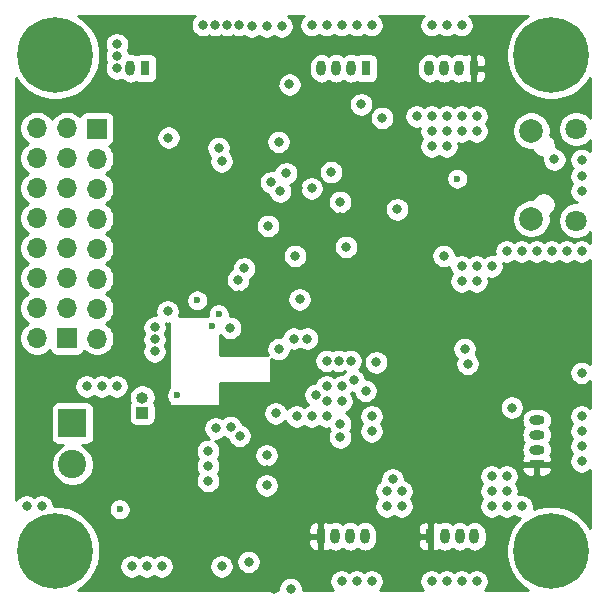
<source format=gbr>
G04 #@! TF.GenerationSoftware,KiCad,Pcbnew,(5.1.5)-3*
G04 #@! TF.CreationDate,2019-12-11T14:27:37+01:00*
G04 #@! TF.ProjectId,HadesMicro,48616465-734d-4696-9372-6f2e6b696361,rev?*
G04 #@! TF.SameCoordinates,Original*
G04 #@! TF.FileFunction,Copper,L3,Inr*
G04 #@! TF.FilePolarity,Positive*
%FSLAX46Y46*%
G04 Gerber Fmt 4.6, Leading zero omitted, Abs format (unit mm)*
G04 Created by KiCad (PCBNEW (5.1.5)-3) date 2019-12-11 14:27:37*
%MOMM*%
%LPD*%
G04 APERTURE LIST*
%ADD10O,0.800000X1.300000*%
%ADD11R,0.800000X1.300000*%
%ADD12O,1.300000X0.800000*%
%ADD13R,1.300000X0.800000*%
%ADD14C,1.800000*%
%ADD15C,2.000000*%
%ADD16C,6.400000*%
%ADD17C,0.800000*%
%ADD18R,1.000000X1.000000*%
%ADD19O,1.000000X1.000000*%
%ADD20R,1.700000X1.700000*%
%ADD21O,1.700000X1.700000*%
%ADD22C,2.400000*%
%ADD23R,2.400000X2.400000*%
%ADD24C,0.600000*%
%ADD25C,0.254000*%
G04 APERTURE END LIST*
D10*
X30373000Y-25146000D03*
D11*
X31623000Y-25146000D03*
D10*
X46542000Y-25146000D03*
X47792000Y-25146000D03*
X49042000Y-25146000D03*
D11*
X50292000Y-25146000D03*
D12*
X64770000Y-54924000D03*
X64770000Y-56174000D03*
X64770000Y-57424000D03*
D13*
X64770000Y-58674000D03*
D14*
X68117000Y-30288000D03*
X68117000Y-38038000D03*
D15*
X64317000Y-30438000D03*
X64317000Y-37888000D03*
D16*
X24000000Y-24000000D03*
D17*
X26400000Y-24000000D03*
X25697056Y-25697056D03*
X24000000Y-26400000D03*
X22302944Y-25697056D03*
X21600000Y-24000000D03*
X22302944Y-22302944D03*
X24000000Y-21600000D03*
X25697056Y-22302944D03*
X67697056Y-22302944D03*
X66000000Y-21600000D03*
X64302944Y-22302944D03*
X63600000Y-24000000D03*
X64302944Y-25697056D03*
X66000000Y-26400000D03*
X67697056Y-25697056D03*
X68400000Y-24000000D03*
D16*
X66000000Y-24000000D03*
X66000000Y-66000000D03*
D17*
X68400000Y-66000000D03*
X67697056Y-67697056D03*
X66000000Y-68400000D03*
X64302944Y-67697056D03*
X63600000Y-66000000D03*
X64302944Y-64302944D03*
X66000000Y-63600000D03*
X67697056Y-64302944D03*
D11*
X55753000Y-64770000D03*
D10*
X57003000Y-64770000D03*
X58253000Y-64770000D03*
X59503000Y-64770000D03*
D18*
X31369000Y-54292500D03*
D19*
X31369000Y-53022500D03*
D20*
X25000000Y-48000000D03*
D21*
X22460000Y-48000000D03*
X25000000Y-45460000D03*
X22460000Y-45460000D03*
X25000000Y-42920000D03*
X22460000Y-42920000D03*
X25000000Y-40380000D03*
X22460000Y-40380000D03*
X25000000Y-37840000D03*
X22460000Y-37840000D03*
X25000000Y-35300000D03*
X22460000Y-35300000D03*
X25000000Y-32760000D03*
X22460000Y-32760000D03*
X25000000Y-30220000D03*
X22460000Y-30220000D03*
D20*
X27541220Y-30251400D03*
D21*
X27541220Y-32791400D03*
X27541220Y-35331400D03*
X27541220Y-37871400D03*
X27541220Y-40411400D03*
X27541220Y-42951400D03*
X27541220Y-45491400D03*
X27541220Y-48031400D03*
D11*
X46482000Y-64770000D03*
D10*
X47732000Y-64770000D03*
X48982000Y-64770000D03*
X50232000Y-64770000D03*
X55686000Y-25146000D03*
X56936000Y-25146000D03*
X58186000Y-25146000D03*
D11*
X59436000Y-25146000D03*
D17*
X25697056Y-64302944D03*
X24000000Y-63600000D03*
X22302944Y-64302944D03*
X21600000Y-66000000D03*
X22302944Y-67697056D03*
X24000000Y-68400000D03*
X25697056Y-67697056D03*
X26400000Y-66000000D03*
D16*
X24000000Y-66000000D03*
D22*
X25463500Y-58681500D03*
D23*
X25463500Y-55181500D03*
D17*
X41579800Y-24536400D03*
X38785800Y-26136600D03*
X41579800Y-25501600D03*
X41579800Y-26517600D03*
X42595800Y-24536400D03*
X42595800Y-25501600D03*
X42595800Y-26517600D03*
X34112200Y-44119800D03*
X35814000Y-42316400D03*
X37966400Y-68929000D03*
X30988000Y-68961000D03*
X27668500Y-62720500D03*
X34036000Y-54356000D03*
X41910000Y-59182000D03*
X45466000Y-60452000D03*
X52578000Y-57150000D03*
X39598600Y-44348400D03*
X55245000Y-45847000D03*
X67206000Y-51077000D03*
X39141400Y-29286200D03*
X33883600Y-32435800D03*
X42545000Y-69215000D03*
X50723800Y-33934400D03*
X46228000Y-28854400D03*
X50038000Y-31216600D03*
X48158400Y-37744400D03*
X44577000Y-35306000D03*
X51181000Y-40005000D03*
D24*
X36033900Y-44796900D03*
D17*
X44196000Y-48031400D03*
X33598800Y-31018800D03*
X38100000Y-33020000D03*
X42926000Y-31369000D03*
X48133000Y-36449000D03*
X38531800Y-21463000D03*
X37515800Y-21463000D03*
X36499800Y-21463000D03*
X39547800Y-21463000D03*
D24*
X37287200Y-46990000D03*
X34340800Y-52832000D03*
D17*
X42672000Y-54356000D03*
X41910000Y-57912000D03*
X41910000Y-60452000D03*
X52578000Y-59944000D03*
X68580000Y-50927000D03*
X58674000Y-48895000D03*
X38811200Y-47117000D03*
X43942000Y-69215000D03*
D24*
X58039000Y-34493200D03*
X29464000Y-62484000D03*
D17*
X36957000Y-57531000D03*
X36957000Y-58801000D03*
X36957000Y-60071000D03*
X33528000Y-45720000D03*
X43840400Y-26517600D03*
X45720000Y-35306000D03*
X52959000Y-37084000D03*
X40005000Y-42082000D03*
X44704000Y-44704000D03*
X66264000Y-32863000D03*
X29235400Y-24130000D03*
X29235400Y-25146000D03*
X29235400Y-23114000D03*
X55880000Y-68580000D03*
X57150000Y-68580000D03*
X58420000Y-68580000D03*
X59690000Y-68580000D03*
X48260000Y-68580000D03*
X49530000Y-68580000D03*
X50800000Y-68580000D03*
X68580000Y-58420000D03*
X68580000Y-57150000D03*
X68580000Y-55880000D03*
X68580000Y-54610000D03*
X68580000Y-32893000D03*
X68580000Y-34290000D03*
X68580000Y-35560000D03*
X55880000Y-21488400D03*
X57150000Y-21488400D03*
X58420000Y-21488400D03*
X50800000Y-21488400D03*
X49555400Y-21488400D03*
X48260000Y-21488400D03*
X46990000Y-21488400D03*
X45720000Y-21488400D03*
X43180000Y-21590000D03*
X41910000Y-21590000D03*
X40640000Y-21590000D03*
X21590000Y-62230000D03*
X22860000Y-62230000D03*
X31750000Y-67310000D03*
X33020000Y-67310000D03*
X30480000Y-67310000D03*
X38100000Y-67310000D03*
X44450000Y-54610000D03*
X45720000Y-54610000D03*
X46990000Y-54610000D03*
X46990000Y-53340000D03*
X46990000Y-52070000D03*
X48260000Y-52070000D03*
X48260000Y-53340000D03*
X50800000Y-54610000D03*
X50800000Y-55880000D03*
X68580000Y-40640000D03*
X67310000Y-40640000D03*
X66040000Y-40640000D03*
X64770000Y-40640000D03*
X63500000Y-40640000D03*
X62230000Y-40640000D03*
X58420000Y-41910000D03*
X59690000Y-41910000D03*
X59690000Y-43180000D03*
X58420000Y-43180000D03*
X60960000Y-41910000D03*
X55880000Y-29210000D03*
X57150000Y-29210000D03*
X58420000Y-29210000D03*
X59690000Y-29210000D03*
X59690000Y-30480000D03*
X58420000Y-30480000D03*
X57150000Y-30480000D03*
X55880000Y-30480000D03*
X55880000Y-31750000D03*
X57150000Y-31750000D03*
X54610000Y-29210000D03*
X60960000Y-62230000D03*
X62230000Y-62230000D03*
X63500000Y-62230000D03*
X62230000Y-60960000D03*
X60960000Y-60960000D03*
X60960000Y-59690000D03*
X62230000Y-59690000D03*
X52070000Y-60960000D03*
X53340000Y-60960000D03*
X53340000Y-62230000D03*
X52070000Y-62230000D03*
X26670000Y-52070000D03*
X27940000Y-52070000D03*
X29210000Y-52070000D03*
D24*
X37846000Y-45974000D03*
D17*
X42926000Y-48920400D03*
X48641000Y-40259000D03*
X37846000Y-31877000D03*
X39497000Y-43053202D03*
X46064001Y-52795001D03*
X32419000Y-49115000D03*
X32419000Y-48107600D03*
X32419000Y-47083000D03*
X51181000Y-50038000D03*
X58928000Y-50165000D03*
X48133000Y-55245000D03*
X48133000Y-56388000D03*
X62661800Y-53873400D03*
X39624000Y-56261000D03*
X40386000Y-66929000D03*
X42037000Y-38481000D03*
X46990000Y-49911000D03*
X48006000Y-49911000D03*
X44323000Y-41021000D03*
X49022000Y-49911000D03*
X47371000Y-33939000D03*
X38862000Y-55499000D03*
X49276000Y-51562000D03*
X49911000Y-28194000D03*
X50292000Y-52451000D03*
X51689000Y-29337000D03*
X56896000Y-41021000D03*
X43053000Y-35560000D03*
X42291000Y-34798000D03*
X43561000Y-34036000D03*
X37592000Y-55626000D03*
X45339000Y-48031400D03*
D25*
G36*
X35695863Y-20803226D02*
G01*
X35582595Y-20972744D01*
X35504574Y-21161102D01*
X35464800Y-21361061D01*
X35464800Y-21564939D01*
X35504574Y-21764898D01*
X35582595Y-21953256D01*
X35695863Y-22122774D01*
X35840026Y-22266937D01*
X36009544Y-22380205D01*
X36197902Y-22458226D01*
X36397861Y-22498000D01*
X36601739Y-22498000D01*
X36801698Y-22458226D01*
X36990056Y-22380205D01*
X37007800Y-22368349D01*
X37025544Y-22380205D01*
X37213902Y-22458226D01*
X37413861Y-22498000D01*
X37617739Y-22498000D01*
X37817698Y-22458226D01*
X38006056Y-22380205D01*
X38023800Y-22368349D01*
X38041544Y-22380205D01*
X38229902Y-22458226D01*
X38429861Y-22498000D01*
X38633739Y-22498000D01*
X38833698Y-22458226D01*
X39022056Y-22380205D01*
X39039800Y-22368349D01*
X39057544Y-22380205D01*
X39245902Y-22458226D01*
X39445861Y-22498000D01*
X39649739Y-22498000D01*
X39849698Y-22458226D01*
X39989670Y-22400247D01*
X40149744Y-22507205D01*
X40338102Y-22585226D01*
X40538061Y-22625000D01*
X40741939Y-22625000D01*
X40941898Y-22585226D01*
X41130256Y-22507205D01*
X41275000Y-22410490D01*
X41419744Y-22507205D01*
X41608102Y-22585226D01*
X41808061Y-22625000D01*
X42011939Y-22625000D01*
X42211898Y-22585226D01*
X42400256Y-22507205D01*
X42545000Y-22410490D01*
X42689744Y-22507205D01*
X42878102Y-22585226D01*
X43078061Y-22625000D01*
X43281939Y-22625000D01*
X43481898Y-22585226D01*
X43670256Y-22507205D01*
X43839774Y-22393937D01*
X43983937Y-22249774D01*
X44097205Y-22080256D01*
X44175226Y-21891898D01*
X44215000Y-21691939D01*
X44215000Y-21488061D01*
X44175226Y-21288102D01*
X44097205Y-21099744D01*
X43983937Y-20930226D01*
X43839774Y-20786063D01*
X43688522Y-20685000D01*
X45059689Y-20685000D01*
X44916063Y-20828626D01*
X44802795Y-20998144D01*
X44724774Y-21186502D01*
X44685000Y-21386461D01*
X44685000Y-21590339D01*
X44724774Y-21790298D01*
X44802795Y-21978656D01*
X44916063Y-22148174D01*
X45060226Y-22292337D01*
X45229744Y-22405605D01*
X45418102Y-22483626D01*
X45618061Y-22523400D01*
X45821939Y-22523400D01*
X46021898Y-22483626D01*
X46210256Y-22405605D01*
X46355000Y-22308890D01*
X46499744Y-22405605D01*
X46688102Y-22483626D01*
X46888061Y-22523400D01*
X47091939Y-22523400D01*
X47291898Y-22483626D01*
X47480256Y-22405605D01*
X47625000Y-22308890D01*
X47769744Y-22405605D01*
X47958102Y-22483626D01*
X48158061Y-22523400D01*
X48361939Y-22523400D01*
X48561898Y-22483626D01*
X48750256Y-22405605D01*
X48907700Y-22300405D01*
X49065144Y-22405605D01*
X49253502Y-22483626D01*
X49453461Y-22523400D01*
X49657339Y-22523400D01*
X49857298Y-22483626D01*
X50045656Y-22405605D01*
X50177700Y-22317376D01*
X50309744Y-22405605D01*
X50498102Y-22483626D01*
X50698061Y-22523400D01*
X50901939Y-22523400D01*
X51101898Y-22483626D01*
X51290256Y-22405605D01*
X51459774Y-22292337D01*
X51603937Y-22148174D01*
X51717205Y-21978656D01*
X51795226Y-21790298D01*
X51835000Y-21590339D01*
X51835000Y-21386461D01*
X51795226Y-21186502D01*
X51717205Y-20998144D01*
X51603937Y-20828626D01*
X51460311Y-20685000D01*
X55219689Y-20685000D01*
X55076063Y-20828626D01*
X54962795Y-20998144D01*
X54884774Y-21186502D01*
X54845000Y-21386461D01*
X54845000Y-21590339D01*
X54884774Y-21790298D01*
X54962795Y-21978656D01*
X55076063Y-22148174D01*
X55220226Y-22292337D01*
X55389744Y-22405605D01*
X55578102Y-22483626D01*
X55778061Y-22523400D01*
X55981939Y-22523400D01*
X56181898Y-22483626D01*
X56370256Y-22405605D01*
X56515000Y-22308890D01*
X56659744Y-22405605D01*
X56848102Y-22483626D01*
X57048061Y-22523400D01*
X57251939Y-22523400D01*
X57451898Y-22483626D01*
X57640256Y-22405605D01*
X57785000Y-22308890D01*
X57929744Y-22405605D01*
X58118102Y-22483626D01*
X58318061Y-22523400D01*
X58521939Y-22523400D01*
X58721898Y-22483626D01*
X58910256Y-22405605D01*
X59079774Y-22292337D01*
X59223937Y-22148174D01*
X59337205Y-21978656D01*
X59415226Y-21790298D01*
X59455000Y-21590339D01*
X59455000Y-21386461D01*
X59415226Y-21186502D01*
X59337205Y-20998144D01*
X59223937Y-20828626D01*
X59080311Y-20685000D01*
X64058430Y-20685000D01*
X63555330Y-21021161D01*
X63021161Y-21555330D01*
X62601467Y-22183446D01*
X62312377Y-22881372D01*
X62165000Y-23622285D01*
X62165000Y-24377715D01*
X62312377Y-25118628D01*
X62601467Y-25816554D01*
X63021161Y-26444670D01*
X63555330Y-26978839D01*
X64183446Y-27398533D01*
X64881372Y-27687623D01*
X65622285Y-27835000D01*
X66377715Y-27835000D01*
X67118628Y-27687623D01*
X67816554Y-27398533D01*
X68444670Y-26978839D01*
X68978839Y-26444670D01*
X69315000Y-25941570D01*
X69315000Y-29318008D01*
X69309312Y-29309495D01*
X69095505Y-29095688D01*
X68844095Y-28927701D01*
X68564743Y-28811989D01*
X68268184Y-28753000D01*
X67965816Y-28753000D01*
X67669257Y-28811989D01*
X67389905Y-28927701D01*
X67138495Y-29095688D01*
X66924688Y-29309495D01*
X66756701Y-29560905D01*
X66640989Y-29840257D01*
X66582000Y-30136816D01*
X66582000Y-30439184D01*
X66640989Y-30735743D01*
X66756701Y-31015095D01*
X66924688Y-31266505D01*
X67138495Y-31480312D01*
X67389905Y-31648299D01*
X67669257Y-31764011D01*
X67965816Y-31823000D01*
X68268184Y-31823000D01*
X68564743Y-31764011D01*
X68844095Y-31648299D01*
X69095505Y-31480312D01*
X69309312Y-31266505D01*
X69315000Y-31257992D01*
X69315000Y-32164289D01*
X69239774Y-32089063D01*
X69070256Y-31975795D01*
X68881898Y-31897774D01*
X68681939Y-31858000D01*
X68478061Y-31858000D01*
X68278102Y-31897774D01*
X68089744Y-31975795D01*
X67920226Y-32089063D01*
X67776063Y-32233226D01*
X67662795Y-32402744D01*
X67584774Y-32591102D01*
X67545000Y-32791061D01*
X67545000Y-32994939D01*
X67584774Y-33194898D01*
X67662795Y-33383256D01*
X67776063Y-33552774D01*
X67814789Y-33591500D01*
X67776063Y-33630226D01*
X67662795Y-33799744D01*
X67584774Y-33988102D01*
X67545000Y-34188061D01*
X67545000Y-34391939D01*
X67584774Y-34591898D01*
X67662795Y-34780256D01*
X67759510Y-34925000D01*
X67662795Y-35069744D01*
X67584774Y-35258102D01*
X67545000Y-35458061D01*
X67545000Y-35661939D01*
X67584774Y-35861898D01*
X67662795Y-36050256D01*
X67776063Y-36219774D01*
X67920226Y-36363937D01*
X68089744Y-36477205D01*
X68152018Y-36503000D01*
X67965816Y-36503000D01*
X67669257Y-36561989D01*
X67389905Y-36677701D01*
X67138495Y-36845688D01*
X66924688Y-37059495D01*
X66756701Y-37310905D01*
X66640989Y-37590257D01*
X66582000Y-37886816D01*
X66582000Y-38189184D01*
X66640989Y-38485743D01*
X66756701Y-38765095D01*
X66924688Y-39016505D01*
X67138495Y-39230312D01*
X67389905Y-39398299D01*
X67669257Y-39514011D01*
X67965816Y-39573000D01*
X68268184Y-39573000D01*
X68564743Y-39514011D01*
X68844095Y-39398299D01*
X69095505Y-39230312D01*
X69309312Y-39016505D01*
X69315000Y-39007992D01*
X69315000Y-39911289D01*
X69239774Y-39836063D01*
X69070256Y-39722795D01*
X68881898Y-39644774D01*
X68681939Y-39605000D01*
X68478061Y-39605000D01*
X68278102Y-39644774D01*
X68089744Y-39722795D01*
X67945000Y-39819510D01*
X67800256Y-39722795D01*
X67611898Y-39644774D01*
X67411939Y-39605000D01*
X67208061Y-39605000D01*
X67008102Y-39644774D01*
X66819744Y-39722795D01*
X66675000Y-39819510D01*
X66530256Y-39722795D01*
X66341898Y-39644774D01*
X66141939Y-39605000D01*
X65938061Y-39605000D01*
X65738102Y-39644774D01*
X65549744Y-39722795D01*
X65405000Y-39819510D01*
X65260256Y-39722795D01*
X65071898Y-39644774D01*
X64871939Y-39605000D01*
X64668061Y-39605000D01*
X64468102Y-39644774D01*
X64279744Y-39722795D01*
X64135000Y-39819510D01*
X63990256Y-39722795D01*
X63801898Y-39644774D01*
X63601939Y-39605000D01*
X63398061Y-39605000D01*
X63198102Y-39644774D01*
X63009744Y-39722795D01*
X62865000Y-39819510D01*
X62720256Y-39722795D01*
X62531898Y-39644774D01*
X62331939Y-39605000D01*
X62128061Y-39605000D01*
X61928102Y-39644774D01*
X61739744Y-39722795D01*
X61570226Y-39836063D01*
X61426063Y-39980226D01*
X61312795Y-40149744D01*
X61234774Y-40338102D01*
X61195000Y-40538061D01*
X61195000Y-40741939D01*
X61228039Y-40908039D01*
X61061939Y-40875000D01*
X60858061Y-40875000D01*
X60658102Y-40914774D01*
X60469744Y-40992795D01*
X60325000Y-41089510D01*
X60180256Y-40992795D01*
X59991898Y-40914774D01*
X59791939Y-40875000D01*
X59588061Y-40875000D01*
X59388102Y-40914774D01*
X59199744Y-40992795D01*
X59055000Y-41089510D01*
X58910256Y-40992795D01*
X58721898Y-40914774D01*
X58521939Y-40875000D01*
X58318061Y-40875000D01*
X58118102Y-40914774D01*
X57931000Y-40992275D01*
X57931000Y-40919061D01*
X57891226Y-40719102D01*
X57813205Y-40530744D01*
X57699937Y-40361226D01*
X57555774Y-40217063D01*
X57386256Y-40103795D01*
X57197898Y-40025774D01*
X56997939Y-39986000D01*
X56794061Y-39986000D01*
X56594102Y-40025774D01*
X56405744Y-40103795D01*
X56236226Y-40217063D01*
X56092063Y-40361226D01*
X55978795Y-40530744D01*
X55900774Y-40719102D01*
X55861000Y-40919061D01*
X55861000Y-41122939D01*
X55900774Y-41322898D01*
X55978795Y-41511256D01*
X56092063Y-41680774D01*
X56236226Y-41824937D01*
X56405744Y-41938205D01*
X56594102Y-42016226D01*
X56794061Y-42056000D01*
X56997939Y-42056000D01*
X57197898Y-42016226D01*
X57385000Y-41938725D01*
X57385000Y-42011939D01*
X57424774Y-42211898D01*
X57502795Y-42400256D01*
X57599510Y-42545000D01*
X57502795Y-42689744D01*
X57424774Y-42878102D01*
X57385000Y-43078061D01*
X57385000Y-43281939D01*
X57424774Y-43481898D01*
X57502795Y-43670256D01*
X57616063Y-43839774D01*
X57760226Y-43983937D01*
X57929744Y-44097205D01*
X58118102Y-44175226D01*
X58318061Y-44215000D01*
X58521939Y-44215000D01*
X58721898Y-44175226D01*
X58910256Y-44097205D01*
X59055000Y-44000490D01*
X59199744Y-44097205D01*
X59388102Y-44175226D01*
X59588061Y-44215000D01*
X59791939Y-44215000D01*
X59991898Y-44175226D01*
X60180256Y-44097205D01*
X60349774Y-43983937D01*
X60493937Y-43839774D01*
X60607205Y-43670256D01*
X60685226Y-43481898D01*
X60725000Y-43281939D01*
X60725000Y-43078061D01*
X60691961Y-42911961D01*
X60858061Y-42945000D01*
X61061939Y-42945000D01*
X61261898Y-42905226D01*
X61450256Y-42827205D01*
X61619774Y-42713937D01*
X61763937Y-42569774D01*
X61877205Y-42400256D01*
X61955226Y-42211898D01*
X61995000Y-42011939D01*
X61995000Y-41808061D01*
X61961961Y-41641961D01*
X62128061Y-41675000D01*
X62331939Y-41675000D01*
X62531898Y-41635226D01*
X62720256Y-41557205D01*
X62865000Y-41460490D01*
X63009744Y-41557205D01*
X63198102Y-41635226D01*
X63398061Y-41675000D01*
X63601939Y-41675000D01*
X63801898Y-41635226D01*
X63990256Y-41557205D01*
X64135000Y-41460490D01*
X64279744Y-41557205D01*
X64468102Y-41635226D01*
X64668061Y-41675000D01*
X64871939Y-41675000D01*
X65071898Y-41635226D01*
X65260256Y-41557205D01*
X65405000Y-41460490D01*
X65549744Y-41557205D01*
X65738102Y-41635226D01*
X65938061Y-41675000D01*
X66141939Y-41675000D01*
X66341898Y-41635226D01*
X66530256Y-41557205D01*
X66675000Y-41460490D01*
X66819744Y-41557205D01*
X67008102Y-41635226D01*
X67208061Y-41675000D01*
X67411939Y-41675000D01*
X67611898Y-41635226D01*
X67800256Y-41557205D01*
X67945000Y-41460490D01*
X68089744Y-41557205D01*
X68278102Y-41635226D01*
X68478061Y-41675000D01*
X68681939Y-41675000D01*
X68881898Y-41635226D01*
X69070256Y-41557205D01*
X69239774Y-41443937D01*
X69315000Y-41368711D01*
X69315001Y-50198290D01*
X69239774Y-50123063D01*
X69070256Y-50009795D01*
X68881898Y-49931774D01*
X68681939Y-49892000D01*
X68478061Y-49892000D01*
X68278102Y-49931774D01*
X68089744Y-50009795D01*
X67920226Y-50123063D01*
X67776063Y-50267226D01*
X67662795Y-50436744D01*
X67584774Y-50625102D01*
X67545000Y-50825061D01*
X67545000Y-51028939D01*
X67584774Y-51228898D01*
X67662795Y-51417256D01*
X67776063Y-51586774D01*
X67920226Y-51730937D01*
X68089744Y-51844205D01*
X68278102Y-51922226D01*
X68478061Y-51962000D01*
X68681939Y-51962000D01*
X68881898Y-51922226D01*
X69070256Y-51844205D01*
X69239774Y-51730937D01*
X69315001Y-51655710D01*
X69315001Y-53881290D01*
X69239774Y-53806063D01*
X69070256Y-53692795D01*
X68881898Y-53614774D01*
X68681939Y-53575000D01*
X68478061Y-53575000D01*
X68278102Y-53614774D01*
X68089744Y-53692795D01*
X67920226Y-53806063D01*
X67776063Y-53950226D01*
X67662795Y-54119744D01*
X67584774Y-54308102D01*
X67545000Y-54508061D01*
X67545000Y-54711939D01*
X67584774Y-54911898D01*
X67662795Y-55100256D01*
X67759510Y-55245000D01*
X67662795Y-55389744D01*
X67584774Y-55578102D01*
X67545000Y-55778061D01*
X67545000Y-55981939D01*
X67584774Y-56181898D01*
X67662795Y-56370256D01*
X67759510Y-56515000D01*
X67662795Y-56659744D01*
X67584774Y-56848102D01*
X67545000Y-57048061D01*
X67545000Y-57251939D01*
X67584774Y-57451898D01*
X67662795Y-57640256D01*
X67759510Y-57785000D01*
X67662795Y-57929744D01*
X67584774Y-58118102D01*
X67545000Y-58318061D01*
X67545000Y-58521939D01*
X67584774Y-58721898D01*
X67662795Y-58910256D01*
X67776063Y-59079774D01*
X67920226Y-59223937D01*
X68089744Y-59337205D01*
X68278102Y-59415226D01*
X68478061Y-59455000D01*
X68681939Y-59455000D01*
X68881898Y-59415226D01*
X69070256Y-59337205D01*
X69239774Y-59223937D01*
X69315001Y-59148710D01*
X69315001Y-64058432D01*
X68978839Y-63555330D01*
X68444670Y-63021161D01*
X67816554Y-62601467D01*
X67118628Y-62312377D01*
X66377715Y-62165000D01*
X65622285Y-62165000D01*
X64881372Y-62312377D01*
X64508140Y-62466975D01*
X64535000Y-62331939D01*
X64535000Y-62128061D01*
X64495226Y-61928102D01*
X64417205Y-61739744D01*
X64303937Y-61570226D01*
X64159774Y-61426063D01*
X63990256Y-61312795D01*
X63801898Y-61234774D01*
X63601939Y-61195000D01*
X63398061Y-61195000D01*
X63231961Y-61228039D01*
X63265000Y-61061939D01*
X63265000Y-60858061D01*
X63225226Y-60658102D01*
X63147205Y-60469744D01*
X63050490Y-60325000D01*
X63147205Y-60180256D01*
X63225226Y-59991898D01*
X63265000Y-59791939D01*
X63265000Y-59588061D01*
X63225226Y-59388102D01*
X63147205Y-59199744D01*
X63063186Y-59074000D01*
X63481928Y-59074000D01*
X63494188Y-59198482D01*
X63530498Y-59318180D01*
X63589463Y-59428494D01*
X63668815Y-59525185D01*
X63765506Y-59604537D01*
X63875820Y-59663502D01*
X63995518Y-59699812D01*
X64120000Y-59712072D01*
X64484250Y-59709000D01*
X64643000Y-59550250D01*
X64643000Y-58801000D01*
X64897000Y-58801000D01*
X64897000Y-59550250D01*
X65055750Y-59709000D01*
X65420000Y-59712072D01*
X65544482Y-59699812D01*
X65664180Y-59663502D01*
X65774494Y-59604537D01*
X65871185Y-59525185D01*
X65950537Y-59428494D01*
X66009502Y-59318180D01*
X66045812Y-59198482D01*
X66058072Y-59074000D01*
X66055000Y-58959750D01*
X65896250Y-58801000D01*
X64897000Y-58801000D01*
X64643000Y-58801000D01*
X63643750Y-58801000D01*
X63485000Y-58959750D01*
X63481928Y-59074000D01*
X63063186Y-59074000D01*
X63033937Y-59030226D01*
X62889774Y-58886063D01*
X62720256Y-58772795D01*
X62531898Y-58694774D01*
X62331939Y-58655000D01*
X62128061Y-58655000D01*
X61928102Y-58694774D01*
X61739744Y-58772795D01*
X61595000Y-58869510D01*
X61450256Y-58772795D01*
X61261898Y-58694774D01*
X61061939Y-58655000D01*
X60858061Y-58655000D01*
X60658102Y-58694774D01*
X60469744Y-58772795D01*
X60300226Y-58886063D01*
X60156063Y-59030226D01*
X60042795Y-59199744D01*
X59964774Y-59388102D01*
X59925000Y-59588061D01*
X59925000Y-59791939D01*
X59964774Y-59991898D01*
X60042795Y-60180256D01*
X60139510Y-60325000D01*
X60042795Y-60469744D01*
X59964774Y-60658102D01*
X59925000Y-60858061D01*
X59925000Y-61061939D01*
X59964774Y-61261898D01*
X60042795Y-61450256D01*
X60139510Y-61595000D01*
X60042795Y-61739744D01*
X59964774Y-61928102D01*
X59925000Y-62128061D01*
X59925000Y-62331939D01*
X59964774Y-62531898D01*
X60042795Y-62720256D01*
X60156063Y-62889774D01*
X60300226Y-63033937D01*
X60469744Y-63147205D01*
X60658102Y-63225226D01*
X60858061Y-63265000D01*
X61061939Y-63265000D01*
X61261898Y-63225226D01*
X61450256Y-63147205D01*
X61595000Y-63050490D01*
X61739744Y-63147205D01*
X61928102Y-63225226D01*
X62128061Y-63265000D01*
X62331939Y-63265000D01*
X62531898Y-63225226D01*
X62720256Y-63147205D01*
X62865000Y-63050490D01*
X63009744Y-63147205D01*
X63198102Y-63225226D01*
X63325854Y-63250637D01*
X63021161Y-63555330D01*
X62601467Y-64183446D01*
X62312377Y-64881372D01*
X62165000Y-65622285D01*
X62165000Y-66377715D01*
X62312377Y-67118628D01*
X62601467Y-67816554D01*
X63021161Y-68444670D01*
X63555330Y-68978839D01*
X64058430Y-69315000D01*
X60418711Y-69315000D01*
X60493937Y-69239774D01*
X60607205Y-69070256D01*
X60685226Y-68881898D01*
X60725000Y-68681939D01*
X60725000Y-68478061D01*
X60685226Y-68278102D01*
X60607205Y-68089744D01*
X60493937Y-67920226D01*
X60349774Y-67776063D01*
X60180256Y-67662795D01*
X59991898Y-67584774D01*
X59791939Y-67545000D01*
X59588061Y-67545000D01*
X59388102Y-67584774D01*
X59199744Y-67662795D01*
X59055000Y-67759510D01*
X58910256Y-67662795D01*
X58721898Y-67584774D01*
X58521939Y-67545000D01*
X58318061Y-67545000D01*
X58118102Y-67584774D01*
X57929744Y-67662795D01*
X57785000Y-67759510D01*
X57640256Y-67662795D01*
X57451898Y-67584774D01*
X57251939Y-67545000D01*
X57048061Y-67545000D01*
X56848102Y-67584774D01*
X56659744Y-67662795D01*
X56515000Y-67759510D01*
X56370256Y-67662795D01*
X56181898Y-67584774D01*
X55981939Y-67545000D01*
X55778061Y-67545000D01*
X55578102Y-67584774D01*
X55389744Y-67662795D01*
X55220226Y-67776063D01*
X55076063Y-67920226D01*
X54962795Y-68089744D01*
X54884774Y-68278102D01*
X54845000Y-68478061D01*
X54845000Y-68681939D01*
X54884774Y-68881898D01*
X54962795Y-69070256D01*
X55076063Y-69239774D01*
X55151289Y-69315000D01*
X51528711Y-69315000D01*
X51603937Y-69239774D01*
X51717205Y-69070256D01*
X51795226Y-68881898D01*
X51835000Y-68681939D01*
X51835000Y-68478061D01*
X51795226Y-68278102D01*
X51717205Y-68089744D01*
X51603937Y-67920226D01*
X51459774Y-67776063D01*
X51290256Y-67662795D01*
X51101898Y-67584774D01*
X50901939Y-67545000D01*
X50698061Y-67545000D01*
X50498102Y-67584774D01*
X50309744Y-67662795D01*
X50165000Y-67759510D01*
X50020256Y-67662795D01*
X49831898Y-67584774D01*
X49631939Y-67545000D01*
X49428061Y-67545000D01*
X49228102Y-67584774D01*
X49039744Y-67662795D01*
X48895000Y-67759510D01*
X48750256Y-67662795D01*
X48561898Y-67584774D01*
X48361939Y-67545000D01*
X48158061Y-67545000D01*
X47958102Y-67584774D01*
X47769744Y-67662795D01*
X47600226Y-67776063D01*
X47456063Y-67920226D01*
X47342795Y-68089744D01*
X47264774Y-68278102D01*
X47225000Y-68478061D01*
X47225000Y-68681939D01*
X47264774Y-68881898D01*
X47342795Y-69070256D01*
X47456063Y-69239774D01*
X47531289Y-69315000D01*
X44977000Y-69315000D01*
X44977000Y-69113061D01*
X44937226Y-68913102D01*
X44859205Y-68724744D01*
X44745937Y-68555226D01*
X44601774Y-68411063D01*
X44432256Y-68297795D01*
X44243898Y-68219774D01*
X44043939Y-68180000D01*
X43840061Y-68180000D01*
X43640102Y-68219774D01*
X43451744Y-68297795D01*
X43282226Y-68411063D01*
X43138063Y-68555226D01*
X43024795Y-68724744D01*
X42946774Y-68913102D01*
X42907000Y-69113061D01*
X42907000Y-69315000D01*
X25941570Y-69315000D01*
X26444670Y-68978839D01*
X26978839Y-68444670D01*
X27398533Y-67816554D01*
X27650578Y-67208061D01*
X29445000Y-67208061D01*
X29445000Y-67411939D01*
X29484774Y-67611898D01*
X29562795Y-67800256D01*
X29676063Y-67969774D01*
X29820226Y-68113937D01*
X29989744Y-68227205D01*
X30178102Y-68305226D01*
X30378061Y-68345000D01*
X30581939Y-68345000D01*
X30781898Y-68305226D01*
X30970256Y-68227205D01*
X31115000Y-68130490D01*
X31259744Y-68227205D01*
X31448102Y-68305226D01*
X31648061Y-68345000D01*
X31851939Y-68345000D01*
X32051898Y-68305226D01*
X32240256Y-68227205D01*
X32385000Y-68130490D01*
X32529744Y-68227205D01*
X32718102Y-68305226D01*
X32918061Y-68345000D01*
X33121939Y-68345000D01*
X33321898Y-68305226D01*
X33510256Y-68227205D01*
X33679774Y-68113937D01*
X33823937Y-67969774D01*
X33937205Y-67800256D01*
X34015226Y-67611898D01*
X34055000Y-67411939D01*
X34055000Y-67208061D01*
X37065000Y-67208061D01*
X37065000Y-67411939D01*
X37104774Y-67611898D01*
X37182795Y-67800256D01*
X37296063Y-67969774D01*
X37440226Y-68113937D01*
X37609744Y-68227205D01*
X37798102Y-68305226D01*
X37998061Y-68345000D01*
X38201939Y-68345000D01*
X38401898Y-68305226D01*
X38590256Y-68227205D01*
X38759774Y-68113937D01*
X38903937Y-67969774D01*
X39017205Y-67800256D01*
X39095226Y-67611898D01*
X39135000Y-67411939D01*
X39135000Y-67208061D01*
X39095226Y-67008102D01*
X39020236Y-66827061D01*
X39351000Y-66827061D01*
X39351000Y-67030939D01*
X39390774Y-67230898D01*
X39468795Y-67419256D01*
X39582063Y-67588774D01*
X39726226Y-67732937D01*
X39895744Y-67846205D01*
X40084102Y-67924226D01*
X40284061Y-67964000D01*
X40487939Y-67964000D01*
X40687898Y-67924226D01*
X40876256Y-67846205D01*
X41045774Y-67732937D01*
X41189937Y-67588774D01*
X41303205Y-67419256D01*
X41381226Y-67230898D01*
X41421000Y-67030939D01*
X41421000Y-66827061D01*
X41381226Y-66627102D01*
X41303205Y-66438744D01*
X41189937Y-66269226D01*
X41045774Y-66125063D01*
X40876256Y-66011795D01*
X40687898Y-65933774D01*
X40487939Y-65894000D01*
X40284061Y-65894000D01*
X40084102Y-65933774D01*
X39895744Y-66011795D01*
X39726226Y-66125063D01*
X39582063Y-66269226D01*
X39468795Y-66438744D01*
X39390774Y-66627102D01*
X39351000Y-66827061D01*
X39020236Y-66827061D01*
X39017205Y-66819744D01*
X38903937Y-66650226D01*
X38759774Y-66506063D01*
X38590256Y-66392795D01*
X38401898Y-66314774D01*
X38201939Y-66275000D01*
X37998061Y-66275000D01*
X37798102Y-66314774D01*
X37609744Y-66392795D01*
X37440226Y-66506063D01*
X37296063Y-66650226D01*
X37182795Y-66819744D01*
X37104774Y-67008102D01*
X37065000Y-67208061D01*
X34055000Y-67208061D01*
X34015226Y-67008102D01*
X33937205Y-66819744D01*
X33823937Y-66650226D01*
X33679774Y-66506063D01*
X33510256Y-66392795D01*
X33321898Y-66314774D01*
X33121939Y-66275000D01*
X32918061Y-66275000D01*
X32718102Y-66314774D01*
X32529744Y-66392795D01*
X32385000Y-66489510D01*
X32240256Y-66392795D01*
X32051898Y-66314774D01*
X31851939Y-66275000D01*
X31648061Y-66275000D01*
X31448102Y-66314774D01*
X31259744Y-66392795D01*
X31115000Y-66489510D01*
X30970256Y-66392795D01*
X30781898Y-66314774D01*
X30581939Y-66275000D01*
X30378061Y-66275000D01*
X30178102Y-66314774D01*
X29989744Y-66392795D01*
X29820226Y-66506063D01*
X29676063Y-66650226D01*
X29562795Y-66819744D01*
X29484774Y-67008102D01*
X29445000Y-67208061D01*
X27650578Y-67208061D01*
X27687623Y-67118628D01*
X27835000Y-66377715D01*
X27835000Y-65622285D01*
X27794763Y-65420000D01*
X45443928Y-65420000D01*
X45456188Y-65544482D01*
X45492498Y-65664180D01*
X45551463Y-65774494D01*
X45630815Y-65871185D01*
X45727506Y-65950537D01*
X45837820Y-66009502D01*
X45957518Y-66045812D01*
X46082000Y-66058072D01*
X46196250Y-66055000D01*
X46355000Y-65896250D01*
X46355000Y-64897000D01*
X45605750Y-64897000D01*
X45447000Y-65055750D01*
X45443928Y-65420000D01*
X27794763Y-65420000D01*
X27687623Y-64881372D01*
X27398533Y-64183446D01*
X27356140Y-64120000D01*
X45443928Y-64120000D01*
X45447000Y-64484250D01*
X45605750Y-64643000D01*
X46355000Y-64643000D01*
X46355000Y-63643750D01*
X46609000Y-63643750D01*
X46609000Y-64643000D01*
X46629000Y-64643000D01*
X46629000Y-64897000D01*
X46609000Y-64897000D01*
X46609000Y-65896250D01*
X46767750Y-66055000D01*
X46882000Y-66058072D01*
X47006482Y-66045812D01*
X47126180Y-66009502D01*
X47236494Y-65950537D01*
X47252594Y-65937324D01*
X47334008Y-65980841D01*
X47529106Y-66040024D01*
X47732000Y-66060007D01*
X47934895Y-66040024D01*
X48129993Y-65980841D01*
X48309797Y-65884734D01*
X48357001Y-65845995D01*
X48404204Y-65884734D01*
X48584008Y-65980841D01*
X48779106Y-66040024D01*
X48982000Y-66060007D01*
X49184895Y-66040024D01*
X49379993Y-65980841D01*
X49559797Y-65884734D01*
X49607001Y-65845995D01*
X49654204Y-65884734D01*
X49834008Y-65980841D01*
X50029106Y-66040024D01*
X50232000Y-66060007D01*
X50434895Y-66040024D01*
X50629993Y-65980841D01*
X50809797Y-65884734D01*
X50967396Y-65755396D01*
X51096734Y-65597797D01*
X51191767Y-65420000D01*
X54714928Y-65420000D01*
X54727188Y-65544482D01*
X54763498Y-65664180D01*
X54822463Y-65774494D01*
X54901815Y-65871185D01*
X54998506Y-65950537D01*
X55108820Y-66009502D01*
X55228518Y-66045812D01*
X55353000Y-66058072D01*
X55467250Y-66055000D01*
X55626000Y-65896250D01*
X55626000Y-64897000D01*
X54876750Y-64897000D01*
X54718000Y-65055750D01*
X54714928Y-65420000D01*
X51191767Y-65420000D01*
X51192841Y-65417992D01*
X51252024Y-65222894D01*
X51267000Y-65070837D01*
X51267000Y-64469162D01*
X51252024Y-64317105D01*
X51192841Y-64122007D01*
X51191769Y-64120000D01*
X54714928Y-64120000D01*
X54718000Y-64484250D01*
X54876750Y-64643000D01*
X55626000Y-64643000D01*
X55626000Y-63643750D01*
X55880000Y-63643750D01*
X55880000Y-64643000D01*
X55900000Y-64643000D01*
X55900000Y-64897000D01*
X55880000Y-64897000D01*
X55880000Y-65896250D01*
X56038750Y-66055000D01*
X56153000Y-66058072D01*
X56277482Y-66045812D01*
X56397180Y-66009502D01*
X56507494Y-65950537D01*
X56523594Y-65937324D01*
X56605008Y-65980841D01*
X56800106Y-66040024D01*
X57003000Y-66060007D01*
X57205895Y-66040024D01*
X57400993Y-65980841D01*
X57580797Y-65884734D01*
X57628001Y-65845995D01*
X57675204Y-65884734D01*
X57855008Y-65980841D01*
X58050106Y-66040024D01*
X58253000Y-66060007D01*
X58455895Y-66040024D01*
X58650993Y-65980841D01*
X58830797Y-65884734D01*
X58878001Y-65845995D01*
X58925204Y-65884734D01*
X59105008Y-65980841D01*
X59300106Y-66040024D01*
X59503000Y-66060007D01*
X59705895Y-66040024D01*
X59900993Y-65980841D01*
X60080797Y-65884734D01*
X60238396Y-65755396D01*
X60367734Y-65597797D01*
X60463841Y-65417992D01*
X60523024Y-65222894D01*
X60538000Y-65070837D01*
X60538000Y-64469162D01*
X60523024Y-64317105D01*
X60463841Y-64122007D01*
X60367734Y-63942203D01*
X60238396Y-63784604D01*
X60080797Y-63655266D01*
X59900992Y-63559159D01*
X59705894Y-63499976D01*
X59503000Y-63479993D01*
X59300105Y-63499976D01*
X59105007Y-63559159D01*
X58925203Y-63655266D01*
X58878000Y-63694004D01*
X58830797Y-63655266D01*
X58650992Y-63559159D01*
X58455894Y-63499976D01*
X58253000Y-63479993D01*
X58050105Y-63499976D01*
X57855007Y-63559159D01*
X57675203Y-63655266D01*
X57628000Y-63694004D01*
X57580797Y-63655266D01*
X57400992Y-63559159D01*
X57205894Y-63499976D01*
X57003000Y-63479993D01*
X56800105Y-63499976D01*
X56605007Y-63559159D01*
X56523593Y-63602675D01*
X56507494Y-63589463D01*
X56397180Y-63530498D01*
X56277482Y-63494188D01*
X56153000Y-63481928D01*
X56038750Y-63485000D01*
X55880000Y-63643750D01*
X55626000Y-63643750D01*
X55467250Y-63485000D01*
X55353000Y-63481928D01*
X55228518Y-63494188D01*
X55108820Y-63530498D01*
X54998506Y-63589463D01*
X54901815Y-63668815D01*
X54822463Y-63765506D01*
X54763498Y-63875820D01*
X54727188Y-63995518D01*
X54714928Y-64120000D01*
X51191769Y-64120000D01*
X51096734Y-63942203D01*
X50967396Y-63784604D01*
X50809797Y-63655266D01*
X50629992Y-63559159D01*
X50434894Y-63499976D01*
X50232000Y-63479993D01*
X50029105Y-63499976D01*
X49834007Y-63559159D01*
X49654203Y-63655266D01*
X49607000Y-63694004D01*
X49559797Y-63655266D01*
X49379992Y-63559159D01*
X49184894Y-63499976D01*
X48982000Y-63479993D01*
X48779105Y-63499976D01*
X48584007Y-63559159D01*
X48404203Y-63655266D01*
X48357000Y-63694004D01*
X48309797Y-63655266D01*
X48129992Y-63559159D01*
X47934894Y-63499976D01*
X47732000Y-63479993D01*
X47529105Y-63499976D01*
X47334007Y-63559159D01*
X47252593Y-63602675D01*
X47236494Y-63589463D01*
X47126180Y-63530498D01*
X47006482Y-63494188D01*
X46882000Y-63481928D01*
X46767750Y-63485000D01*
X46609000Y-63643750D01*
X46355000Y-63643750D01*
X46196250Y-63485000D01*
X46082000Y-63481928D01*
X45957518Y-63494188D01*
X45837820Y-63530498D01*
X45727506Y-63589463D01*
X45630815Y-63668815D01*
X45551463Y-63765506D01*
X45492498Y-63875820D01*
X45456188Y-63995518D01*
X45443928Y-64120000D01*
X27356140Y-64120000D01*
X26978839Y-63555330D01*
X26444670Y-63021161D01*
X25816554Y-62601467D01*
X25310641Y-62391911D01*
X28529000Y-62391911D01*
X28529000Y-62576089D01*
X28564932Y-62756729D01*
X28635414Y-62926889D01*
X28737738Y-63080028D01*
X28867972Y-63210262D01*
X29021111Y-63312586D01*
X29191271Y-63383068D01*
X29371911Y-63419000D01*
X29556089Y-63419000D01*
X29736729Y-63383068D01*
X29906889Y-63312586D01*
X30060028Y-63210262D01*
X30190262Y-63080028D01*
X30292586Y-62926889D01*
X30363068Y-62756729D01*
X30399000Y-62576089D01*
X30399000Y-62391911D01*
X30363068Y-62211271D01*
X30292586Y-62041111D01*
X30190262Y-61887972D01*
X30060028Y-61757738D01*
X29906889Y-61655414D01*
X29736729Y-61584932D01*
X29556089Y-61549000D01*
X29371911Y-61549000D01*
X29191271Y-61584932D01*
X29021111Y-61655414D01*
X28867972Y-61757738D01*
X28737738Y-61887972D01*
X28635414Y-62041111D01*
X28564932Y-62211271D01*
X28529000Y-62391911D01*
X25310641Y-62391911D01*
X25118628Y-62312377D01*
X24377715Y-62165000D01*
X23895000Y-62165000D01*
X23895000Y-62128061D01*
X23855226Y-61928102D01*
X23777205Y-61739744D01*
X23663937Y-61570226D01*
X23519774Y-61426063D01*
X23350256Y-61312795D01*
X23161898Y-61234774D01*
X22961939Y-61195000D01*
X22758061Y-61195000D01*
X22558102Y-61234774D01*
X22369744Y-61312795D01*
X22225000Y-61409510D01*
X22080256Y-61312795D01*
X21891898Y-61234774D01*
X21691939Y-61195000D01*
X21488061Y-61195000D01*
X21288102Y-61234774D01*
X21099744Y-61312795D01*
X20930226Y-61426063D01*
X20786063Y-61570226D01*
X20685000Y-61721478D01*
X20685000Y-53981500D01*
X23625428Y-53981500D01*
X23625428Y-56381500D01*
X23637688Y-56505982D01*
X23673998Y-56625680D01*
X23732963Y-56735994D01*
X23812315Y-56832685D01*
X23909006Y-56912037D01*
X24019320Y-56971002D01*
X24139018Y-57007312D01*
X24263500Y-57019572D01*
X24680662Y-57019572D01*
X24594301Y-57055344D01*
X24293756Y-57256162D01*
X24038162Y-57511756D01*
X23837344Y-57812301D01*
X23699018Y-58146250D01*
X23628500Y-58500768D01*
X23628500Y-58862232D01*
X23699018Y-59216750D01*
X23837344Y-59550699D01*
X24038162Y-59851244D01*
X24293756Y-60106838D01*
X24594301Y-60307656D01*
X24928250Y-60445982D01*
X25282768Y-60516500D01*
X25644232Y-60516500D01*
X25998750Y-60445982D01*
X26332699Y-60307656D01*
X26633244Y-60106838D01*
X26888838Y-59851244D01*
X27089656Y-59550699D01*
X27227982Y-59216750D01*
X27298500Y-58862232D01*
X27298500Y-58500768D01*
X27227982Y-58146250D01*
X27089656Y-57812301D01*
X26888838Y-57511756D01*
X26806143Y-57429061D01*
X35922000Y-57429061D01*
X35922000Y-57632939D01*
X35961774Y-57832898D01*
X36039795Y-58021256D01*
X36136510Y-58166000D01*
X36039795Y-58310744D01*
X35961774Y-58499102D01*
X35922000Y-58699061D01*
X35922000Y-58902939D01*
X35961774Y-59102898D01*
X36039795Y-59291256D01*
X36136510Y-59436000D01*
X36039795Y-59580744D01*
X35961774Y-59769102D01*
X35922000Y-59969061D01*
X35922000Y-60172939D01*
X35961774Y-60372898D01*
X36039795Y-60561256D01*
X36153063Y-60730774D01*
X36297226Y-60874937D01*
X36466744Y-60988205D01*
X36655102Y-61066226D01*
X36855061Y-61106000D01*
X37058939Y-61106000D01*
X37258898Y-61066226D01*
X37447256Y-60988205D01*
X37616774Y-60874937D01*
X37760937Y-60730774D01*
X37874205Y-60561256D01*
X37952226Y-60372898D01*
X37956768Y-60350061D01*
X40875000Y-60350061D01*
X40875000Y-60553939D01*
X40914774Y-60753898D01*
X40992795Y-60942256D01*
X41106063Y-61111774D01*
X41250226Y-61255937D01*
X41419744Y-61369205D01*
X41608102Y-61447226D01*
X41808061Y-61487000D01*
X42011939Y-61487000D01*
X42211898Y-61447226D01*
X42400256Y-61369205D01*
X42569774Y-61255937D01*
X42713937Y-61111774D01*
X42827205Y-60942256D01*
X42862079Y-60858061D01*
X51035000Y-60858061D01*
X51035000Y-61061939D01*
X51074774Y-61261898D01*
X51152795Y-61450256D01*
X51249510Y-61595000D01*
X51152795Y-61739744D01*
X51074774Y-61928102D01*
X51035000Y-62128061D01*
X51035000Y-62331939D01*
X51074774Y-62531898D01*
X51152795Y-62720256D01*
X51266063Y-62889774D01*
X51410226Y-63033937D01*
X51579744Y-63147205D01*
X51768102Y-63225226D01*
X51968061Y-63265000D01*
X52171939Y-63265000D01*
X52371898Y-63225226D01*
X52560256Y-63147205D01*
X52705000Y-63050490D01*
X52849744Y-63147205D01*
X53038102Y-63225226D01*
X53238061Y-63265000D01*
X53441939Y-63265000D01*
X53641898Y-63225226D01*
X53830256Y-63147205D01*
X53999774Y-63033937D01*
X54143937Y-62889774D01*
X54257205Y-62720256D01*
X54335226Y-62531898D01*
X54375000Y-62331939D01*
X54375000Y-62128061D01*
X54335226Y-61928102D01*
X54257205Y-61739744D01*
X54160490Y-61595000D01*
X54257205Y-61450256D01*
X54335226Y-61261898D01*
X54375000Y-61061939D01*
X54375000Y-60858061D01*
X54335226Y-60658102D01*
X54257205Y-60469744D01*
X54143937Y-60300226D01*
X53999774Y-60156063D01*
X53830256Y-60042795D01*
X53641898Y-59964774D01*
X53613000Y-59959026D01*
X53613000Y-59842061D01*
X53573226Y-59642102D01*
X53495205Y-59453744D01*
X53381937Y-59284226D01*
X53237774Y-59140063D01*
X53068256Y-59026795D01*
X52879898Y-58948774D01*
X52679939Y-58909000D01*
X52476061Y-58909000D01*
X52276102Y-58948774D01*
X52087744Y-59026795D01*
X51918226Y-59140063D01*
X51774063Y-59284226D01*
X51660795Y-59453744D01*
X51582774Y-59642102D01*
X51543000Y-59842061D01*
X51543000Y-60045939D01*
X51546759Y-60064835D01*
X51410226Y-60156063D01*
X51266063Y-60300226D01*
X51152795Y-60469744D01*
X51074774Y-60658102D01*
X51035000Y-60858061D01*
X42862079Y-60858061D01*
X42905226Y-60753898D01*
X42945000Y-60553939D01*
X42945000Y-60350061D01*
X42905226Y-60150102D01*
X42827205Y-59961744D01*
X42713937Y-59792226D01*
X42569774Y-59648063D01*
X42400256Y-59534795D01*
X42211898Y-59456774D01*
X42011939Y-59417000D01*
X41808061Y-59417000D01*
X41608102Y-59456774D01*
X41419744Y-59534795D01*
X41250226Y-59648063D01*
X41106063Y-59792226D01*
X40992795Y-59961744D01*
X40914774Y-60150102D01*
X40875000Y-60350061D01*
X37956768Y-60350061D01*
X37992000Y-60172939D01*
X37992000Y-59969061D01*
X37952226Y-59769102D01*
X37874205Y-59580744D01*
X37777490Y-59436000D01*
X37874205Y-59291256D01*
X37952226Y-59102898D01*
X37992000Y-58902939D01*
X37992000Y-58699061D01*
X37952226Y-58499102D01*
X37874205Y-58310744D01*
X37777490Y-58166000D01*
X37874205Y-58021256D01*
X37952226Y-57832898D01*
X37956768Y-57810061D01*
X40875000Y-57810061D01*
X40875000Y-58013939D01*
X40914774Y-58213898D01*
X40992795Y-58402256D01*
X41106063Y-58571774D01*
X41250226Y-58715937D01*
X41419744Y-58829205D01*
X41608102Y-58907226D01*
X41808061Y-58947000D01*
X42011939Y-58947000D01*
X42211898Y-58907226D01*
X42400256Y-58829205D01*
X42569774Y-58715937D01*
X42713937Y-58571774D01*
X42827205Y-58402256D01*
X42905226Y-58213898D01*
X42945000Y-58013939D01*
X42945000Y-57810061D01*
X42905226Y-57610102D01*
X42827205Y-57421744D01*
X42713937Y-57252226D01*
X42569774Y-57108063D01*
X42400256Y-56994795D01*
X42211898Y-56916774D01*
X42011939Y-56877000D01*
X41808061Y-56877000D01*
X41608102Y-56916774D01*
X41419744Y-56994795D01*
X41250226Y-57108063D01*
X41106063Y-57252226D01*
X40992795Y-57421744D01*
X40914774Y-57610102D01*
X40875000Y-57810061D01*
X37956768Y-57810061D01*
X37992000Y-57632939D01*
X37992000Y-57429061D01*
X37952226Y-57229102D01*
X37874205Y-57040744D01*
X37760937Y-56871226D01*
X37616774Y-56727063D01*
X37517903Y-56661000D01*
X37693939Y-56661000D01*
X37893898Y-56621226D01*
X38082256Y-56543205D01*
X38251774Y-56429937D01*
X38308059Y-56373652D01*
X38371744Y-56416205D01*
X38560102Y-56494226D01*
X38617381Y-56505619D01*
X38628774Y-56562898D01*
X38706795Y-56751256D01*
X38820063Y-56920774D01*
X38964226Y-57064937D01*
X39133744Y-57178205D01*
X39322102Y-57256226D01*
X39522061Y-57296000D01*
X39725939Y-57296000D01*
X39925898Y-57256226D01*
X40114256Y-57178205D01*
X40283774Y-57064937D01*
X40427937Y-56920774D01*
X40541205Y-56751256D01*
X40619226Y-56562898D01*
X40659000Y-56362939D01*
X40659000Y-56159061D01*
X40619226Y-55959102D01*
X40541205Y-55770744D01*
X40427937Y-55601226D01*
X40283774Y-55457063D01*
X40114256Y-55343795D01*
X39925898Y-55265774D01*
X39868619Y-55254381D01*
X39857226Y-55197102D01*
X39779205Y-55008744D01*
X39665937Y-54839226D01*
X39521774Y-54695063D01*
X39352256Y-54581795D01*
X39163898Y-54503774D01*
X38963939Y-54464000D01*
X38760061Y-54464000D01*
X38560102Y-54503774D01*
X38371744Y-54581795D01*
X38202226Y-54695063D01*
X38145941Y-54751348D01*
X38082256Y-54708795D01*
X37893898Y-54630774D01*
X37693939Y-54591000D01*
X37490061Y-54591000D01*
X37290102Y-54630774D01*
X37101744Y-54708795D01*
X36932226Y-54822063D01*
X36788063Y-54966226D01*
X36674795Y-55135744D01*
X36596774Y-55324102D01*
X36557000Y-55524061D01*
X36557000Y-55727939D01*
X36596774Y-55927898D01*
X36674795Y-56116256D01*
X36788063Y-56285774D01*
X36932226Y-56429937D01*
X37031097Y-56496000D01*
X36855061Y-56496000D01*
X36655102Y-56535774D01*
X36466744Y-56613795D01*
X36297226Y-56727063D01*
X36153063Y-56871226D01*
X36039795Y-57040744D01*
X35961774Y-57229102D01*
X35922000Y-57429061D01*
X26806143Y-57429061D01*
X26633244Y-57256162D01*
X26332699Y-57055344D01*
X26246338Y-57019572D01*
X26663500Y-57019572D01*
X26787982Y-57007312D01*
X26907680Y-56971002D01*
X27017994Y-56912037D01*
X27114685Y-56832685D01*
X27194037Y-56735994D01*
X27253002Y-56625680D01*
X27289312Y-56505982D01*
X27301572Y-56381500D01*
X27301572Y-53981500D01*
X27289312Y-53857018D01*
X27269741Y-53792500D01*
X30230928Y-53792500D01*
X30230928Y-54792500D01*
X30243188Y-54916982D01*
X30279498Y-55036680D01*
X30338463Y-55146994D01*
X30417815Y-55243685D01*
X30514506Y-55323037D01*
X30624820Y-55382002D01*
X30744518Y-55418312D01*
X30869000Y-55430572D01*
X31869000Y-55430572D01*
X31993482Y-55418312D01*
X32113180Y-55382002D01*
X32223494Y-55323037D01*
X32320185Y-55243685D01*
X32399537Y-55146994D01*
X32458502Y-55036680D01*
X32494812Y-54916982D01*
X32507072Y-54792500D01*
X32507072Y-54254061D01*
X41637000Y-54254061D01*
X41637000Y-54457939D01*
X41676774Y-54657898D01*
X41754795Y-54846256D01*
X41868063Y-55015774D01*
X42012226Y-55159937D01*
X42181744Y-55273205D01*
X42370102Y-55351226D01*
X42570061Y-55391000D01*
X42773939Y-55391000D01*
X42973898Y-55351226D01*
X43162256Y-55273205D01*
X43331774Y-55159937D01*
X43475937Y-55015774D01*
X43489434Y-54995574D01*
X43532795Y-55100256D01*
X43646063Y-55269774D01*
X43790226Y-55413937D01*
X43959744Y-55527205D01*
X44148102Y-55605226D01*
X44348061Y-55645000D01*
X44551939Y-55645000D01*
X44751898Y-55605226D01*
X44940256Y-55527205D01*
X45085000Y-55430490D01*
X45229744Y-55527205D01*
X45418102Y-55605226D01*
X45618061Y-55645000D01*
X45821939Y-55645000D01*
X46021898Y-55605226D01*
X46210256Y-55527205D01*
X46355000Y-55430490D01*
X46499744Y-55527205D01*
X46688102Y-55605226D01*
X46888061Y-55645000D01*
X47091939Y-55645000D01*
X47171827Y-55629109D01*
X47215795Y-55735256D01*
X47270080Y-55816500D01*
X47215795Y-55897744D01*
X47137774Y-56086102D01*
X47098000Y-56286061D01*
X47098000Y-56489939D01*
X47137774Y-56689898D01*
X47215795Y-56878256D01*
X47329063Y-57047774D01*
X47473226Y-57191937D01*
X47642744Y-57305205D01*
X47831102Y-57383226D01*
X48031061Y-57423000D01*
X48234939Y-57423000D01*
X48434898Y-57383226D01*
X48623256Y-57305205D01*
X48792774Y-57191937D01*
X48936937Y-57047774D01*
X49050205Y-56878256D01*
X49128226Y-56689898D01*
X49168000Y-56489939D01*
X49168000Y-56286061D01*
X49128226Y-56086102D01*
X49050205Y-55897744D01*
X48995920Y-55816500D01*
X49050205Y-55735256D01*
X49128226Y-55546898D01*
X49168000Y-55346939D01*
X49168000Y-55143061D01*
X49128226Y-54943102D01*
X49050205Y-54754744D01*
X48936937Y-54585226D01*
X48859772Y-54508061D01*
X49765000Y-54508061D01*
X49765000Y-54711939D01*
X49804774Y-54911898D01*
X49882795Y-55100256D01*
X49979510Y-55245000D01*
X49882795Y-55389744D01*
X49804774Y-55578102D01*
X49765000Y-55778061D01*
X49765000Y-55981939D01*
X49804774Y-56181898D01*
X49882795Y-56370256D01*
X49996063Y-56539774D01*
X50140226Y-56683937D01*
X50309744Y-56797205D01*
X50498102Y-56875226D01*
X50698061Y-56915000D01*
X50901939Y-56915000D01*
X51101898Y-56875226D01*
X51290256Y-56797205D01*
X51459774Y-56683937D01*
X51603937Y-56539774D01*
X51717205Y-56370256D01*
X51795226Y-56181898D01*
X51835000Y-55981939D01*
X51835000Y-55778061D01*
X51795226Y-55578102D01*
X51717205Y-55389744D01*
X51620490Y-55245000D01*
X51717205Y-55100256D01*
X51790213Y-54924000D01*
X63479993Y-54924000D01*
X63499976Y-55126895D01*
X63559159Y-55321993D01*
X63655266Y-55501797D01*
X63694004Y-55549000D01*
X63655266Y-55596203D01*
X63559159Y-55776007D01*
X63499976Y-55971105D01*
X63479993Y-56174000D01*
X63499976Y-56376895D01*
X63559159Y-56571993D01*
X63655266Y-56751797D01*
X63694004Y-56799000D01*
X63655266Y-56846203D01*
X63559159Y-57026007D01*
X63499976Y-57221105D01*
X63479993Y-57424000D01*
X63499976Y-57626895D01*
X63559159Y-57821993D01*
X63602675Y-57903407D01*
X63589463Y-57919506D01*
X63530498Y-58029820D01*
X63494188Y-58149518D01*
X63481928Y-58274000D01*
X63485000Y-58388250D01*
X63643750Y-58547000D01*
X64643000Y-58547000D01*
X64643000Y-58527000D01*
X64897000Y-58527000D01*
X64897000Y-58547000D01*
X65896250Y-58547000D01*
X66055000Y-58388250D01*
X66058072Y-58274000D01*
X66045812Y-58149518D01*
X66009502Y-58029820D01*
X65950537Y-57919506D01*
X65937325Y-57903407D01*
X65980841Y-57821993D01*
X66040024Y-57626895D01*
X66060007Y-57424000D01*
X66040024Y-57221105D01*
X65980841Y-57026007D01*
X65884734Y-56846203D01*
X65845996Y-56799000D01*
X65884734Y-56751797D01*
X65980841Y-56571993D01*
X66040024Y-56376895D01*
X66060007Y-56174000D01*
X66040024Y-55971105D01*
X65980841Y-55776007D01*
X65884734Y-55596203D01*
X65845996Y-55549000D01*
X65884734Y-55501797D01*
X65980841Y-55321993D01*
X66040024Y-55126895D01*
X66060007Y-54924000D01*
X66040024Y-54721105D01*
X65980841Y-54526007D01*
X65884734Y-54346203D01*
X65755396Y-54188604D01*
X65597797Y-54059266D01*
X65417993Y-53963159D01*
X65222895Y-53903976D01*
X65070838Y-53889000D01*
X64469162Y-53889000D01*
X64317105Y-53903976D01*
X64122007Y-53963159D01*
X63942203Y-54059266D01*
X63784604Y-54188604D01*
X63655266Y-54346203D01*
X63559159Y-54526007D01*
X63499976Y-54721105D01*
X63479993Y-54924000D01*
X51790213Y-54924000D01*
X51795226Y-54911898D01*
X51835000Y-54711939D01*
X51835000Y-54508061D01*
X51795226Y-54308102D01*
X51717205Y-54119744D01*
X51603937Y-53950226D01*
X51459774Y-53806063D01*
X51407989Y-53771461D01*
X61626800Y-53771461D01*
X61626800Y-53975339D01*
X61666574Y-54175298D01*
X61744595Y-54363656D01*
X61857863Y-54533174D01*
X62002026Y-54677337D01*
X62171544Y-54790605D01*
X62359902Y-54868626D01*
X62559861Y-54908400D01*
X62763739Y-54908400D01*
X62963698Y-54868626D01*
X63152056Y-54790605D01*
X63321574Y-54677337D01*
X63465737Y-54533174D01*
X63579005Y-54363656D01*
X63657026Y-54175298D01*
X63696800Y-53975339D01*
X63696800Y-53771461D01*
X63657026Y-53571502D01*
X63579005Y-53383144D01*
X63465737Y-53213626D01*
X63321574Y-53069463D01*
X63152056Y-52956195D01*
X62963698Y-52878174D01*
X62763739Y-52838400D01*
X62559861Y-52838400D01*
X62359902Y-52878174D01*
X62171544Y-52956195D01*
X62002026Y-53069463D01*
X61857863Y-53213626D01*
X61744595Y-53383144D01*
X61666574Y-53571502D01*
X61626800Y-53771461D01*
X51407989Y-53771461D01*
X51290256Y-53692795D01*
X51101898Y-53614774D01*
X50901939Y-53575000D01*
X50698061Y-53575000D01*
X50498102Y-53614774D01*
X50309744Y-53692795D01*
X50140226Y-53806063D01*
X49996063Y-53950226D01*
X49882795Y-54119744D01*
X49804774Y-54308102D01*
X49765000Y-54508061D01*
X48859772Y-54508061D01*
X48792774Y-54441063D01*
X48623256Y-54327795D01*
X48601547Y-54318803D01*
X48750256Y-54257205D01*
X48919774Y-54143937D01*
X49063937Y-53999774D01*
X49177205Y-53830256D01*
X49255226Y-53641898D01*
X49295000Y-53441939D01*
X49295000Y-53238061D01*
X49255226Y-53038102D01*
X49177205Y-52849744D01*
X49080490Y-52705000D01*
X49155165Y-52593241D01*
X49174061Y-52597000D01*
X49265764Y-52597000D01*
X49296774Y-52752898D01*
X49374795Y-52941256D01*
X49488063Y-53110774D01*
X49632226Y-53254937D01*
X49801744Y-53368205D01*
X49990102Y-53446226D01*
X50190061Y-53486000D01*
X50393939Y-53486000D01*
X50593898Y-53446226D01*
X50782256Y-53368205D01*
X50951774Y-53254937D01*
X51095937Y-53110774D01*
X51209205Y-52941256D01*
X51287226Y-52752898D01*
X51327000Y-52552939D01*
X51327000Y-52349061D01*
X51287226Y-52149102D01*
X51209205Y-51960744D01*
X51095937Y-51791226D01*
X50951774Y-51647063D01*
X50782256Y-51533795D01*
X50593898Y-51455774D01*
X50393939Y-51416000D01*
X50302236Y-51416000D01*
X50271226Y-51260102D01*
X50193205Y-51071744D01*
X50079937Y-50902226D01*
X49935774Y-50758063D01*
X49766256Y-50644795D01*
X49756116Y-50640595D01*
X49825937Y-50570774D01*
X49939205Y-50401256D01*
X50017226Y-50212898D01*
X50057000Y-50012939D01*
X50057000Y-49936061D01*
X50146000Y-49936061D01*
X50146000Y-50139939D01*
X50185774Y-50339898D01*
X50263795Y-50528256D01*
X50377063Y-50697774D01*
X50521226Y-50841937D01*
X50690744Y-50955205D01*
X50879102Y-51033226D01*
X51079061Y-51073000D01*
X51282939Y-51073000D01*
X51482898Y-51033226D01*
X51671256Y-50955205D01*
X51840774Y-50841937D01*
X51984937Y-50697774D01*
X52098205Y-50528256D01*
X52176226Y-50339898D01*
X52216000Y-50139939D01*
X52216000Y-49936061D01*
X52176226Y-49736102D01*
X52098205Y-49547744D01*
X51984937Y-49378226D01*
X51840774Y-49234063D01*
X51671256Y-49120795D01*
X51482898Y-49042774D01*
X51282939Y-49003000D01*
X51079061Y-49003000D01*
X50879102Y-49042774D01*
X50690744Y-49120795D01*
X50521226Y-49234063D01*
X50377063Y-49378226D01*
X50263795Y-49547744D01*
X50185774Y-49736102D01*
X50146000Y-49936061D01*
X50057000Y-49936061D01*
X50057000Y-49809061D01*
X50017226Y-49609102D01*
X49939205Y-49420744D01*
X49825937Y-49251226D01*
X49681774Y-49107063D01*
X49512256Y-48993795D01*
X49323898Y-48915774D01*
X49123939Y-48876000D01*
X48920061Y-48876000D01*
X48720102Y-48915774D01*
X48531744Y-48993795D01*
X48514000Y-49005651D01*
X48496256Y-48993795D01*
X48307898Y-48915774D01*
X48107939Y-48876000D01*
X47904061Y-48876000D01*
X47704102Y-48915774D01*
X47515744Y-48993795D01*
X47498000Y-49005651D01*
X47480256Y-48993795D01*
X47291898Y-48915774D01*
X47091939Y-48876000D01*
X46888061Y-48876000D01*
X46688102Y-48915774D01*
X46499744Y-48993795D01*
X46330226Y-49107063D01*
X46186063Y-49251226D01*
X46072795Y-49420744D01*
X45994774Y-49609102D01*
X45955000Y-49809061D01*
X45955000Y-50012939D01*
X45994774Y-50212898D01*
X46072795Y-50401256D01*
X46186063Y-50570774D01*
X46330226Y-50714937D01*
X46499744Y-50828205D01*
X46688102Y-50906226D01*
X46888061Y-50946000D01*
X47091939Y-50946000D01*
X47291898Y-50906226D01*
X47480256Y-50828205D01*
X47498000Y-50816349D01*
X47515744Y-50828205D01*
X47704102Y-50906226D01*
X47904061Y-50946000D01*
X48107939Y-50946000D01*
X48307898Y-50906226D01*
X48496256Y-50828205D01*
X48514000Y-50816349D01*
X48531744Y-50828205D01*
X48541884Y-50832405D01*
X48472063Y-50902226D01*
X48380835Y-51038759D01*
X48361939Y-51035000D01*
X48158061Y-51035000D01*
X47958102Y-51074774D01*
X47769744Y-51152795D01*
X47625000Y-51249510D01*
X47480256Y-51152795D01*
X47291898Y-51074774D01*
X47091939Y-51035000D01*
X46888061Y-51035000D01*
X46688102Y-51074774D01*
X46499744Y-51152795D01*
X46330226Y-51266063D01*
X46186063Y-51410226D01*
X46072795Y-51579744D01*
X45998130Y-51760001D01*
X45962062Y-51760001D01*
X45762103Y-51799775D01*
X45573745Y-51877796D01*
X45404227Y-51991064D01*
X45260064Y-52135227D01*
X45146796Y-52304745D01*
X45068775Y-52493103D01*
X45029001Y-52693062D01*
X45029001Y-52896940D01*
X45068775Y-53096899D01*
X45146796Y-53285257D01*
X45260064Y-53454775D01*
X45404227Y-53598938D01*
X45425673Y-53613268D01*
X45418102Y-53614774D01*
X45229744Y-53692795D01*
X45085000Y-53789510D01*
X44940256Y-53692795D01*
X44751898Y-53614774D01*
X44551939Y-53575000D01*
X44348061Y-53575000D01*
X44148102Y-53614774D01*
X43959744Y-53692795D01*
X43790226Y-53806063D01*
X43646063Y-53950226D01*
X43632566Y-53970426D01*
X43589205Y-53865744D01*
X43475937Y-53696226D01*
X43331774Y-53552063D01*
X43162256Y-53438795D01*
X42973898Y-53360774D01*
X42773939Y-53321000D01*
X42570061Y-53321000D01*
X42370102Y-53360774D01*
X42181744Y-53438795D01*
X42012226Y-53552063D01*
X41868063Y-53696226D01*
X41754795Y-53865744D01*
X41676774Y-54054102D01*
X41637000Y-54254061D01*
X32507072Y-54254061D01*
X32507072Y-53792500D01*
X32494812Y-53668018D01*
X32458502Y-53548320D01*
X32414112Y-53465274D01*
X32460383Y-53353567D01*
X32504000Y-53134288D01*
X32504000Y-52910712D01*
X32460383Y-52691433D01*
X32374824Y-52484876D01*
X32250612Y-52298980D01*
X32092520Y-52140888D01*
X31906624Y-52016676D01*
X31700067Y-51931117D01*
X31480788Y-51887500D01*
X31257212Y-51887500D01*
X31037933Y-51931117D01*
X30831376Y-52016676D01*
X30645480Y-52140888D01*
X30487388Y-52298980D01*
X30363176Y-52484876D01*
X30277617Y-52691433D01*
X30234000Y-52910712D01*
X30234000Y-53134288D01*
X30277617Y-53353567D01*
X30323888Y-53465274D01*
X30279498Y-53548320D01*
X30243188Y-53668018D01*
X30230928Y-53792500D01*
X27269741Y-53792500D01*
X27253002Y-53737320D01*
X27194037Y-53627006D01*
X27114685Y-53530315D01*
X27017994Y-53450963D01*
X26907680Y-53391998D01*
X26787982Y-53355688D01*
X26663500Y-53343428D01*
X24263500Y-53343428D01*
X24139018Y-53355688D01*
X24019320Y-53391998D01*
X23909006Y-53450963D01*
X23812315Y-53530315D01*
X23732963Y-53627006D01*
X23673998Y-53737320D01*
X23637688Y-53857018D01*
X23625428Y-53981500D01*
X20685000Y-53981500D01*
X20685000Y-51968061D01*
X25635000Y-51968061D01*
X25635000Y-52171939D01*
X25674774Y-52371898D01*
X25752795Y-52560256D01*
X25866063Y-52729774D01*
X26010226Y-52873937D01*
X26179744Y-52987205D01*
X26368102Y-53065226D01*
X26568061Y-53105000D01*
X26771939Y-53105000D01*
X26971898Y-53065226D01*
X27160256Y-52987205D01*
X27305000Y-52890490D01*
X27449744Y-52987205D01*
X27638102Y-53065226D01*
X27838061Y-53105000D01*
X28041939Y-53105000D01*
X28241898Y-53065226D01*
X28430256Y-52987205D01*
X28575000Y-52890490D01*
X28719744Y-52987205D01*
X28908102Y-53065226D01*
X29108061Y-53105000D01*
X29311939Y-53105000D01*
X29511898Y-53065226D01*
X29700256Y-52987205D01*
X29869774Y-52873937D01*
X30013937Y-52729774D01*
X30127205Y-52560256D01*
X30205226Y-52371898D01*
X30245000Y-52171939D01*
X30245000Y-51968061D01*
X30205226Y-51768102D01*
X30127205Y-51579744D01*
X30013937Y-51410226D01*
X29869774Y-51266063D01*
X29700256Y-51152795D01*
X29511898Y-51074774D01*
X29311939Y-51035000D01*
X29108061Y-51035000D01*
X28908102Y-51074774D01*
X28719744Y-51152795D01*
X28575000Y-51249510D01*
X28430256Y-51152795D01*
X28241898Y-51074774D01*
X28041939Y-51035000D01*
X27838061Y-51035000D01*
X27638102Y-51074774D01*
X27449744Y-51152795D01*
X27305000Y-51249510D01*
X27160256Y-51152795D01*
X26971898Y-51074774D01*
X26771939Y-51035000D01*
X26568061Y-51035000D01*
X26368102Y-51074774D01*
X26179744Y-51152795D01*
X26010226Y-51266063D01*
X25866063Y-51410226D01*
X25752795Y-51579744D01*
X25674774Y-51768102D01*
X25635000Y-51968061D01*
X20685000Y-51968061D01*
X20685000Y-30073740D01*
X20975000Y-30073740D01*
X20975000Y-30366260D01*
X21032068Y-30653158D01*
X21144010Y-30923411D01*
X21306525Y-31166632D01*
X21513368Y-31373475D01*
X21687760Y-31490000D01*
X21513368Y-31606525D01*
X21306525Y-31813368D01*
X21144010Y-32056589D01*
X21032068Y-32326842D01*
X20975000Y-32613740D01*
X20975000Y-32906260D01*
X21032068Y-33193158D01*
X21144010Y-33463411D01*
X21306525Y-33706632D01*
X21513368Y-33913475D01*
X21687760Y-34030000D01*
X21513368Y-34146525D01*
X21306525Y-34353368D01*
X21144010Y-34596589D01*
X21032068Y-34866842D01*
X20975000Y-35153740D01*
X20975000Y-35446260D01*
X21032068Y-35733158D01*
X21144010Y-36003411D01*
X21306525Y-36246632D01*
X21513368Y-36453475D01*
X21687760Y-36570000D01*
X21513368Y-36686525D01*
X21306525Y-36893368D01*
X21144010Y-37136589D01*
X21032068Y-37406842D01*
X20975000Y-37693740D01*
X20975000Y-37986260D01*
X21032068Y-38273158D01*
X21144010Y-38543411D01*
X21306525Y-38786632D01*
X21513368Y-38993475D01*
X21687760Y-39110000D01*
X21513368Y-39226525D01*
X21306525Y-39433368D01*
X21144010Y-39676589D01*
X21032068Y-39946842D01*
X20975000Y-40233740D01*
X20975000Y-40526260D01*
X21032068Y-40813158D01*
X21144010Y-41083411D01*
X21306525Y-41326632D01*
X21513368Y-41533475D01*
X21687760Y-41650000D01*
X21513368Y-41766525D01*
X21306525Y-41973368D01*
X21144010Y-42216589D01*
X21032068Y-42486842D01*
X20975000Y-42773740D01*
X20975000Y-43066260D01*
X21032068Y-43353158D01*
X21144010Y-43623411D01*
X21306525Y-43866632D01*
X21513368Y-44073475D01*
X21687760Y-44190000D01*
X21513368Y-44306525D01*
X21306525Y-44513368D01*
X21144010Y-44756589D01*
X21032068Y-45026842D01*
X20975000Y-45313740D01*
X20975000Y-45606260D01*
X21032068Y-45893158D01*
X21144010Y-46163411D01*
X21306525Y-46406632D01*
X21513368Y-46613475D01*
X21687760Y-46730000D01*
X21513368Y-46846525D01*
X21306525Y-47053368D01*
X21144010Y-47296589D01*
X21032068Y-47566842D01*
X20975000Y-47853740D01*
X20975000Y-48146260D01*
X21032068Y-48433158D01*
X21144010Y-48703411D01*
X21306525Y-48946632D01*
X21513368Y-49153475D01*
X21756589Y-49315990D01*
X22026842Y-49427932D01*
X22313740Y-49485000D01*
X22606260Y-49485000D01*
X22893158Y-49427932D01*
X23163411Y-49315990D01*
X23406632Y-49153475D01*
X23538487Y-49021620D01*
X23560498Y-49094180D01*
X23619463Y-49204494D01*
X23698815Y-49301185D01*
X23795506Y-49380537D01*
X23905820Y-49439502D01*
X24025518Y-49475812D01*
X24150000Y-49488072D01*
X25850000Y-49488072D01*
X25974482Y-49475812D01*
X26094180Y-49439502D01*
X26204494Y-49380537D01*
X26301185Y-49301185D01*
X26380537Y-49204494D01*
X26439502Y-49094180D01*
X26454489Y-49044776D01*
X26594588Y-49184875D01*
X26837809Y-49347390D01*
X27108062Y-49459332D01*
X27394960Y-49516400D01*
X27687480Y-49516400D01*
X27974378Y-49459332D01*
X28244631Y-49347390D01*
X28487852Y-49184875D01*
X28694695Y-48978032D01*
X28857210Y-48734811D01*
X28969152Y-48464558D01*
X29026220Y-48177660D01*
X29026220Y-47885140D01*
X28969152Y-47598242D01*
X28857210Y-47327989D01*
X28694695Y-47084768D01*
X28590988Y-46981061D01*
X31384000Y-46981061D01*
X31384000Y-47184939D01*
X31423774Y-47384898D01*
X31501795Y-47573256D01*
X31516524Y-47595300D01*
X31501795Y-47617344D01*
X31423774Y-47805702D01*
X31384000Y-48005661D01*
X31384000Y-48209539D01*
X31423774Y-48409498D01*
X31501795Y-48597856D01*
X31510778Y-48611300D01*
X31501795Y-48624744D01*
X31423774Y-48813102D01*
X31384000Y-49013061D01*
X31384000Y-49216939D01*
X31423774Y-49416898D01*
X31501795Y-49605256D01*
X31615063Y-49774774D01*
X31759226Y-49918937D01*
X31928744Y-50032205D01*
X32117102Y-50110226D01*
X32317061Y-50150000D01*
X32520939Y-50150000D01*
X32720898Y-50110226D01*
X32909256Y-50032205D01*
X33078774Y-49918937D01*
X33222937Y-49774774D01*
X33336205Y-49605256D01*
X33414226Y-49416898D01*
X33454000Y-49216939D01*
X33454000Y-49013061D01*
X33414226Y-48813102D01*
X33336205Y-48624744D01*
X33327222Y-48611300D01*
X33336205Y-48597856D01*
X33414226Y-48409498D01*
X33454000Y-48209539D01*
X33454000Y-48005661D01*
X33414226Y-47805702D01*
X33336205Y-47617344D01*
X33321476Y-47595300D01*
X33336205Y-47573256D01*
X33414226Y-47384898D01*
X33454000Y-47184939D01*
X33454000Y-46981061D01*
X33414226Y-46781102D01*
X33401381Y-46750091D01*
X33426061Y-46755000D01*
X33629939Y-46755000D01*
X33655000Y-46750015D01*
X33655000Y-52195510D01*
X33614538Y-52235972D01*
X33512214Y-52389111D01*
X33441732Y-52559271D01*
X33405800Y-52739911D01*
X33405800Y-52924089D01*
X33441732Y-53104729D01*
X33512214Y-53274889D01*
X33614538Y-53428028D01*
X33655000Y-53468490D01*
X33655000Y-53594000D01*
X33657440Y-53618776D01*
X33664667Y-53642601D01*
X33676403Y-53664557D01*
X33692197Y-53683803D01*
X33711443Y-53699597D01*
X33733399Y-53711333D01*
X33757224Y-53718560D01*
X33782000Y-53721000D01*
X34043764Y-53721000D01*
X34068071Y-53731068D01*
X34248711Y-53767000D01*
X34432889Y-53767000D01*
X34613529Y-53731068D01*
X34637836Y-53721000D01*
X37846000Y-53721000D01*
X37870776Y-53718560D01*
X37894601Y-53711333D01*
X37916557Y-53699597D01*
X37935803Y-53683803D01*
X37951597Y-53664557D01*
X37963333Y-53642601D01*
X37970560Y-53618776D01*
X37973000Y-53594000D01*
X37973000Y-51816000D01*
X42164000Y-51816000D01*
X42188776Y-51813560D01*
X42212601Y-51806333D01*
X42234557Y-51794597D01*
X42253803Y-51778803D01*
X42269597Y-51759557D01*
X42281333Y-51737601D01*
X42288560Y-51713776D01*
X42291000Y-51689000D01*
X42291000Y-49740890D01*
X42435744Y-49837605D01*
X42624102Y-49915626D01*
X42824061Y-49955400D01*
X43027939Y-49955400D01*
X43227898Y-49915626D01*
X43416256Y-49837605D01*
X43585774Y-49724337D01*
X43729937Y-49580174D01*
X43843205Y-49410656D01*
X43921226Y-49222298D01*
X43957634Y-49039263D01*
X44094061Y-49066400D01*
X44297939Y-49066400D01*
X44497898Y-49026626D01*
X44686256Y-48948605D01*
X44767500Y-48894320D01*
X44848744Y-48948605D01*
X45037102Y-49026626D01*
X45237061Y-49066400D01*
X45440939Y-49066400D01*
X45640898Y-49026626D01*
X45829256Y-48948605D01*
X45998774Y-48835337D01*
X46041050Y-48793061D01*
X57639000Y-48793061D01*
X57639000Y-48996939D01*
X57678774Y-49196898D01*
X57756795Y-49385256D01*
X57870063Y-49554774D01*
X58004714Y-49689425D01*
X57932774Y-49863102D01*
X57893000Y-50063061D01*
X57893000Y-50266939D01*
X57932774Y-50466898D01*
X58010795Y-50655256D01*
X58124063Y-50824774D01*
X58268226Y-50968937D01*
X58437744Y-51082205D01*
X58626102Y-51160226D01*
X58826061Y-51200000D01*
X59029939Y-51200000D01*
X59229898Y-51160226D01*
X59418256Y-51082205D01*
X59587774Y-50968937D01*
X59731937Y-50824774D01*
X59845205Y-50655256D01*
X59923226Y-50466898D01*
X59963000Y-50266939D01*
X59963000Y-50063061D01*
X59923226Y-49863102D01*
X59845205Y-49674744D01*
X59731937Y-49505226D01*
X59597286Y-49370575D01*
X59669226Y-49196898D01*
X59709000Y-48996939D01*
X59709000Y-48793061D01*
X59669226Y-48593102D01*
X59591205Y-48404744D01*
X59477937Y-48235226D01*
X59333774Y-48091063D01*
X59164256Y-47977795D01*
X58975898Y-47899774D01*
X58775939Y-47860000D01*
X58572061Y-47860000D01*
X58372102Y-47899774D01*
X58183744Y-47977795D01*
X58014226Y-48091063D01*
X57870063Y-48235226D01*
X57756795Y-48404744D01*
X57678774Y-48593102D01*
X57639000Y-48793061D01*
X46041050Y-48793061D01*
X46142937Y-48691174D01*
X46256205Y-48521656D01*
X46334226Y-48333298D01*
X46374000Y-48133339D01*
X46374000Y-47929461D01*
X46334226Y-47729502D01*
X46256205Y-47541144D01*
X46142937Y-47371626D01*
X45998774Y-47227463D01*
X45829256Y-47114195D01*
X45640898Y-47036174D01*
X45440939Y-46996400D01*
X45237061Y-46996400D01*
X45037102Y-47036174D01*
X44848744Y-47114195D01*
X44767500Y-47168480D01*
X44686256Y-47114195D01*
X44497898Y-47036174D01*
X44297939Y-46996400D01*
X44094061Y-46996400D01*
X43894102Y-47036174D01*
X43705744Y-47114195D01*
X43536226Y-47227463D01*
X43392063Y-47371626D01*
X43278795Y-47541144D01*
X43200774Y-47729502D01*
X43164366Y-47912537D01*
X43027939Y-47885400D01*
X42824061Y-47885400D01*
X42624102Y-47925174D01*
X42435744Y-48003195D01*
X42266226Y-48116463D01*
X42122063Y-48260626D01*
X42008795Y-48430144D01*
X41930774Y-48618502D01*
X41891000Y-48818461D01*
X41891000Y-49022339D01*
X41930774Y-49222298D01*
X42005624Y-49403000D01*
X37973000Y-49403000D01*
X37973000Y-47725496D01*
X38007263Y-47776774D01*
X38151426Y-47920937D01*
X38320944Y-48034205D01*
X38509302Y-48112226D01*
X38709261Y-48152000D01*
X38913139Y-48152000D01*
X39113098Y-48112226D01*
X39301456Y-48034205D01*
X39470974Y-47920937D01*
X39615137Y-47776774D01*
X39728405Y-47607256D01*
X39806426Y-47418898D01*
X39846200Y-47218939D01*
X39846200Y-47015061D01*
X39806426Y-46815102D01*
X39728405Y-46626744D01*
X39615137Y-46457226D01*
X39470974Y-46313063D01*
X39301456Y-46199795D01*
X39113098Y-46121774D01*
X38913139Y-46082000D01*
X38777835Y-46082000D01*
X38781000Y-46066089D01*
X38781000Y-45881911D01*
X38745068Y-45701271D01*
X38674586Y-45531111D01*
X38572262Y-45377972D01*
X38442028Y-45247738D01*
X38288889Y-45145414D01*
X38118729Y-45074932D01*
X37938089Y-45039000D01*
X37753911Y-45039000D01*
X37573271Y-45074932D01*
X37403111Y-45145414D01*
X37249972Y-45247738D01*
X37119738Y-45377972D01*
X37017414Y-45531111D01*
X36946932Y-45701271D01*
X36911000Y-45881911D01*
X36911000Y-46066089D01*
X36917944Y-46101000D01*
X34490461Y-46101000D01*
X34523226Y-46021898D01*
X34563000Y-45821939D01*
X34563000Y-45618061D01*
X34523226Y-45418102D01*
X34445205Y-45229744D01*
X34331937Y-45060226D01*
X34187774Y-44916063D01*
X34018256Y-44802795D01*
X33829898Y-44724774D01*
X33729537Y-44704811D01*
X35098900Y-44704811D01*
X35098900Y-44888989D01*
X35134832Y-45069629D01*
X35205314Y-45239789D01*
X35307638Y-45392928D01*
X35437872Y-45523162D01*
X35591011Y-45625486D01*
X35761171Y-45695968D01*
X35941811Y-45731900D01*
X36125989Y-45731900D01*
X36306629Y-45695968D01*
X36476789Y-45625486D01*
X36629928Y-45523162D01*
X36760162Y-45392928D01*
X36862486Y-45239789D01*
X36932968Y-45069629D01*
X36968900Y-44888989D01*
X36968900Y-44704811D01*
X36948462Y-44602061D01*
X43669000Y-44602061D01*
X43669000Y-44805939D01*
X43708774Y-45005898D01*
X43786795Y-45194256D01*
X43900063Y-45363774D01*
X44044226Y-45507937D01*
X44213744Y-45621205D01*
X44402102Y-45699226D01*
X44602061Y-45739000D01*
X44805939Y-45739000D01*
X45005898Y-45699226D01*
X45194256Y-45621205D01*
X45363774Y-45507937D01*
X45507937Y-45363774D01*
X45621205Y-45194256D01*
X45699226Y-45005898D01*
X45739000Y-44805939D01*
X45739000Y-44602061D01*
X45699226Y-44402102D01*
X45621205Y-44213744D01*
X45507937Y-44044226D01*
X45363774Y-43900063D01*
X45194256Y-43786795D01*
X45005898Y-43708774D01*
X44805939Y-43669000D01*
X44602061Y-43669000D01*
X44402102Y-43708774D01*
X44213744Y-43786795D01*
X44044226Y-43900063D01*
X43900063Y-44044226D01*
X43786795Y-44213744D01*
X43708774Y-44402102D01*
X43669000Y-44602061D01*
X36948462Y-44602061D01*
X36932968Y-44524171D01*
X36862486Y-44354011D01*
X36760162Y-44200872D01*
X36629928Y-44070638D01*
X36476789Y-43968314D01*
X36306629Y-43897832D01*
X36125989Y-43861900D01*
X35941811Y-43861900D01*
X35761171Y-43897832D01*
X35591011Y-43968314D01*
X35437872Y-44070638D01*
X35307638Y-44200872D01*
X35205314Y-44354011D01*
X35134832Y-44524171D01*
X35098900Y-44704811D01*
X33729537Y-44704811D01*
X33629939Y-44685000D01*
X33426061Y-44685000D01*
X33226102Y-44724774D01*
X33037744Y-44802795D01*
X32868226Y-44916063D01*
X32724063Y-45060226D01*
X32610795Y-45229744D01*
X32532774Y-45418102D01*
X32493000Y-45618061D01*
X32493000Y-45821939D01*
X32532774Y-46021898D01*
X32545619Y-46052909D01*
X32520939Y-46048000D01*
X32317061Y-46048000D01*
X32117102Y-46087774D01*
X31928744Y-46165795D01*
X31759226Y-46279063D01*
X31615063Y-46423226D01*
X31501795Y-46592744D01*
X31423774Y-46781102D01*
X31384000Y-46981061D01*
X28590988Y-46981061D01*
X28487852Y-46877925D01*
X28313460Y-46761400D01*
X28487852Y-46644875D01*
X28694695Y-46438032D01*
X28857210Y-46194811D01*
X28969152Y-45924558D01*
X29026220Y-45637660D01*
X29026220Y-45345140D01*
X28969152Y-45058242D01*
X28857210Y-44787989D01*
X28694695Y-44544768D01*
X28487852Y-44337925D01*
X28313460Y-44221400D01*
X28487852Y-44104875D01*
X28694695Y-43898032D01*
X28857210Y-43654811D01*
X28969152Y-43384558D01*
X29026220Y-43097660D01*
X29026220Y-42951263D01*
X38462000Y-42951263D01*
X38462000Y-43155141D01*
X38501774Y-43355100D01*
X38579795Y-43543458D01*
X38693063Y-43712976D01*
X38837226Y-43857139D01*
X39006744Y-43970407D01*
X39195102Y-44048428D01*
X39395061Y-44088202D01*
X39598939Y-44088202D01*
X39798898Y-44048428D01*
X39987256Y-43970407D01*
X40156774Y-43857139D01*
X40300937Y-43712976D01*
X40414205Y-43543458D01*
X40492226Y-43355100D01*
X40532000Y-43155141D01*
X40532000Y-42974654D01*
X40664774Y-42885937D01*
X40808937Y-42741774D01*
X40922205Y-42572256D01*
X41000226Y-42383898D01*
X41040000Y-42183939D01*
X41040000Y-41980061D01*
X41000226Y-41780102D01*
X40922205Y-41591744D01*
X40808937Y-41422226D01*
X40664774Y-41278063D01*
X40495256Y-41164795D01*
X40306898Y-41086774D01*
X40106939Y-41047000D01*
X39903061Y-41047000D01*
X39703102Y-41086774D01*
X39514744Y-41164795D01*
X39345226Y-41278063D01*
X39201063Y-41422226D01*
X39087795Y-41591744D01*
X39009774Y-41780102D01*
X38970000Y-41980061D01*
X38970000Y-42160548D01*
X38837226Y-42249265D01*
X38693063Y-42393428D01*
X38579795Y-42562946D01*
X38501774Y-42751304D01*
X38462000Y-42951263D01*
X29026220Y-42951263D01*
X29026220Y-42805140D01*
X28969152Y-42518242D01*
X28857210Y-42247989D01*
X28694695Y-42004768D01*
X28487852Y-41797925D01*
X28313460Y-41681400D01*
X28487852Y-41564875D01*
X28694695Y-41358032D01*
X28857210Y-41114811D01*
X28938291Y-40919061D01*
X43288000Y-40919061D01*
X43288000Y-41122939D01*
X43327774Y-41322898D01*
X43405795Y-41511256D01*
X43519063Y-41680774D01*
X43663226Y-41824937D01*
X43832744Y-41938205D01*
X44021102Y-42016226D01*
X44221061Y-42056000D01*
X44424939Y-42056000D01*
X44624898Y-42016226D01*
X44813256Y-41938205D01*
X44982774Y-41824937D01*
X45126937Y-41680774D01*
X45240205Y-41511256D01*
X45318226Y-41322898D01*
X45358000Y-41122939D01*
X45358000Y-40919061D01*
X45318226Y-40719102D01*
X45240205Y-40530744D01*
X45126937Y-40361226D01*
X44982774Y-40217063D01*
X44892975Y-40157061D01*
X47606000Y-40157061D01*
X47606000Y-40360939D01*
X47645774Y-40560898D01*
X47723795Y-40749256D01*
X47837063Y-40918774D01*
X47981226Y-41062937D01*
X48150744Y-41176205D01*
X48339102Y-41254226D01*
X48539061Y-41294000D01*
X48742939Y-41294000D01*
X48942898Y-41254226D01*
X49131256Y-41176205D01*
X49300774Y-41062937D01*
X49444937Y-40918774D01*
X49558205Y-40749256D01*
X49636226Y-40560898D01*
X49676000Y-40360939D01*
X49676000Y-40157061D01*
X49636226Y-39957102D01*
X49558205Y-39768744D01*
X49444937Y-39599226D01*
X49300774Y-39455063D01*
X49131256Y-39341795D01*
X48942898Y-39263774D01*
X48742939Y-39224000D01*
X48539061Y-39224000D01*
X48339102Y-39263774D01*
X48150744Y-39341795D01*
X47981226Y-39455063D01*
X47837063Y-39599226D01*
X47723795Y-39768744D01*
X47645774Y-39957102D01*
X47606000Y-40157061D01*
X44892975Y-40157061D01*
X44813256Y-40103795D01*
X44624898Y-40025774D01*
X44424939Y-39986000D01*
X44221061Y-39986000D01*
X44021102Y-40025774D01*
X43832744Y-40103795D01*
X43663226Y-40217063D01*
X43519063Y-40361226D01*
X43405795Y-40530744D01*
X43327774Y-40719102D01*
X43288000Y-40919061D01*
X28938291Y-40919061D01*
X28969152Y-40844558D01*
X29026220Y-40557660D01*
X29026220Y-40265140D01*
X28969152Y-39978242D01*
X28857210Y-39707989D01*
X28694695Y-39464768D01*
X28487852Y-39257925D01*
X28313460Y-39141400D01*
X28487852Y-39024875D01*
X28694695Y-38818032D01*
X28857210Y-38574811D01*
X28938291Y-38379061D01*
X41002000Y-38379061D01*
X41002000Y-38582939D01*
X41041774Y-38782898D01*
X41119795Y-38971256D01*
X41233063Y-39140774D01*
X41377226Y-39284937D01*
X41546744Y-39398205D01*
X41735102Y-39476226D01*
X41935061Y-39516000D01*
X42138939Y-39516000D01*
X42338898Y-39476226D01*
X42527256Y-39398205D01*
X42696774Y-39284937D01*
X42840937Y-39140774D01*
X42954205Y-38971256D01*
X43032226Y-38782898D01*
X43072000Y-38582939D01*
X43072000Y-38379061D01*
X43032226Y-38179102D01*
X42954205Y-37990744D01*
X42840937Y-37821226D01*
X42696774Y-37677063D01*
X42527256Y-37563795D01*
X42338898Y-37485774D01*
X42138939Y-37446000D01*
X41935061Y-37446000D01*
X41735102Y-37485774D01*
X41546744Y-37563795D01*
X41377226Y-37677063D01*
X41233063Y-37821226D01*
X41119795Y-37990744D01*
X41041774Y-38179102D01*
X41002000Y-38379061D01*
X28938291Y-38379061D01*
X28969152Y-38304558D01*
X29026220Y-38017660D01*
X29026220Y-37725140D01*
X28969152Y-37438242D01*
X28857210Y-37167989D01*
X28694695Y-36924768D01*
X28487852Y-36717925D01*
X28313460Y-36601400D01*
X28487852Y-36484875D01*
X28694695Y-36278032D01*
X28857210Y-36034811D01*
X28969152Y-35764558D01*
X29026220Y-35477660D01*
X29026220Y-35185140D01*
X28969152Y-34898242D01*
X28885407Y-34696061D01*
X41256000Y-34696061D01*
X41256000Y-34899939D01*
X41295774Y-35099898D01*
X41373795Y-35288256D01*
X41487063Y-35457774D01*
X41631226Y-35601937D01*
X41800744Y-35715205D01*
X41989102Y-35793226D01*
X42046381Y-35804619D01*
X42057774Y-35861898D01*
X42135795Y-36050256D01*
X42249063Y-36219774D01*
X42393226Y-36363937D01*
X42562744Y-36477205D01*
X42751102Y-36555226D01*
X42951061Y-36595000D01*
X43154939Y-36595000D01*
X43354898Y-36555226D01*
X43543256Y-36477205D01*
X43712774Y-36363937D01*
X43729650Y-36347061D01*
X47098000Y-36347061D01*
X47098000Y-36550939D01*
X47137774Y-36750898D01*
X47215795Y-36939256D01*
X47329063Y-37108774D01*
X47473226Y-37252937D01*
X47642744Y-37366205D01*
X47831102Y-37444226D01*
X48031061Y-37484000D01*
X48234939Y-37484000D01*
X48434898Y-37444226D01*
X48623256Y-37366205D01*
X48792774Y-37252937D01*
X48936937Y-37108774D01*
X49021603Y-36982061D01*
X51924000Y-36982061D01*
X51924000Y-37185939D01*
X51963774Y-37385898D01*
X52041795Y-37574256D01*
X52155063Y-37743774D01*
X52299226Y-37887937D01*
X52468744Y-38001205D01*
X52657102Y-38079226D01*
X52857061Y-38119000D01*
X53060939Y-38119000D01*
X53260898Y-38079226D01*
X53449256Y-38001205D01*
X53618774Y-37887937D01*
X53762937Y-37743774D01*
X53774167Y-37726967D01*
X62682000Y-37726967D01*
X62682000Y-38049033D01*
X62744832Y-38364912D01*
X62868082Y-38662463D01*
X63047013Y-38930252D01*
X63274748Y-39157987D01*
X63542537Y-39336918D01*
X63840088Y-39460168D01*
X64155967Y-39523000D01*
X64478033Y-39523000D01*
X64793912Y-39460168D01*
X65091463Y-39336918D01*
X65359252Y-39157987D01*
X65586987Y-38930252D01*
X65765918Y-38662463D01*
X65889168Y-38364912D01*
X65952000Y-38049033D01*
X65952000Y-37726967D01*
X65915117Y-37541544D01*
X66026774Y-37466937D01*
X66170937Y-37322774D01*
X66284205Y-37153256D01*
X66362226Y-36964898D01*
X66402000Y-36764939D01*
X66402000Y-36561061D01*
X66362226Y-36361102D01*
X66284205Y-36172744D01*
X66170937Y-36003226D01*
X66026774Y-35859063D01*
X65857256Y-35745795D01*
X65668898Y-35667774D01*
X65468939Y-35628000D01*
X65265061Y-35628000D01*
X65065102Y-35667774D01*
X64876744Y-35745795D01*
X64707226Y-35859063D01*
X64563063Y-36003226D01*
X64449795Y-36172744D01*
X64416552Y-36253000D01*
X64155967Y-36253000D01*
X63840088Y-36315832D01*
X63542537Y-36439082D01*
X63274748Y-36618013D01*
X63047013Y-36845748D01*
X62868082Y-37113537D01*
X62744832Y-37411088D01*
X62682000Y-37726967D01*
X53774167Y-37726967D01*
X53876205Y-37574256D01*
X53954226Y-37385898D01*
X53994000Y-37185939D01*
X53994000Y-36982061D01*
X53954226Y-36782102D01*
X53876205Y-36593744D01*
X53762937Y-36424226D01*
X53618774Y-36280063D01*
X53449256Y-36166795D01*
X53260898Y-36088774D01*
X53060939Y-36049000D01*
X52857061Y-36049000D01*
X52657102Y-36088774D01*
X52468744Y-36166795D01*
X52299226Y-36280063D01*
X52155063Y-36424226D01*
X52041795Y-36593744D01*
X51963774Y-36782102D01*
X51924000Y-36982061D01*
X49021603Y-36982061D01*
X49050205Y-36939256D01*
X49128226Y-36750898D01*
X49168000Y-36550939D01*
X49168000Y-36347061D01*
X49128226Y-36147102D01*
X49050205Y-35958744D01*
X48936937Y-35789226D01*
X48792774Y-35645063D01*
X48623256Y-35531795D01*
X48434898Y-35453774D01*
X48234939Y-35414000D01*
X48031061Y-35414000D01*
X47831102Y-35453774D01*
X47642744Y-35531795D01*
X47473226Y-35645063D01*
X47329063Y-35789226D01*
X47215795Y-35958744D01*
X47137774Y-36147102D01*
X47098000Y-36347061D01*
X43729650Y-36347061D01*
X43856937Y-36219774D01*
X43970205Y-36050256D01*
X44048226Y-35861898D01*
X44088000Y-35661939D01*
X44088000Y-35458061D01*
X44048226Y-35258102D01*
X44025842Y-35204061D01*
X44685000Y-35204061D01*
X44685000Y-35407939D01*
X44724774Y-35607898D01*
X44802795Y-35796256D01*
X44916063Y-35965774D01*
X45060226Y-36109937D01*
X45229744Y-36223205D01*
X45418102Y-36301226D01*
X45618061Y-36341000D01*
X45821939Y-36341000D01*
X46021898Y-36301226D01*
X46210256Y-36223205D01*
X46379774Y-36109937D01*
X46523937Y-35965774D01*
X46637205Y-35796256D01*
X46715226Y-35607898D01*
X46755000Y-35407939D01*
X46755000Y-35204061D01*
X46715226Y-35004102D01*
X46637205Y-34815744D01*
X46523937Y-34646226D01*
X46379774Y-34502063D01*
X46210256Y-34388795D01*
X46021898Y-34310774D01*
X45821939Y-34271000D01*
X45618061Y-34271000D01*
X45418102Y-34310774D01*
X45229744Y-34388795D01*
X45060226Y-34502063D01*
X44916063Y-34646226D01*
X44802795Y-34815744D01*
X44724774Y-35004102D01*
X44685000Y-35204061D01*
X44025842Y-35204061D01*
X43970205Y-35069744D01*
X43926786Y-35004763D01*
X44051256Y-34953205D01*
X44220774Y-34839937D01*
X44364937Y-34695774D01*
X44478205Y-34526256D01*
X44556226Y-34337898D01*
X44596000Y-34137939D01*
X44596000Y-33934061D01*
X44576706Y-33837061D01*
X46336000Y-33837061D01*
X46336000Y-34040939D01*
X46375774Y-34240898D01*
X46453795Y-34429256D01*
X46567063Y-34598774D01*
X46711226Y-34742937D01*
X46880744Y-34856205D01*
X47069102Y-34934226D01*
X47269061Y-34974000D01*
X47472939Y-34974000D01*
X47672898Y-34934226D01*
X47861256Y-34856205D01*
X48030774Y-34742937D01*
X48174937Y-34598774D01*
X48288205Y-34429256D01*
X48299863Y-34401111D01*
X57104000Y-34401111D01*
X57104000Y-34585289D01*
X57139932Y-34765929D01*
X57210414Y-34936089D01*
X57312738Y-35089228D01*
X57442972Y-35219462D01*
X57596111Y-35321786D01*
X57766271Y-35392268D01*
X57946911Y-35428200D01*
X58131089Y-35428200D01*
X58311729Y-35392268D01*
X58481889Y-35321786D01*
X58635028Y-35219462D01*
X58765262Y-35089228D01*
X58867586Y-34936089D01*
X58938068Y-34765929D01*
X58974000Y-34585289D01*
X58974000Y-34401111D01*
X58938068Y-34220471D01*
X58867586Y-34050311D01*
X58765262Y-33897172D01*
X58635028Y-33766938D01*
X58481889Y-33664614D01*
X58311729Y-33594132D01*
X58131089Y-33558200D01*
X57946911Y-33558200D01*
X57766271Y-33594132D01*
X57596111Y-33664614D01*
X57442972Y-33766938D01*
X57312738Y-33897172D01*
X57210414Y-34050311D01*
X57139932Y-34220471D01*
X57104000Y-34401111D01*
X48299863Y-34401111D01*
X48366226Y-34240898D01*
X48406000Y-34040939D01*
X48406000Y-33837061D01*
X48366226Y-33637102D01*
X48288205Y-33448744D01*
X48174937Y-33279226D01*
X48030774Y-33135063D01*
X47861256Y-33021795D01*
X47672898Y-32943774D01*
X47472939Y-32904000D01*
X47269061Y-32904000D01*
X47069102Y-32943774D01*
X46880744Y-33021795D01*
X46711226Y-33135063D01*
X46567063Y-33279226D01*
X46453795Y-33448744D01*
X46375774Y-33637102D01*
X46336000Y-33837061D01*
X44576706Y-33837061D01*
X44556226Y-33734102D01*
X44478205Y-33545744D01*
X44364937Y-33376226D01*
X44220774Y-33232063D01*
X44051256Y-33118795D01*
X43862898Y-33040774D01*
X43662939Y-33001000D01*
X43459061Y-33001000D01*
X43259102Y-33040774D01*
X43070744Y-33118795D01*
X42901226Y-33232063D01*
X42757063Y-33376226D01*
X42643795Y-33545744D01*
X42565774Y-33734102D01*
X42553667Y-33794970D01*
X42392939Y-33763000D01*
X42189061Y-33763000D01*
X41989102Y-33802774D01*
X41800744Y-33880795D01*
X41631226Y-33994063D01*
X41487063Y-34138226D01*
X41373795Y-34307744D01*
X41295774Y-34496102D01*
X41256000Y-34696061D01*
X28885407Y-34696061D01*
X28857210Y-34627989D01*
X28694695Y-34384768D01*
X28487852Y-34177925D01*
X28313460Y-34061400D01*
X28487852Y-33944875D01*
X28694695Y-33738032D01*
X28857210Y-33494811D01*
X28969152Y-33224558D01*
X29026220Y-32937660D01*
X29026220Y-32645140D01*
X28969152Y-32358242D01*
X28857210Y-32087989D01*
X28694695Y-31844768D01*
X28562840Y-31712913D01*
X28635400Y-31690902D01*
X28745714Y-31631937D01*
X28842405Y-31552585D01*
X28921757Y-31455894D01*
X28980722Y-31345580D01*
X29017032Y-31225882D01*
X29029292Y-31101400D01*
X29029292Y-30916861D01*
X32563800Y-30916861D01*
X32563800Y-31120739D01*
X32603574Y-31320698D01*
X32681595Y-31509056D01*
X32794863Y-31678574D01*
X32939026Y-31822737D01*
X33108544Y-31936005D01*
X33296902Y-32014026D01*
X33496861Y-32053800D01*
X33700739Y-32053800D01*
X33900698Y-32014026D01*
X34089056Y-31936005D01*
X34258574Y-31822737D01*
X34306250Y-31775061D01*
X36811000Y-31775061D01*
X36811000Y-31978939D01*
X36850774Y-32178898D01*
X36928795Y-32367256D01*
X37042063Y-32536774D01*
X37139516Y-32634227D01*
X37104774Y-32718102D01*
X37065000Y-32918061D01*
X37065000Y-33121939D01*
X37104774Y-33321898D01*
X37182795Y-33510256D01*
X37296063Y-33679774D01*
X37440226Y-33823937D01*
X37609744Y-33937205D01*
X37798102Y-34015226D01*
X37998061Y-34055000D01*
X38201939Y-34055000D01*
X38401898Y-34015226D01*
X38590256Y-33937205D01*
X38759774Y-33823937D01*
X38903937Y-33679774D01*
X39017205Y-33510256D01*
X39095226Y-33321898D01*
X39135000Y-33121939D01*
X39135000Y-32918061D01*
X39095226Y-32718102D01*
X39017205Y-32529744D01*
X38903937Y-32360226D01*
X38806484Y-32262773D01*
X38841226Y-32178898D01*
X38881000Y-31978939D01*
X38881000Y-31775061D01*
X38841226Y-31575102D01*
X38763205Y-31386744D01*
X38683236Y-31267061D01*
X41891000Y-31267061D01*
X41891000Y-31470939D01*
X41930774Y-31670898D01*
X42008795Y-31859256D01*
X42122063Y-32028774D01*
X42266226Y-32172937D01*
X42435744Y-32286205D01*
X42624102Y-32364226D01*
X42824061Y-32404000D01*
X43027939Y-32404000D01*
X43227898Y-32364226D01*
X43416256Y-32286205D01*
X43585774Y-32172937D01*
X43729937Y-32028774D01*
X43843205Y-31859256D01*
X43921226Y-31670898D01*
X43961000Y-31470939D01*
X43961000Y-31267061D01*
X43921226Y-31067102D01*
X43843205Y-30878744D01*
X43729937Y-30709226D01*
X43585774Y-30565063D01*
X43416256Y-30451795D01*
X43227898Y-30373774D01*
X43027939Y-30334000D01*
X42824061Y-30334000D01*
X42624102Y-30373774D01*
X42435744Y-30451795D01*
X42266226Y-30565063D01*
X42122063Y-30709226D01*
X42008795Y-30878744D01*
X41930774Y-31067102D01*
X41891000Y-31267061D01*
X38683236Y-31267061D01*
X38649937Y-31217226D01*
X38505774Y-31073063D01*
X38336256Y-30959795D01*
X38147898Y-30881774D01*
X37947939Y-30842000D01*
X37744061Y-30842000D01*
X37544102Y-30881774D01*
X37355744Y-30959795D01*
X37186226Y-31073063D01*
X37042063Y-31217226D01*
X36928795Y-31386744D01*
X36850774Y-31575102D01*
X36811000Y-31775061D01*
X34306250Y-31775061D01*
X34402737Y-31678574D01*
X34516005Y-31509056D01*
X34594026Y-31320698D01*
X34633800Y-31120739D01*
X34633800Y-30916861D01*
X34594026Y-30716902D01*
X34516005Y-30528544D01*
X34402737Y-30359026D01*
X34258574Y-30214863D01*
X34089056Y-30101595D01*
X33900698Y-30023574D01*
X33700739Y-29983800D01*
X33496861Y-29983800D01*
X33296902Y-30023574D01*
X33108544Y-30101595D01*
X32939026Y-30214863D01*
X32794863Y-30359026D01*
X32681595Y-30528544D01*
X32603574Y-30716902D01*
X32563800Y-30916861D01*
X29029292Y-30916861D01*
X29029292Y-29401400D01*
X29017032Y-29276918D01*
X29004335Y-29235061D01*
X50654000Y-29235061D01*
X50654000Y-29438939D01*
X50693774Y-29638898D01*
X50771795Y-29827256D01*
X50885063Y-29996774D01*
X51029226Y-30140937D01*
X51198744Y-30254205D01*
X51387102Y-30332226D01*
X51587061Y-30372000D01*
X51790939Y-30372000D01*
X51990898Y-30332226D01*
X52179256Y-30254205D01*
X52348774Y-30140937D01*
X52492937Y-29996774D01*
X52606205Y-29827256D01*
X52684226Y-29638898D01*
X52724000Y-29438939D01*
X52724000Y-29235061D01*
X52698739Y-29108061D01*
X53575000Y-29108061D01*
X53575000Y-29311939D01*
X53614774Y-29511898D01*
X53692795Y-29700256D01*
X53806063Y-29869774D01*
X53950226Y-30013937D01*
X54119744Y-30127205D01*
X54308102Y-30205226D01*
X54508061Y-30245000D01*
X54711939Y-30245000D01*
X54878039Y-30211961D01*
X54845000Y-30378061D01*
X54845000Y-30581939D01*
X54884774Y-30781898D01*
X54962795Y-30970256D01*
X55059510Y-31115000D01*
X54962795Y-31259744D01*
X54884774Y-31448102D01*
X54845000Y-31648061D01*
X54845000Y-31851939D01*
X54884774Y-32051898D01*
X54962795Y-32240256D01*
X55076063Y-32409774D01*
X55220226Y-32553937D01*
X55389744Y-32667205D01*
X55578102Y-32745226D01*
X55778061Y-32785000D01*
X55981939Y-32785000D01*
X56181898Y-32745226D01*
X56370256Y-32667205D01*
X56515000Y-32570490D01*
X56659744Y-32667205D01*
X56848102Y-32745226D01*
X57048061Y-32785000D01*
X57251939Y-32785000D01*
X57451898Y-32745226D01*
X57640256Y-32667205D01*
X57809774Y-32553937D01*
X57953937Y-32409774D01*
X58067205Y-32240256D01*
X58145226Y-32051898D01*
X58185000Y-31851939D01*
X58185000Y-31648061D01*
X58151961Y-31481961D01*
X58318061Y-31515000D01*
X58521939Y-31515000D01*
X58721898Y-31475226D01*
X58910256Y-31397205D01*
X59055000Y-31300490D01*
X59199744Y-31397205D01*
X59388102Y-31475226D01*
X59588061Y-31515000D01*
X59791939Y-31515000D01*
X59991898Y-31475226D01*
X60180256Y-31397205D01*
X60349774Y-31283937D01*
X60493937Y-31139774D01*
X60607205Y-30970256D01*
X60685226Y-30781898D01*
X60725000Y-30581939D01*
X60725000Y-30378061D01*
X60704892Y-30276967D01*
X62682000Y-30276967D01*
X62682000Y-30599033D01*
X62744832Y-30914912D01*
X62868082Y-31212463D01*
X63047013Y-31480252D01*
X63274748Y-31707987D01*
X63542537Y-31886918D01*
X63840088Y-32010168D01*
X64155967Y-32073000D01*
X64416552Y-32073000D01*
X64449795Y-32153256D01*
X64563063Y-32322774D01*
X64707226Y-32466937D01*
X64876744Y-32580205D01*
X65065102Y-32658226D01*
X65242439Y-32693500D01*
X65229000Y-32761061D01*
X65229000Y-32964939D01*
X65268774Y-33164898D01*
X65346795Y-33353256D01*
X65460063Y-33522774D01*
X65604226Y-33666937D01*
X65773744Y-33780205D01*
X65962102Y-33858226D01*
X66162061Y-33898000D01*
X66365939Y-33898000D01*
X66565898Y-33858226D01*
X66754256Y-33780205D01*
X66923774Y-33666937D01*
X67067937Y-33522774D01*
X67181205Y-33353256D01*
X67259226Y-33164898D01*
X67299000Y-32964939D01*
X67299000Y-32761061D01*
X67259226Y-32561102D01*
X67181205Y-32372744D01*
X67067937Y-32203226D01*
X66923774Y-32059063D01*
X66754256Y-31945795D01*
X66565898Y-31867774D01*
X66388561Y-31832500D01*
X66402000Y-31764939D01*
X66402000Y-31561061D01*
X66362226Y-31361102D01*
X66284205Y-31172744D01*
X66170937Y-31003226D01*
X66026774Y-30859063D01*
X65915117Y-30784456D01*
X65952000Y-30599033D01*
X65952000Y-30276967D01*
X65889168Y-29961088D01*
X65765918Y-29663537D01*
X65586987Y-29395748D01*
X65359252Y-29168013D01*
X65091463Y-28989082D01*
X64793912Y-28865832D01*
X64478033Y-28803000D01*
X64155967Y-28803000D01*
X63840088Y-28865832D01*
X63542537Y-28989082D01*
X63274748Y-29168013D01*
X63047013Y-29395748D01*
X62868082Y-29663537D01*
X62744832Y-29961088D01*
X62682000Y-30276967D01*
X60704892Y-30276967D01*
X60685226Y-30178102D01*
X60607205Y-29989744D01*
X60510490Y-29845000D01*
X60607205Y-29700256D01*
X60685226Y-29511898D01*
X60725000Y-29311939D01*
X60725000Y-29108061D01*
X60685226Y-28908102D01*
X60607205Y-28719744D01*
X60493937Y-28550226D01*
X60349774Y-28406063D01*
X60180256Y-28292795D01*
X59991898Y-28214774D01*
X59791939Y-28175000D01*
X59588061Y-28175000D01*
X59388102Y-28214774D01*
X59199744Y-28292795D01*
X59055000Y-28389510D01*
X58910256Y-28292795D01*
X58721898Y-28214774D01*
X58521939Y-28175000D01*
X58318061Y-28175000D01*
X58118102Y-28214774D01*
X57929744Y-28292795D01*
X57785000Y-28389510D01*
X57640256Y-28292795D01*
X57451898Y-28214774D01*
X57251939Y-28175000D01*
X57048061Y-28175000D01*
X56848102Y-28214774D01*
X56659744Y-28292795D01*
X56515000Y-28389510D01*
X56370256Y-28292795D01*
X56181898Y-28214774D01*
X55981939Y-28175000D01*
X55778061Y-28175000D01*
X55578102Y-28214774D01*
X55389744Y-28292795D01*
X55245000Y-28389510D01*
X55100256Y-28292795D01*
X54911898Y-28214774D01*
X54711939Y-28175000D01*
X54508061Y-28175000D01*
X54308102Y-28214774D01*
X54119744Y-28292795D01*
X53950226Y-28406063D01*
X53806063Y-28550226D01*
X53692795Y-28719744D01*
X53614774Y-28908102D01*
X53575000Y-29108061D01*
X52698739Y-29108061D01*
X52684226Y-29035102D01*
X52606205Y-28846744D01*
X52492937Y-28677226D01*
X52348774Y-28533063D01*
X52179256Y-28419795D01*
X51990898Y-28341774D01*
X51790939Y-28302000D01*
X51587061Y-28302000D01*
X51387102Y-28341774D01*
X51198744Y-28419795D01*
X51029226Y-28533063D01*
X50885063Y-28677226D01*
X50771795Y-28846744D01*
X50693774Y-29035102D01*
X50654000Y-29235061D01*
X29004335Y-29235061D01*
X28980722Y-29157220D01*
X28921757Y-29046906D01*
X28842405Y-28950215D01*
X28745714Y-28870863D01*
X28635400Y-28811898D01*
X28515702Y-28775588D01*
X28391220Y-28763328D01*
X26691220Y-28763328D01*
X26566738Y-28775588D01*
X26447040Y-28811898D01*
X26336726Y-28870863D01*
X26240035Y-28950215D01*
X26160683Y-29046906D01*
X26101718Y-29157220D01*
X26086731Y-29206624D01*
X25946632Y-29066525D01*
X25703411Y-28904010D01*
X25433158Y-28792068D01*
X25146260Y-28735000D01*
X24853740Y-28735000D01*
X24566842Y-28792068D01*
X24296589Y-28904010D01*
X24053368Y-29066525D01*
X23846525Y-29273368D01*
X23730000Y-29447760D01*
X23613475Y-29273368D01*
X23406632Y-29066525D01*
X23163411Y-28904010D01*
X22893158Y-28792068D01*
X22606260Y-28735000D01*
X22313740Y-28735000D01*
X22026842Y-28792068D01*
X21756589Y-28904010D01*
X21513368Y-29066525D01*
X21306525Y-29273368D01*
X21144010Y-29516589D01*
X21032068Y-29786842D01*
X20975000Y-30073740D01*
X20685000Y-30073740D01*
X20685000Y-28092061D01*
X48876000Y-28092061D01*
X48876000Y-28295939D01*
X48915774Y-28495898D01*
X48993795Y-28684256D01*
X49107063Y-28853774D01*
X49251226Y-28997937D01*
X49420744Y-29111205D01*
X49609102Y-29189226D01*
X49809061Y-29229000D01*
X50012939Y-29229000D01*
X50212898Y-29189226D01*
X50401256Y-29111205D01*
X50570774Y-28997937D01*
X50714937Y-28853774D01*
X50828205Y-28684256D01*
X50906226Y-28495898D01*
X50946000Y-28295939D01*
X50946000Y-28092061D01*
X50906226Y-27892102D01*
X50828205Y-27703744D01*
X50714937Y-27534226D01*
X50570774Y-27390063D01*
X50401256Y-27276795D01*
X50212898Y-27198774D01*
X50012939Y-27159000D01*
X49809061Y-27159000D01*
X49609102Y-27198774D01*
X49420744Y-27276795D01*
X49251226Y-27390063D01*
X49107063Y-27534226D01*
X48993795Y-27703744D01*
X48915774Y-27892102D01*
X48876000Y-28092061D01*
X20685000Y-28092061D01*
X20685000Y-25941570D01*
X21021161Y-26444670D01*
X21555330Y-26978839D01*
X22183446Y-27398533D01*
X22881372Y-27687623D01*
X23622285Y-27835000D01*
X24377715Y-27835000D01*
X25118628Y-27687623D01*
X25816554Y-27398533D01*
X26444670Y-26978839D01*
X26978839Y-26444670D01*
X27398533Y-25816554D01*
X27687623Y-25118628D01*
X27835000Y-24377715D01*
X27835000Y-23622285D01*
X27713619Y-23012061D01*
X28200400Y-23012061D01*
X28200400Y-23215939D01*
X28240174Y-23415898D01*
X28318195Y-23604256D01*
X28330051Y-23622000D01*
X28318195Y-23639744D01*
X28240174Y-23828102D01*
X28200400Y-24028061D01*
X28200400Y-24231939D01*
X28240174Y-24431898D01*
X28318195Y-24620256D01*
X28330051Y-24638000D01*
X28318195Y-24655744D01*
X28240174Y-24844102D01*
X28200400Y-25044061D01*
X28200400Y-25247939D01*
X28240174Y-25447898D01*
X28318195Y-25636256D01*
X28431463Y-25805774D01*
X28575626Y-25949937D01*
X28745144Y-26063205D01*
X28933502Y-26141226D01*
X29133461Y-26181000D01*
X29337339Y-26181000D01*
X29537298Y-26141226D01*
X29618177Y-26107724D01*
X29637604Y-26131396D01*
X29795203Y-26260734D01*
X29975007Y-26356841D01*
X30170105Y-26416024D01*
X30373000Y-26436007D01*
X30575894Y-26416024D01*
X30770992Y-26356841D01*
X30852406Y-26313324D01*
X30868506Y-26326537D01*
X30978820Y-26385502D01*
X31098518Y-26421812D01*
X31223000Y-26434072D01*
X32023000Y-26434072D01*
X32147482Y-26421812D01*
X32167759Y-26415661D01*
X42805400Y-26415661D01*
X42805400Y-26619539D01*
X42845174Y-26819498D01*
X42923195Y-27007856D01*
X43036463Y-27177374D01*
X43180626Y-27321537D01*
X43350144Y-27434805D01*
X43538502Y-27512826D01*
X43738461Y-27552600D01*
X43942339Y-27552600D01*
X44142298Y-27512826D01*
X44330656Y-27434805D01*
X44500174Y-27321537D01*
X44644337Y-27177374D01*
X44757605Y-27007856D01*
X44835626Y-26819498D01*
X44875400Y-26619539D01*
X44875400Y-26415661D01*
X44835626Y-26215702D01*
X44757605Y-26027344D01*
X44644337Y-25857826D01*
X44500174Y-25713663D01*
X44330656Y-25600395D01*
X44142298Y-25522374D01*
X43942339Y-25482600D01*
X43738461Y-25482600D01*
X43538502Y-25522374D01*
X43350144Y-25600395D01*
X43180626Y-25713663D01*
X43036463Y-25857826D01*
X42923195Y-26027344D01*
X42845174Y-26215702D01*
X42805400Y-26415661D01*
X32167759Y-26415661D01*
X32267180Y-26385502D01*
X32377494Y-26326537D01*
X32474185Y-26247185D01*
X32553537Y-26150494D01*
X32612502Y-26040180D01*
X32648812Y-25920482D01*
X32661072Y-25796000D01*
X32661072Y-24845162D01*
X45507000Y-24845162D01*
X45507000Y-25446837D01*
X45521976Y-25598894D01*
X45581159Y-25793992D01*
X45677266Y-25973797D01*
X45806604Y-26131396D01*
X45964203Y-26260734D01*
X46144007Y-26356841D01*
X46339105Y-26416024D01*
X46542000Y-26436007D01*
X46744894Y-26416024D01*
X46939992Y-26356841D01*
X47119797Y-26260734D01*
X47167000Y-26221996D01*
X47214203Y-26260734D01*
X47394007Y-26356841D01*
X47589105Y-26416024D01*
X47792000Y-26436007D01*
X47994894Y-26416024D01*
X48189992Y-26356841D01*
X48369797Y-26260734D01*
X48417000Y-26221996D01*
X48464203Y-26260734D01*
X48644007Y-26356841D01*
X48839105Y-26416024D01*
X49042000Y-26436007D01*
X49244894Y-26416024D01*
X49439992Y-26356841D01*
X49521406Y-26313324D01*
X49537506Y-26326537D01*
X49647820Y-26385502D01*
X49767518Y-26421812D01*
X49892000Y-26434072D01*
X50692000Y-26434072D01*
X50816482Y-26421812D01*
X50936180Y-26385502D01*
X51046494Y-26326537D01*
X51143185Y-26247185D01*
X51222537Y-26150494D01*
X51281502Y-26040180D01*
X51317812Y-25920482D01*
X51330072Y-25796000D01*
X51330072Y-24845162D01*
X54651000Y-24845162D01*
X54651000Y-25446837D01*
X54665976Y-25598894D01*
X54725159Y-25793992D01*
X54821266Y-25973797D01*
X54950604Y-26131396D01*
X55108203Y-26260734D01*
X55288007Y-26356841D01*
X55483105Y-26416024D01*
X55686000Y-26436007D01*
X55888894Y-26416024D01*
X56083992Y-26356841D01*
X56263797Y-26260734D01*
X56311000Y-26221996D01*
X56358203Y-26260734D01*
X56538007Y-26356841D01*
X56733105Y-26416024D01*
X56936000Y-26436007D01*
X57138894Y-26416024D01*
X57333992Y-26356841D01*
X57513797Y-26260734D01*
X57561000Y-26221996D01*
X57608203Y-26260734D01*
X57788007Y-26356841D01*
X57983105Y-26416024D01*
X58186000Y-26436007D01*
X58388894Y-26416024D01*
X58583992Y-26356841D01*
X58665406Y-26313324D01*
X58681506Y-26326537D01*
X58791820Y-26385502D01*
X58911518Y-26421812D01*
X59036000Y-26434072D01*
X59150250Y-26431000D01*
X59309000Y-26272250D01*
X59309000Y-25273000D01*
X59563000Y-25273000D01*
X59563000Y-26272250D01*
X59721750Y-26431000D01*
X59836000Y-26434072D01*
X59960482Y-26421812D01*
X60080180Y-26385502D01*
X60190494Y-26326537D01*
X60287185Y-26247185D01*
X60366537Y-26150494D01*
X60425502Y-26040180D01*
X60461812Y-25920482D01*
X60474072Y-25796000D01*
X60471000Y-25431750D01*
X60312250Y-25273000D01*
X59563000Y-25273000D01*
X59309000Y-25273000D01*
X59289000Y-25273000D01*
X59289000Y-25019000D01*
X59309000Y-25019000D01*
X59309000Y-24019750D01*
X59563000Y-24019750D01*
X59563000Y-25019000D01*
X60312250Y-25019000D01*
X60471000Y-24860250D01*
X60474072Y-24496000D01*
X60461812Y-24371518D01*
X60425502Y-24251820D01*
X60366537Y-24141506D01*
X60287185Y-24044815D01*
X60190494Y-23965463D01*
X60080180Y-23906498D01*
X59960482Y-23870188D01*
X59836000Y-23857928D01*
X59721750Y-23861000D01*
X59563000Y-24019750D01*
X59309000Y-24019750D01*
X59150250Y-23861000D01*
X59036000Y-23857928D01*
X58911518Y-23870188D01*
X58791820Y-23906498D01*
X58681506Y-23965463D01*
X58665407Y-23978675D01*
X58583993Y-23935159D01*
X58388895Y-23875976D01*
X58186000Y-23855993D01*
X57983106Y-23875976D01*
X57788008Y-23935159D01*
X57608204Y-24031266D01*
X57561001Y-24070005D01*
X57513797Y-24031266D01*
X57333993Y-23935159D01*
X57138895Y-23875976D01*
X56936000Y-23855993D01*
X56733106Y-23875976D01*
X56538008Y-23935159D01*
X56358204Y-24031266D01*
X56311001Y-24070005D01*
X56263797Y-24031266D01*
X56083993Y-23935159D01*
X55888895Y-23875976D01*
X55686000Y-23855993D01*
X55483106Y-23875976D01*
X55288008Y-23935159D01*
X55108204Y-24031266D01*
X54950605Y-24160604D01*
X54821267Y-24318203D01*
X54725159Y-24498007D01*
X54665976Y-24693105D01*
X54651000Y-24845162D01*
X51330072Y-24845162D01*
X51330072Y-24496000D01*
X51317812Y-24371518D01*
X51281502Y-24251820D01*
X51222537Y-24141506D01*
X51143185Y-24044815D01*
X51046494Y-23965463D01*
X50936180Y-23906498D01*
X50816482Y-23870188D01*
X50692000Y-23857928D01*
X49892000Y-23857928D01*
X49767518Y-23870188D01*
X49647820Y-23906498D01*
X49537506Y-23965463D01*
X49521407Y-23978675D01*
X49439993Y-23935159D01*
X49244895Y-23875976D01*
X49042000Y-23855993D01*
X48839106Y-23875976D01*
X48644008Y-23935159D01*
X48464204Y-24031266D01*
X48417001Y-24070005D01*
X48369797Y-24031266D01*
X48189993Y-23935159D01*
X47994895Y-23875976D01*
X47792000Y-23855993D01*
X47589106Y-23875976D01*
X47394008Y-23935159D01*
X47214204Y-24031266D01*
X47167001Y-24070005D01*
X47119797Y-24031266D01*
X46939993Y-23935159D01*
X46744895Y-23875976D01*
X46542000Y-23855993D01*
X46339106Y-23875976D01*
X46144008Y-23935159D01*
X45964204Y-24031266D01*
X45806605Y-24160604D01*
X45677267Y-24318203D01*
X45581159Y-24498007D01*
X45521976Y-24693105D01*
X45507000Y-24845162D01*
X32661072Y-24845162D01*
X32661072Y-24496000D01*
X32648812Y-24371518D01*
X32612502Y-24251820D01*
X32553537Y-24141506D01*
X32474185Y-24044815D01*
X32377494Y-23965463D01*
X32267180Y-23906498D01*
X32147482Y-23870188D01*
X32023000Y-23857928D01*
X31223000Y-23857928D01*
X31098518Y-23870188D01*
X30978820Y-23906498D01*
X30868506Y-23965463D01*
X30852407Y-23978675D01*
X30770993Y-23935159D01*
X30575895Y-23875976D01*
X30373000Y-23855993D01*
X30238803Y-23869210D01*
X30230626Y-23828102D01*
X30152605Y-23639744D01*
X30140749Y-23622000D01*
X30152605Y-23604256D01*
X30230626Y-23415898D01*
X30270400Y-23215939D01*
X30270400Y-23012061D01*
X30230626Y-22812102D01*
X30152605Y-22623744D01*
X30039337Y-22454226D01*
X29895174Y-22310063D01*
X29725656Y-22196795D01*
X29537298Y-22118774D01*
X29337339Y-22079000D01*
X29133461Y-22079000D01*
X28933502Y-22118774D01*
X28745144Y-22196795D01*
X28575626Y-22310063D01*
X28431463Y-22454226D01*
X28318195Y-22623744D01*
X28240174Y-22812102D01*
X28200400Y-23012061D01*
X27713619Y-23012061D01*
X27687623Y-22881372D01*
X27398533Y-22183446D01*
X26978839Y-21555330D01*
X26444670Y-21021161D01*
X25941570Y-20685000D01*
X35814089Y-20685000D01*
X35695863Y-20803226D01*
G37*
X35695863Y-20803226D02*
X35582595Y-20972744D01*
X35504574Y-21161102D01*
X35464800Y-21361061D01*
X35464800Y-21564939D01*
X35504574Y-21764898D01*
X35582595Y-21953256D01*
X35695863Y-22122774D01*
X35840026Y-22266937D01*
X36009544Y-22380205D01*
X36197902Y-22458226D01*
X36397861Y-22498000D01*
X36601739Y-22498000D01*
X36801698Y-22458226D01*
X36990056Y-22380205D01*
X37007800Y-22368349D01*
X37025544Y-22380205D01*
X37213902Y-22458226D01*
X37413861Y-22498000D01*
X37617739Y-22498000D01*
X37817698Y-22458226D01*
X38006056Y-22380205D01*
X38023800Y-22368349D01*
X38041544Y-22380205D01*
X38229902Y-22458226D01*
X38429861Y-22498000D01*
X38633739Y-22498000D01*
X38833698Y-22458226D01*
X39022056Y-22380205D01*
X39039800Y-22368349D01*
X39057544Y-22380205D01*
X39245902Y-22458226D01*
X39445861Y-22498000D01*
X39649739Y-22498000D01*
X39849698Y-22458226D01*
X39989670Y-22400247D01*
X40149744Y-22507205D01*
X40338102Y-22585226D01*
X40538061Y-22625000D01*
X40741939Y-22625000D01*
X40941898Y-22585226D01*
X41130256Y-22507205D01*
X41275000Y-22410490D01*
X41419744Y-22507205D01*
X41608102Y-22585226D01*
X41808061Y-22625000D01*
X42011939Y-22625000D01*
X42211898Y-22585226D01*
X42400256Y-22507205D01*
X42545000Y-22410490D01*
X42689744Y-22507205D01*
X42878102Y-22585226D01*
X43078061Y-22625000D01*
X43281939Y-22625000D01*
X43481898Y-22585226D01*
X43670256Y-22507205D01*
X43839774Y-22393937D01*
X43983937Y-22249774D01*
X44097205Y-22080256D01*
X44175226Y-21891898D01*
X44215000Y-21691939D01*
X44215000Y-21488061D01*
X44175226Y-21288102D01*
X44097205Y-21099744D01*
X43983937Y-20930226D01*
X43839774Y-20786063D01*
X43688522Y-20685000D01*
X45059689Y-20685000D01*
X44916063Y-20828626D01*
X44802795Y-20998144D01*
X44724774Y-21186502D01*
X44685000Y-21386461D01*
X44685000Y-21590339D01*
X44724774Y-21790298D01*
X44802795Y-21978656D01*
X44916063Y-22148174D01*
X45060226Y-22292337D01*
X45229744Y-22405605D01*
X45418102Y-22483626D01*
X45618061Y-22523400D01*
X45821939Y-22523400D01*
X46021898Y-22483626D01*
X46210256Y-22405605D01*
X46355000Y-22308890D01*
X46499744Y-22405605D01*
X46688102Y-22483626D01*
X46888061Y-22523400D01*
X47091939Y-22523400D01*
X47291898Y-22483626D01*
X47480256Y-22405605D01*
X47625000Y-22308890D01*
X47769744Y-22405605D01*
X47958102Y-22483626D01*
X48158061Y-22523400D01*
X48361939Y-22523400D01*
X48561898Y-22483626D01*
X48750256Y-22405605D01*
X48907700Y-22300405D01*
X49065144Y-22405605D01*
X49253502Y-22483626D01*
X49453461Y-22523400D01*
X49657339Y-22523400D01*
X49857298Y-22483626D01*
X50045656Y-22405605D01*
X50177700Y-22317376D01*
X50309744Y-22405605D01*
X50498102Y-22483626D01*
X50698061Y-22523400D01*
X50901939Y-22523400D01*
X51101898Y-22483626D01*
X51290256Y-22405605D01*
X51459774Y-22292337D01*
X51603937Y-22148174D01*
X51717205Y-21978656D01*
X51795226Y-21790298D01*
X51835000Y-21590339D01*
X51835000Y-21386461D01*
X51795226Y-21186502D01*
X51717205Y-20998144D01*
X51603937Y-20828626D01*
X51460311Y-20685000D01*
X55219689Y-20685000D01*
X55076063Y-20828626D01*
X54962795Y-20998144D01*
X54884774Y-21186502D01*
X54845000Y-21386461D01*
X54845000Y-21590339D01*
X54884774Y-21790298D01*
X54962795Y-21978656D01*
X55076063Y-22148174D01*
X55220226Y-22292337D01*
X55389744Y-22405605D01*
X55578102Y-22483626D01*
X55778061Y-22523400D01*
X55981939Y-22523400D01*
X56181898Y-22483626D01*
X56370256Y-22405605D01*
X56515000Y-22308890D01*
X56659744Y-22405605D01*
X56848102Y-22483626D01*
X57048061Y-22523400D01*
X57251939Y-22523400D01*
X57451898Y-22483626D01*
X57640256Y-22405605D01*
X57785000Y-22308890D01*
X57929744Y-22405605D01*
X58118102Y-22483626D01*
X58318061Y-22523400D01*
X58521939Y-22523400D01*
X58721898Y-22483626D01*
X58910256Y-22405605D01*
X59079774Y-22292337D01*
X59223937Y-22148174D01*
X59337205Y-21978656D01*
X59415226Y-21790298D01*
X59455000Y-21590339D01*
X59455000Y-21386461D01*
X59415226Y-21186502D01*
X59337205Y-20998144D01*
X59223937Y-20828626D01*
X59080311Y-20685000D01*
X64058430Y-20685000D01*
X63555330Y-21021161D01*
X63021161Y-21555330D01*
X62601467Y-22183446D01*
X62312377Y-22881372D01*
X62165000Y-23622285D01*
X62165000Y-24377715D01*
X62312377Y-25118628D01*
X62601467Y-25816554D01*
X63021161Y-26444670D01*
X63555330Y-26978839D01*
X64183446Y-27398533D01*
X64881372Y-27687623D01*
X65622285Y-27835000D01*
X66377715Y-27835000D01*
X67118628Y-27687623D01*
X67816554Y-27398533D01*
X68444670Y-26978839D01*
X68978839Y-26444670D01*
X69315000Y-25941570D01*
X69315000Y-29318008D01*
X69309312Y-29309495D01*
X69095505Y-29095688D01*
X68844095Y-28927701D01*
X68564743Y-28811989D01*
X68268184Y-28753000D01*
X67965816Y-28753000D01*
X67669257Y-28811989D01*
X67389905Y-28927701D01*
X67138495Y-29095688D01*
X66924688Y-29309495D01*
X66756701Y-29560905D01*
X66640989Y-29840257D01*
X66582000Y-30136816D01*
X66582000Y-30439184D01*
X66640989Y-30735743D01*
X66756701Y-31015095D01*
X66924688Y-31266505D01*
X67138495Y-31480312D01*
X67389905Y-31648299D01*
X67669257Y-31764011D01*
X67965816Y-31823000D01*
X68268184Y-31823000D01*
X68564743Y-31764011D01*
X68844095Y-31648299D01*
X69095505Y-31480312D01*
X69309312Y-31266505D01*
X69315000Y-31257992D01*
X69315000Y-32164289D01*
X69239774Y-32089063D01*
X69070256Y-31975795D01*
X68881898Y-31897774D01*
X68681939Y-31858000D01*
X68478061Y-31858000D01*
X68278102Y-31897774D01*
X68089744Y-31975795D01*
X67920226Y-32089063D01*
X67776063Y-32233226D01*
X67662795Y-32402744D01*
X67584774Y-32591102D01*
X67545000Y-32791061D01*
X67545000Y-32994939D01*
X67584774Y-33194898D01*
X67662795Y-33383256D01*
X67776063Y-33552774D01*
X67814789Y-33591500D01*
X67776063Y-33630226D01*
X67662795Y-33799744D01*
X67584774Y-33988102D01*
X67545000Y-34188061D01*
X67545000Y-34391939D01*
X67584774Y-34591898D01*
X67662795Y-34780256D01*
X67759510Y-34925000D01*
X67662795Y-35069744D01*
X67584774Y-35258102D01*
X67545000Y-35458061D01*
X67545000Y-35661939D01*
X67584774Y-35861898D01*
X67662795Y-36050256D01*
X67776063Y-36219774D01*
X67920226Y-36363937D01*
X68089744Y-36477205D01*
X68152018Y-36503000D01*
X67965816Y-36503000D01*
X67669257Y-36561989D01*
X67389905Y-36677701D01*
X67138495Y-36845688D01*
X66924688Y-37059495D01*
X66756701Y-37310905D01*
X66640989Y-37590257D01*
X66582000Y-37886816D01*
X66582000Y-38189184D01*
X66640989Y-38485743D01*
X66756701Y-38765095D01*
X66924688Y-39016505D01*
X67138495Y-39230312D01*
X67389905Y-39398299D01*
X67669257Y-39514011D01*
X67965816Y-39573000D01*
X68268184Y-39573000D01*
X68564743Y-39514011D01*
X68844095Y-39398299D01*
X69095505Y-39230312D01*
X69309312Y-39016505D01*
X69315000Y-39007992D01*
X69315000Y-39911289D01*
X69239774Y-39836063D01*
X69070256Y-39722795D01*
X68881898Y-39644774D01*
X68681939Y-39605000D01*
X68478061Y-39605000D01*
X68278102Y-39644774D01*
X68089744Y-39722795D01*
X67945000Y-39819510D01*
X67800256Y-39722795D01*
X67611898Y-39644774D01*
X67411939Y-39605000D01*
X67208061Y-39605000D01*
X67008102Y-39644774D01*
X66819744Y-39722795D01*
X66675000Y-39819510D01*
X66530256Y-39722795D01*
X66341898Y-39644774D01*
X66141939Y-39605000D01*
X65938061Y-39605000D01*
X65738102Y-39644774D01*
X65549744Y-39722795D01*
X65405000Y-39819510D01*
X65260256Y-39722795D01*
X65071898Y-39644774D01*
X64871939Y-39605000D01*
X64668061Y-39605000D01*
X64468102Y-39644774D01*
X64279744Y-39722795D01*
X64135000Y-39819510D01*
X63990256Y-39722795D01*
X63801898Y-39644774D01*
X63601939Y-39605000D01*
X63398061Y-39605000D01*
X63198102Y-39644774D01*
X63009744Y-39722795D01*
X62865000Y-39819510D01*
X62720256Y-39722795D01*
X62531898Y-39644774D01*
X62331939Y-39605000D01*
X62128061Y-39605000D01*
X61928102Y-39644774D01*
X61739744Y-39722795D01*
X61570226Y-39836063D01*
X61426063Y-39980226D01*
X61312795Y-40149744D01*
X61234774Y-40338102D01*
X61195000Y-40538061D01*
X61195000Y-40741939D01*
X61228039Y-40908039D01*
X61061939Y-40875000D01*
X60858061Y-40875000D01*
X60658102Y-40914774D01*
X60469744Y-40992795D01*
X60325000Y-41089510D01*
X60180256Y-40992795D01*
X59991898Y-40914774D01*
X59791939Y-40875000D01*
X59588061Y-40875000D01*
X59388102Y-40914774D01*
X59199744Y-40992795D01*
X59055000Y-41089510D01*
X58910256Y-40992795D01*
X58721898Y-40914774D01*
X58521939Y-40875000D01*
X58318061Y-40875000D01*
X58118102Y-40914774D01*
X57931000Y-40992275D01*
X57931000Y-40919061D01*
X57891226Y-40719102D01*
X57813205Y-40530744D01*
X57699937Y-40361226D01*
X57555774Y-40217063D01*
X57386256Y-40103795D01*
X57197898Y-40025774D01*
X56997939Y-39986000D01*
X56794061Y-39986000D01*
X56594102Y-40025774D01*
X56405744Y-40103795D01*
X56236226Y-40217063D01*
X56092063Y-40361226D01*
X55978795Y-40530744D01*
X55900774Y-40719102D01*
X55861000Y-40919061D01*
X55861000Y-41122939D01*
X55900774Y-41322898D01*
X55978795Y-41511256D01*
X56092063Y-41680774D01*
X56236226Y-41824937D01*
X56405744Y-41938205D01*
X56594102Y-42016226D01*
X56794061Y-42056000D01*
X56997939Y-42056000D01*
X57197898Y-42016226D01*
X57385000Y-41938725D01*
X57385000Y-42011939D01*
X57424774Y-42211898D01*
X57502795Y-42400256D01*
X57599510Y-42545000D01*
X57502795Y-42689744D01*
X57424774Y-42878102D01*
X57385000Y-43078061D01*
X57385000Y-43281939D01*
X57424774Y-43481898D01*
X57502795Y-43670256D01*
X57616063Y-43839774D01*
X57760226Y-43983937D01*
X57929744Y-44097205D01*
X58118102Y-44175226D01*
X58318061Y-44215000D01*
X58521939Y-44215000D01*
X58721898Y-44175226D01*
X58910256Y-44097205D01*
X59055000Y-44000490D01*
X59199744Y-44097205D01*
X59388102Y-44175226D01*
X59588061Y-44215000D01*
X59791939Y-44215000D01*
X59991898Y-44175226D01*
X60180256Y-44097205D01*
X60349774Y-43983937D01*
X60493937Y-43839774D01*
X60607205Y-43670256D01*
X60685226Y-43481898D01*
X60725000Y-43281939D01*
X60725000Y-43078061D01*
X60691961Y-42911961D01*
X60858061Y-42945000D01*
X61061939Y-42945000D01*
X61261898Y-42905226D01*
X61450256Y-42827205D01*
X61619774Y-42713937D01*
X61763937Y-42569774D01*
X61877205Y-42400256D01*
X61955226Y-42211898D01*
X61995000Y-42011939D01*
X61995000Y-41808061D01*
X61961961Y-41641961D01*
X62128061Y-41675000D01*
X62331939Y-41675000D01*
X62531898Y-41635226D01*
X62720256Y-41557205D01*
X62865000Y-41460490D01*
X63009744Y-41557205D01*
X63198102Y-41635226D01*
X63398061Y-41675000D01*
X63601939Y-41675000D01*
X63801898Y-41635226D01*
X63990256Y-41557205D01*
X64135000Y-41460490D01*
X64279744Y-41557205D01*
X64468102Y-41635226D01*
X64668061Y-41675000D01*
X64871939Y-41675000D01*
X65071898Y-41635226D01*
X65260256Y-41557205D01*
X65405000Y-41460490D01*
X65549744Y-41557205D01*
X65738102Y-41635226D01*
X65938061Y-41675000D01*
X66141939Y-41675000D01*
X66341898Y-41635226D01*
X66530256Y-41557205D01*
X66675000Y-41460490D01*
X66819744Y-41557205D01*
X67008102Y-41635226D01*
X67208061Y-41675000D01*
X67411939Y-41675000D01*
X67611898Y-41635226D01*
X67800256Y-41557205D01*
X67945000Y-41460490D01*
X68089744Y-41557205D01*
X68278102Y-41635226D01*
X68478061Y-41675000D01*
X68681939Y-41675000D01*
X68881898Y-41635226D01*
X69070256Y-41557205D01*
X69239774Y-41443937D01*
X69315000Y-41368711D01*
X69315001Y-50198290D01*
X69239774Y-50123063D01*
X69070256Y-50009795D01*
X68881898Y-49931774D01*
X68681939Y-49892000D01*
X68478061Y-49892000D01*
X68278102Y-49931774D01*
X68089744Y-50009795D01*
X67920226Y-50123063D01*
X67776063Y-50267226D01*
X67662795Y-50436744D01*
X67584774Y-50625102D01*
X67545000Y-50825061D01*
X67545000Y-51028939D01*
X67584774Y-51228898D01*
X67662795Y-51417256D01*
X67776063Y-51586774D01*
X67920226Y-51730937D01*
X68089744Y-51844205D01*
X68278102Y-51922226D01*
X68478061Y-51962000D01*
X68681939Y-51962000D01*
X68881898Y-51922226D01*
X69070256Y-51844205D01*
X69239774Y-51730937D01*
X69315001Y-51655710D01*
X69315001Y-53881290D01*
X69239774Y-53806063D01*
X69070256Y-53692795D01*
X68881898Y-53614774D01*
X68681939Y-53575000D01*
X68478061Y-53575000D01*
X68278102Y-53614774D01*
X68089744Y-53692795D01*
X67920226Y-53806063D01*
X67776063Y-53950226D01*
X67662795Y-54119744D01*
X67584774Y-54308102D01*
X67545000Y-54508061D01*
X67545000Y-54711939D01*
X67584774Y-54911898D01*
X67662795Y-55100256D01*
X67759510Y-55245000D01*
X67662795Y-55389744D01*
X67584774Y-55578102D01*
X67545000Y-55778061D01*
X67545000Y-55981939D01*
X67584774Y-56181898D01*
X67662795Y-56370256D01*
X67759510Y-56515000D01*
X67662795Y-56659744D01*
X67584774Y-56848102D01*
X67545000Y-57048061D01*
X67545000Y-57251939D01*
X67584774Y-57451898D01*
X67662795Y-57640256D01*
X67759510Y-57785000D01*
X67662795Y-57929744D01*
X67584774Y-58118102D01*
X67545000Y-58318061D01*
X67545000Y-58521939D01*
X67584774Y-58721898D01*
X67662795Y-58910256D01*
X67776063Y-59079774D01*
X67920226Y-59223937D01*
X68089744Y-59337205D01*
X68278102Y-59415226D01*
X68478061Y-59455000D01*
X68681939Y-59455000D01*
X68881898Y-59415226D01*
X69070256Y-59337205D01*
X69239774Y-59223937D01*
X69315001Y-59148710D01*
X69315001Y-64058432D01*
X68978839Y-63555330D01*
X68444670Y-63021161D01*
X67816554Y-62601467D01*
X67118628Y-62312377D01*
X66377715Y-62165000D01*
X65622285Y-62165000D01*
X64881372Y-62312377D01*
X64508140Y-62466975D01*
X64535000Y-62331939D01*
X64535000Y-62128061D01*
X64495226Y-61928102D01*
X64417205Y-61739744D01*
X64303937Y-61570226D01*
X64159774Y-61426063D01*
X63990256Y-61312795D01*
X63801898Y-61234774D01*
X63601939Y-61195000D01*
X63398061Y-61195000D01*
X63231961Y-61228039D01*
X63265000Y-61061939D01*
X63265000Y-60858061D01*
X63225226Y-60658102D01*
X63147205Y-60469744D01*
X63050490Y-60325000D01*
X63147205Y-60180256D01*
X63225226Y-59991898D01*
X63265000Y-59791939D01*
X63265000Y-59588061D01*
X63225226Y-59388102D01*
X63147205Y-59199744D01*
X63063186Y-59074000D01*
X63481928Y-59074000D01*
X63494188Y-59198482D01*
X63530498Y-59318180D01*
X63589463Y-59428494D01*
X63668815Y-59525185D01*
X63765506Y-59604537D01*
X63875820Y-59663502D01*
X63995518Y-59699812D01*
X64120000Y-59712072D01*
X64484250Y-59709000D01*
X64643000Y-59550250D01*
X64643000Y-58801000D01*
X64897000Y-58801000D01*
X64897000Y-59550250D01*
X65055750Y-59709000D01*
X65420000Y-59712072D01*
X65544482Y-59699812D01*
X65664180Y-59663502D01*
X65774494Y-59604537D01*
X65871185Y-59525185D01*
X65950537Y-59428494D01*
X66009502Y-59318180D01*
X66045812Y-59198482D01*
X66058072Y-59074000D01*
X66055000Y-58959750D01*
X65896250Y-58801000D01*
X64897000Y-58801000D01*
X64643000Y-58801000D01*
X63643750Y-58801000D01*
X63485000Y-58959750D01*
X63481928Y-59074000D01*
X63063186Y-59074000D01*
X63033937Y-59030226D01*
X62889774Y-58886063D01*
X62720256Y-58772795D01*
X62531898Y-58694774D01*
X62331939Y-58655000D01*
X62128061Y-58655000D01*
X61928102Y-58694774D01*
X61739744Y-58772795D01*
X61595000Y-58869510D01*
X61450256Y-58772795D01*
X61261898Y-58694774D01*
X61061939Y-58655000D01*
X60858061Y-58655000D01*
X60658102Y-58694774D01*
X60469744Y-58772795D01*
X60300226Y-58886063D01*
X60156063Y-59030226D01*
X60042795Y-59199744D01*
X59964774Y-59388102D01*
X59925000Y-59588061D01*
X59925000Y-59791939D01*
X59964774Y-59991898D01*
X60042795Y-60180256D01*
X60139510Y-60325000D01*
X60042795Y-60469744D01*
X59964774Y-60658102D01*
X59925000Y-60858061D01*
X59925000Y-61061939D01*
X59964774Y-61261898D01*
X60042795Y-61450256D01*
X60139510Y-61595000D01*
X60042795Y-61739744D01*
X59964774Y-61928102D01*
X59925000Y-62128061D01*
X59925000Y-62331939D01*
X59964774Y-62531898D01*
X60042795Y-62720256D01*
X60156063Y-62889774D01*
X60300226Y-63033937D01*
X60469744Y-63147205D01*
X60658102Y-63225226D01*
X60858061Y-63265000D01*
X61061939Y-63265000D01*
X61261898Y-63225226D01*
X61450256Y-63147205D01*
X61595000Y-63050490D01*
X61739744Y-63147205D01*
X61928102Y-63225226D01*
X62128061Y-63265000D01*
X62331939Y-63265000D01*
X62531898Y-63225226D01*
X62720256Y-63147205D01*
X62865000Y-63050490D01*
X63009744Y-63147205D01*
X63198102Y-63225226D01*
X63325854Y-63250637D01*
X63021161Y-63555330D01*
X62601467Y-64183446D01*
X62312377Y-64881372D01*
X62165000Y-65622285D01*
X62165000Y-66377715D01*
X62312377Y-67118628D01*
X62601467Y-67816554D01*
X63021161Y-68444670D01*
X63555330Y-68978839D01*
X64058430Y-69315000D01*
X60418711Y-69315000D01*
X60493937Y-69239774D01*
X60607205Y-69070256D01*
X60685226Y-68881898D01*
X60725000Y-68681939D01*
X60725000Y-68478061D01*
X60685226Y-68278102D01*
X60607205Y-68089744D01*
X60493937Y-67920226D01*
X60349774Y-67776063D01*
X60180256Y-67662795D01*
X59991898Y-67584774D01*
X59791939Y-67545000D01*
X59588061Y-67545000D01*
X59388102Y-67584774D01*
X59199744Y-67662795D01*
X59055000Y-67759510D01*
X58910256Y-67662795D01*
X58721898Y-67584774D01*
X58521939Y-67545000D01*
X58318061Y-67545000D01*
X58118102Y-67584774D01*
X57929744Y-67662795D01*
X57785000Y-67759510D01*
X57640256Y-67662795D01*
X57451898Y-67584774D01*
X57251939Y-67545000D01*
X57048061Y-67545000D01*
X56848102Y-67584774D01*
X56659744Y-67662795D01*
X56515000Y-67759510D01*
X56370256Y-67662795D01*
X56181898Y-67584774D01*
X55981939Y-67545000D01*
X55778061Y-67545000D01*
X55578102Y-67584774D01*
X55389744Y-67662795D01*
X55220226Y-67776063D01*
X55076063Y-67920226D01*
X54962795Y-68089744D01*
X54884774Y-68278102D01*
X54845000Y-68478061D01*
X54845000Y-68681939D01*
X54884774Y-68881898D01*
X54962795Y-69070256D01*
X55076063Y-69239774D01*
X55151289Y-69315000D01*
X51528711Y-69315000D01*
X51603937Y-69239774D01*
X51717205Y-69070256D01*
X51795226Y-68881898D01*
X51835000Y-68681939D01*
X51835000Y-68478061D01*
X51795226Y-68278102D01*
X51717205Y-68089744D01*
X51603937Y-67920226D01*
X51459774Y-67776063D01*
X51290256Y-67662795D01*
X51101898Y-67584774D01*
X50901939Y-67545000D01*
X50698061Y-67545000D01*
X50498102Y-67584774D01*
X50309744Y-67662795D01*
X50165000Y-67759510D01*
X50020256Y-67662795D01*
X49831898Y-67584774D01*
X49631939Y-67545000D01*
X49428061Y-67545000D01*
X49228102Y-67584774D01*
X49039744Y-67662795D01*
X48895000Y-67759510D01*
X48750256Y-67662795D01*
X48561898Y-67584774D01*
X48361939Y-67545000D01*
X48158061Y-67545000D01*
X47958102Y-67584774D01*
X47769744Y-67662795D01*
X47600226Y-67776063D01*
X47456063Y-67920226D01*
X47342795Y-68089744D01*
X47264774Y-68278102D01*
X47225000Y-68478061D01*
X47225000Y-68681939D01*
X47264774Y-68881898D01*
X47342795Y-69070256D01*
X47456063Y-69239774D01*
X47531289Y-69315000D01*
X44977000Y-69315000D01*
X44977000Y-69113061D01*
X44937226Y-68913102D01*
X44859205Y-68724744D01*
X44745937Y-68555226D01*
X44601774Y-68411063D01*
X44432256Y-68297795D01*
X44243898Y-68219774D01*
X44043939Y-68180000D01*
X43840061Y-68180000D01*
X43640102Y-68219774D01*
X43451744Y-68297795D01*
X43282226Y-68411063D01*
X43138063Y-68555226D01*
X43024795Y-68724744D01*
X42946774Y-68913102D01*
X42907000Y-69113061D01*
X42907000Y-69315000D01*
X25941570Y-69315000D01*
X26444670Y-68978839D01*
X26978839Y-68444670D01*
X27398533Y-67816554D01*
X27650578Y-67208061D01*
X29445000Y-67208061D01*
X29445000Y-67411939D01*
X29484774Y-67611898D01*
X29562795Y-67800256D01*
X29676063Y-67969774D01*
X29820226Y-68113937D01*
X29989744Y-68227205D01*
X30178102Y-68305226D01*
X30378061Y-68345000D01*
X30581939Y-68345000D01*
X30781898Y-68305226D01*
X30970256Y-68227205D01*
X31115000Y-68130490D01*
X31259744Y-68227205D01*
X31448102Y-68305226D01*
X31648061Y-68345000D01*
X31851939Y-68345000D01*
X32051898Y-68305226D01*
X32240256Y-68227205D01*
X32385000Y-68130490D01*
X32529744Y-68227205D01*
X32718102Y-68305226D01*
X32918061Y-68345000D01*
X33121939Y-68345000D01*
X33321898Y-68305226D01*
X33510256Y-68227205D01*
X33679774Y-68113937D01*
X33823937Y-67969774D01*
X33937205Y-67800256D01*
X34015226Y-67611898D01*
X34055000Y-67411939D01*
X34055000Y-67208061D01*
X37065000Y-67208061D01*
X37065000Y-67411939D01*
X37104774Y-67611898D01*
X37182795Y-67800256D01*
X37296063Y-67969774D01*
X37440226Y-68113937D01*
X37609744Y-68227205D01*
X37798102Y-68305226D01*
X37998061Y-68345000D01*
X38201939Y-68345000D01*
X38401898Y-68305226D01*
X38590256Y-68227205D01*
X38759774Y-68113937D01*
X38903937Y-67969774D01*
X39017205Y-67800256D01*
X39095226Y-67611898D01*
X39135000Y-67411939D01*
X39135000Y-67208061D01*
X39095226Y-67008102D01*
X39020236Y-66827061D01*
X39351000Y-66827061D01*
X39351000Y-67030939D01*
X39390774Y-67230898D01*
X39468795Y-67419256D01*
X39582063Y-67588774D01*
X39726226Y-67732937D01*
X39895744Y-67846205D01*
X40084102Y-67924226D01*
X40284061Y-67964000D01*
X40487939Y-67964000D01*
X40687898Y-67924226D01*
X40876256Y-67846205D01*
X41045774Y-67732937D01*
X41189937Y-67588774D01*
X41303205Y-67419256D01*
X41381226Y-67230898D01*
X41421000Y-67030939D01*
X41421000Y-66827061D01*
X41381226Y-66627102D01*
X41303205Y-66438744D01*
X41189937Y-66269226D01*
X41045774Y-66125063D01*
X40876256Y-66011795D01*
X40687898Y-65933774D01*
X40487939Y-65894000D01*
X40284061Y-65894000D01*
X40084102Y-65933774D01*
X39895744Y-66011795D01*
X39726226Y-66125063D01*
X39582063Y-66269226D01*
X39468795Y-66438744D01*
X39390774Y-66627102D01*
X39351000Y-66827061D01*
X39020236Y-66827061D01*
X39017205Y-66819744D01*
X38903937Y-66650226D01*
X38759774Y-66506063D01*
X38590256Y-66392795D01*
X38401898Y-66314774D01*
X38201939Y-66275000D01*
X37998061Y-66275000D01*
X37798102Y-66314774D01*
X37609744Y-66392795D01*
X37440226Y-66506063D01*
X37296063Y-66650226D01*
X37182795Y-66819744D01*
X37104774Y-67008102D01*
X37065000Y-67208061D01*
X34055000Y-67208061D01*
X34015226Y-67008102D01*
X33937205Y-66819744D01*
X33823937Y-66650226D01*
X33679774Y-66506063D01*
X33510256Y-66392795D01*
X33321898Y-66314774D01*
X33121939Y-66275000D01*
X32918061Y-66275000D01*
X32718102Y-66314774D01*
X32529744Y-66392795D01*
X32385000Y-66489510D01*
X32240256Y-66392795D01*
X32051898Y-66314774D01*
X31851939Y-66275000D01*
X31648061Y-66275000D01*
X31448102Y-66314774D01*
X31259744Y-66392795D01*
X31115000Y-66489510D01*
X30970256Y-66392795D01*
X30781898Y-66314774D01*
X30581939Y-66275000D01*
X30378061Y-66275000D01*
X30178102Y-66314774D01*
X29989744Y-66392795D01*
X29820226Y-66506063D01*
X29676063Y-66650226D01*
X29562795Y-66819744D01*
X29484774Y-67008102D01*
X29445000Y-67208061D01*
X27650578Y-67208061D01*
X27687623Y-67118628D01*
X27835000Y-66377715D01*
X27835000Y-65622285D01*
X27794763Y-65420000D01*
X45443928Y-65420000D01*
X45456188Y-65544482D01*
X45492498Y-65664180D01*
X45551463Y-65774494D01*
X45630815Y-65871185D01*
X45727506Y-65950537D01*
X45837820Y-66009502D01*
X45957518Y-66045812D01*
X46082000Y-66058072D01*
X46196250Y-66055000D01*
X46355000Y-65896250D01*
X46355000Y-64897000D01*
X45605750Y-64897000D01*
X45447000Y-65055750D01*
X45443928Y-65420000D01*
X27794763Y-65420000D01*
X27687623Y-64881372D01*
X27398533Y-64183446D01*
X27356140Y-64120000D01*
X45443928Y-64120000D01*
X45447000Y-64484250D01*
X45605750Y-64643000D01*
X46355000Y-64643000D01*
X46355000Y-63643750D01*
X46609000Y-63643750D01*
X46609000Y-64643000D01*
X46629000Y-64643000D01*
X46629000Y-64897000D01*
X46609000Y-64897000D01*
X46609000Y-65896250D01*
X46767750Y-66055000D01*
X46882000Y-66058072D01*
X47006482Y-66045812D01*
X47126180Y-66009502D01*
X47236494Y-65950537D01*
X47252594Y-65937324D01*
X47334008Y-65980841D01*
X47529106Y-66040024D01*
X47732000Y-66060007D01*
X47934895Y-66040024D01*
X48129993Y-65980841D01*
X48309797Y-65884734D01*
X48357001Y-65845995D01*
X48404204Y-65884734D01*
X48584008Y-65980841D01*
X48779106Y-66040024D01*
X48982000Y-66060007D01*
X49184895Y-66040024D01*
X49379993Y-65980841D01*
X49559797Y-65884734D01*
X49607001Y-65845995D01*
X49654204Y-65884734D01*
X49834008Y-65980841D01*
X50029106Y-66040024D01*
X50232000Y-66060007D01*
X50434895Y-66040024D01*
X50629993Y-65980841D01*
X50809797Y-65884734D01*
X50967396Y-65755396D01*
X51096734Y-65597797D01*
X51191767Y-65420000D01*
X54714928Y-65420000D01*
X54727188Y-65544482D01*
X54763498Y-65664180D01*
X54822463Y-65774494D01*
X54901815Y-65871185D01*
X54998506Y-65950537D01*
X55108820Y-66009502D01*
X55228518Y-66045812D01*
X55353000Y-66058072D01*
X55467250Y-66055000D01*
X55626000Y-65896250D01*
X55626000Y-64897000D01*
X54876750Y-64897000D01*
X54718000Y-65055750D01*
X54714928Y-65420000D01*
X51191767Y-65420000D01*
X51192841Y-65417992D01*
X51252024Y-65222894D01*
X51267000Y-65070837D01*
X51267000Y-64469162D01*
X51252024Y-64317105D01*
X51192841Y-64122007D01*
X51191769Y-64120000D01*
X54714928Y-64120000D01*
X54718000Y-64484250D01*
X54876750Y-64643000D01*
X55626000Y-64643000D01*
X55626000Y-63643750D01*
X55880000Y-63643750D01*
X55880000Y-64643000D01*
X55900000Y-64643000D01*
X55900000Y-64897000D01*
X55880000Y-64897000D01*
X55880000Y-65896250D01*
X56038750Y-66055000D01*
X56153000Y-66058072D01*
X56277482Y-66045812D01*
X56397180Y-66009502D01*
X56507494Y-65950537D01*
X56523594Y-65937324D01*
X56605008Y-65980841D01*
X56800106Y-66040024D01*
X57003000Y-66060007D01*
X57205895Y-66040024D01*
X57400993Y-65980841D01*
X57580797Y-65884734D01*
X57628001Y-65845995D01*
X57675204Y-65884734D01*
X57855008Y-65980841D01*
X58050106Y-66040024D01*
X58253000Y-66060007D01*
X58455895Y-66040024D01*
X58650993Y-65980841D01*
X58830797Y-65884734D01*
X58878001Y-65845995D01*
X58925204Y-65884734D01*
X59105008Y-65980841D01*
X59300106Y-66040024D01*
X59503000Y-66060007D01*
X59705895Y-66040024D01*
X59900993Y-65980841D01*
X60080797Y-65884734D01*
X60238396Y-65755396D01*
X60367734Y-65597797D01*
X60463841Y-65417992D01*
X60523024Y-65222894D01*
X60538000Y-65070837D01*
X60538000Y-64469162D01*
X60523024Y-64317105D01*
X60463841Y-64122007D01*
X60367734Y-63942203D01*
X60238396Y-63784604D01*
X60080797Y-63655266D01*
X59900992Y-63559159D01*
X59705894Y-63499976D01*
X59503000Y-63479993D01*
X59300105Y-63499976D01*
X59105007Y-63559159D01*
X58925203Y-63655266D01*
X58878000Y-63694004D01*
X58830797Y-63655266D01*
X58650992Y-63559159D01*
X58455894Y-63499976D01*
X58253000Y-63479993D01*
X58050105Y-63499976D01*
X57855007Y-63559159D01*
X57675203Y-63655266D01*
X57628000Y-63694004D01*
X57580797Y-63655266D01*
X57400992Y-63559159D01*
X57205894Y-63499976D01*
X57003000Y-63479993D01*
X56800105Y-63499976D01*
X56605007Y-63559159D01*
X56523593Y-63602675D01*
X56507494Y-63589463D01*
X56397180Y-63530498D01*
X56277482Y-63494188D01*
X56153000Y-63481928D01*
X56038750Y-63485000D01*
X55880000Y-63643750D01*
X55626000Y-63643750D01*
X55467250Y-63485000D01*
X55353000Y-63481928D01*
X55228518Y-63494188D01*
X55108820Y-63530498D01*
X54998506Y-63589463D01*
X54901815Y-63668815D01*
X54822463Y-63765506D01*
X54763498Y-63875820D01*
X54727188Y-63995518D01*
X54714928Y-64120000D01*
X51191769Y-64120000D01*
X51096734Y-63942203D01*
X50967396Y-63784604D01*
X50809797Y-63655266D01*
X50629992Y-63559159D01*
X50434894Y-63499976D01*
X50232000Y-63479993D01*
X50029105Y-63499976D01*
X49834007Y-63559159D01*
X49654203Y-63655266D01*
X49607000Y-63694004D01*
X49559797Y-63655266D01*
X49379992Y-63559159D01*
X49184894Y-63499976D01*
X48982000Y-63479993D01*
X48779105Y-63499976D01*
X48584007Y-63559159D01*
X48404203Y-63655266D01*
X48357000Y-63694004D01*
X48309797Y-63655266D01*
X48129992Y-63559159D01*
X47934894Y-63499976D01*
X47732000Y-63479993D01*
X47529105Y-63499976D01*
X47334007Y-63559159D01*
X47252593Y-63602675D01*
X47236494Y-63589463D01*
X47126180Y-63530498D01*
X47006482Y-63494188D01*
X46882000Y-63481928D01*
X46767750Y-63485000D01*
X46609000Y-63643750D01*
X46355000Y-63643750D01*
X46196250Y-63485000D01*
X46082000Y-63481928D01*
X45957518Y-63494188D01*
X45837820Y-63530498D01*
X45727506Y-63589463D01*
X45630815Y-63668815D01*
X45551463Y-63765506D01*
X45492498Y-63875820D01*
X45456188Y-63995518D01*
X45443928Y-64120000D01*
X27356140Y-64120000D01*
X26978839Y-63555330D01*
X26444670Y-63021161D01*
X25816554Y-62601467D01*
X25310641Y-62391911D01*
X28529000Y-62391911D01*
X28529000Y-62576089D01*
X28564932Y-62756729D01*
X28635414Y-62926889D01*
X28737738Y-63080028D01*
X28867972Y-63210262D01*
X29021111Y-63312586D01*
X29191271Y-63383068D01*
X29371911Y-63419000D01*
X29556089Y-63419000D01*
X29736729Y-63383068D01*
X29906889Y-63312586D01*
X30060028Y-63210262D01*
X30190262Y-63080028D01*
X30292586Y-62926889D01*
X30363068Y-62756729D01*
X30399000Y-62576089D01*
X30399000Y-62391911D01*
X30363068Y-62211271D01*
X30292586Y-62041111D01*
X30190262Y-61887972D01*
X30060028Y-61757738D01*
X29906889Y-61655414D01*
X29736729Y-61584932D01*
X29556089Y-61549000D01*
X29371911Y-61549000D01*
X29191271Y-61584932D01*
X29021111Y-61655414D01*
X28867972Y-61757738D01*
X28737738Y-61887972D01*
X28635414Y-62041111D01*
X28564932Y-62211271D01*
X28529000Y-62391911D01*
X25310641Y-62391911D01*
X25118628Y-62312377D01*
X24377715Y-62165000D01*
X23895000Y-62165000D01*
X23895000Y-62128061D01*
X23855226Y-61928102D01*
X23777205Y-61739744D01*
X23663937Y-61570226D01*
X23519774Y-61426063D01*
X23350256Y-61312795D01*
X23161898Y-61234774D01*
X22961939Y-61195000D01*
X22758061Y-61195000D01*
X22558102Y-61234774D01*
X22369744Y-61312795D01*
X22225000Y-61409510D01*
X22080256Y-61312795D01*
X21891898Y-61234774D01*
X21691939Y-61195000D01*
X21488061Y-61195000D01*
X21288102Y-61234774D01*
X21099744Y-61312795D01*
X20930226Y-61426063D01*
X20786063Y-61570226D01*
X20685000Y-61721478D01*
X20685000Y-53981500D01*
X23625428Y-53981500D01*
X23625428Y-56381500D01*
X23637688Y-56505982D01*
X23673998Y-56625680D01*
X23732963Y-56735994D01*
X23812315Y-56832685D01*
X23909006Y-56912037D01*
X24019320Y-56971002D01*
X24139018Y-57007312D01*
X24263500Y-57019572D01*
X24680662Y-57019572D01*
X24594301Y-57055344D01*
X24293756Y-57256162D01*
X24038162Y-57511756D01*
X23837344Y-57812301D01*
X23699018Y-58146250D01*
X23628500Y-58500768D01*
X23628500Y-58862232D01*
X23699018Y-59216750D01*
X23837344Y-59550699D01*
X24038162Y-59851244D01*
X24293756Y-60106838D01*
X24594301Y-60307656D01*
X24928250Y-60445982D01*
X25282768Y-60516500D01*
X25644232Y-60516500D01*
X25998750Y-60445982D01*
X26332699Y-60307656D01*
X26633244Y-60106838D01*
X26888838Y-59851244D01*
X27089656Y-59550699D01*
X27227982Y-59216750D01*
X27298500Y-58862232D01*
X27298500Y-58500768D01*
X27227982Y-58146250D01*
X27089656Y-57812301D01*
X26888838Y-57511756D01*
X26806143Y-57429061D01*
X35922000Y-57429061D01*
X35922000Y-57632939D01*
X35961774Y-57832898D01*
X36039795Y-58021256D01*
X36136510Y-58166000D01*
X36039795Y-58310744D01*
X35961774Y-58499102D01*
X35922000Y-58699061D01*
X35922000Y-58902939D01*
X35961774Y-59102898D01*
X36039795Y-59291256D01*
X36136510Y-59436000D01*
X36039795Y-59580744D01*
X35961774Y-59769102D01*
X35922000Y-59969061D01*
X35922000Y-60172939D01*
X35961774Y-60372898D01*
X36039795Y-60561256D01*
X36153063Y-60730774D01*
X36297226Y-60874937D01*
X36466744Y-60988205D01*
X36655102Y-61066226D01*
X36855061Y-61106000D01*
X37058939Y-61106000D01*
X37258898Y-61066226D01*
X37447256Y-60988205D01*
X37616774Y-60874937D01*
X37760937Y-60730774D01*
X37874205Y-60561256D01*
X37952226Y-60372898D01*
X37956768Y-60350061D01*
X40875000Y-60350061D01*
X40875000Y-60553939D01*
X40914774Y-60753898D01*
X40992795Y-60942256D01*
X41106063Y-61111774D01*
X41250226Y-61255937D01*
X41419744Y-61369205D01*
X41608102Y-61447226D01*
X41808061Y-61487000D01*
X42011939Y-61487000D01*
X42211898Y-61447226D01*
X42400256Y-61369205D01*
X42569774Y-61255937D01*
X42713937Y-61111774D01*
X42827205Y-60942256D01*
X42862079Y-60858061D01*
X51035000Y-60858061D01*
X51035000Y-61061939D01*
X51074774Y-61261898D01*
X51152795Y-61450256D01*
X51249510Y-61595000D01*
X51152795Y-61739744D01*
X51074774Y-61928102D01*
X51035000Y-62128061D01*
X51035000Y-62331939D01*
X51074774Y-62531898D01*
X51152795Y-62720256D01*
X51266063Y-62889774D01*
X51410226Y-63033937D01*
X51579744Y-63147205D01*
X51768102Y-63225226D01*
X51968061Y-63265000D01*
X52171939Y-63265000D01*
X52371898Y-63225226D01*
X52560256Y-63147205D01*
X52705000Y-63050490D01*
X52849744Y-63147205D01*
X53038102Y-63225226D01*
X53238061Y-63265000D01*
X53441939Y-63265000D01*
X53641898Y-63225226D01*
X53830256Y-63147205D01*
X53999774Y-63033937D01*
X54143937Y-62889774D01*
X54257205Y-62720256D01*
X54335226Y-62531898D01*
X54375000Y-62331939D01*
X54375000Y-62128061D01*
X54335226Y-61928102D01*
X54257205Y-61739744D01*
X54160490Y-61595000D01*
X54257205Y-61450256D01*
X54335226Y-61261898D01*
X54375000Y-61061939D01*
X54375000Y-60858061D01*
X54335226Y-60658102D01*
X54257205Y-60469744D01*
X54143937Y-60300226D01*
X53999774Y-60156063D01*
X53830256Y-60042795D01*
X53641898Y-59964774D01*
X53613000Y-59959026D01*
X53613000Y-59842061D01*
X53573226Y-59642102D01*
X53495205Y-59453744D01*
X53381937Y-59284226D01*
X53237774Y-59140063D01*
X53068256Y-59026795D01*
X52879898Y-58948774D01*
X52679939Y-58909000D01*
X52476061Y-58909000D01*
X52276102Y-58948774D01*
X52087744Y-59026795D01*
X51918226Y-59140063D01*
X51774063Y-59284226D01*
X51660795Y-59453744D01*
X51582774Y-59642102D01*
X51543000Y-59842061D01*
X51543000Y-60045939D01*
X51546759Y-60064835D01*
X51410226Y-60156063D01*
X51266063Y-60300226D01*
X51152795Y-60469744D01*
X51074774Y-60658102D01*
X51035000Y-60858061D01*
X42862079Y-60858061D01*
X42905226Y-60753898D01*
X42945000Y-60553939D01*
X42945000Y-60350061D01*
X42905226Y-60150102D01*
X42827205Y-59961744D01*
X42713937Y-59792226D01*
X42569774Y-59648063D01*
X42400256Y-59534795D01*
X42211898Y-59456774D01*
X42011939Y-59417000D01*
X41808061Y-59417000D01*
X41608102Y-59456774D01*
X41419744Y-59534795D01*
X41250226Y-59648063D01*
X41106063Y-59792226D01*
X40992795Y-59961744D01*
X40914774Y-60150102D01*
X40875000Y-60350061D01*
X37956768Y-60350061D01*
X37992000Y-60172939D01*
X37992000Y-59969061D01*
X37952226Y-59769102D01*
X37874205Y-59580744D01*
X37777490Y-59436000D01*
X37874205Y-59291256D01*
X37952226Y-59102898D01*
X37992000Y-58902939D01*
X37992000Y-58699061D01*
X37952226Y-58499102D01*
X37874205Y-58310744D01*
X37777490Y-58166000D01*
X37874205Y-58021256D01*
X37952226Y-57832898D01*
X37956768Y-57810061D01*
X40875000Y-57810061D01*
X40875000Y-58013939D01*
X40914774Y-58213898D01*
X40992795Y-58402256D01*
X41106063Y-58571774D01*
X41250226Y-58715937D01*
X41419744Y-58829205D01*
X41608102Y-58907226D01*
X41808061Y-58947000D01*
X42011939Y-58947000D01*
X42211898Y-58907226D01*
X42400256Y-58829205D01*
X42569774Y-58715937D01*
X42713937Y-58571774D01*
X42827205Y-58402256D01*
X42905226Y-58213898D01*
X42945000Y-58013939D01*
X42945000Y-57810061D01*
X42905226Y-57610102D01*
X42827205Y-57421744D01*
X42713937Y-57252226D01*
X42569774Y-57108063D01*
X42400256Y-56994795D01*
X42211898Y-56916774D01*
X42011939Y-56877000D01*
X41808061Y-56877000D01*
X41608102Y-56916774D01*
X41419744Y-56994795D01*
X41250226Y-57108063D01*
X41106063Y-57252226D01*
X40992795Y-57421744D01*
X40914774Y-57610102D01*
X40875000Y-57810061D01*
X37956768Y-57810061D01*
X37992000Y-57632939D01*
X37992000Y-57429061D01*
X37952226Y-57229102D01*
X37874205Y-57040744D01*
X37760937Y-56871226D01*
X37616774Y-56727063D01*
X37517903Y-56661000D01*
X37693939Y-56661000D01*
X37893898Y-56621226D01*
X38082256Y-56543205D01*
X38251774Y-56429937D01*
X38308059Y-56373652D01*
X38371744Y-56416205D01*
X38560102Y-56494226D01*
X38617381Y-56505619D01*
X38628774Y-56562898D01*
X38706795Y-56751256D01*
X38820063Y-56920774D01*
X38964226Y-57064937D01*
X39133744Y-57178205D01*
X39322102Y-57256226D01*
X39522061Y-57296000D01*
X39725939Y-57296000D01*
X39925898Y-57256226D01*
X40114256Y-57178205D01*
X40283774Y-57064937D01*
X40427937Y-56920774D01*
X40541205Y-56751256D01*
X40619226Y-56562898D01*
X40659000Y-56362939D01*
X40659000Y-56159061D01*
X40619226Y-55959102D01*
X40541205Y-55770744D01*
X40427937Y-55601226D01*
X40283774Y-55457063D01*
X40114256Y-55343795D01*
X39925898Y-55265774D01*
X39868619Y-55254381D01*
X39857226Y-55197102D01*
X39779205Y-55008744D01*
X39665937Y-54839226D01*
X39521774Y-54695063D01*
X39352256Y-54581795D01*
X39163898Y-54503774D01*
X38963939Y-54464000D01*
X38760061Y-54464000D01*
X38560102Y-54503774D01*
X38371744Y-54581795D01*
X38202226Y-54695063D01*
X38145941Y-54751348D01*
X38082256Y-54708795D01*
X37893898Y-54630774D01*
X37693939Y-54591000D01*
X37490061Y-54591000D01*
X37290102Y-54630774D01*
X37101744Y-54708795D01*
X36932226Y-54822063D01*
X36788063Y-54966226D01*
X36674795Y-55135744D01*
X36596774Y-55324102D01*
X36557000Y-55524061D01*
X36557000Y-55727939D01*
X36596774Y-55927898D01*
X36674795Y-56116256D01*
X36788063Y-56285774D01*
X36932226Y-56429937D01*
X37031097Y-56496000D01*
X36855061Y-56496000D01*
X36655102Y-56535774D01*
X36466744Y-56613795D01*
X36297226Y-56727063D01*
X36153063Y-56871226D01*
X36039795Y-57040744D01*
X35961774Y-57229102D01*
X35922000Y-57429061D01*
X26806143Y-57429061D01*
X26633244Y-57256162D01*
X26332699Y-57055344D01*
X26246338Y-57019572D01*
X26663500Y-57019572D01*
X26787982Y-57007312D01*
X26907680Y-56971002D01*
X27017994Y-56912037D01*
X27114685Y-56832685D01*
X27194037Y-56735994D01*
X27253002Y-56625680D01*
X27289312Y-56505982D01*
X27301572Y-56381500D01*
X27301572Y-53981500D01*
X27289312Y-53857018D01*
X27269741Y-53792500D01*
X30230928Y-53792500D01*
X30230928Y-54792500D01*
X30243188Y-54916982D01*
X30279498Y-55036680D01*
X30338463Y-55146994D01*
X30417815Y-55243685D01*
X30514506Y-55323037D01*
X30624820Y-55382002D01*
X30744518Y-55418312D01*
X30869000Y-55430572D01*
X31869000Y-55430572D01*
X31993482Y-55418312D01*
X32113180Y-55382002D01*
X32223494Y-55323037D01*
X32320185Y-55243685D01*
X32399537Y-55146994D01*
X32458502Y-55036680D01*
X32494812Y-54916982D01*
X32507072Y-54792500D01*
X32507072Y-54254061D01*
X41637000Y-54254061D01*
X41637000Y-54457939D01*
X41676774Y-54657898D01*
X41754795Y-54846256D01*
X41868063Y-55015774D01*
X42012226Y-55159937D01*
X42181744Y-55273205D01*
X42370102Y-55351226D01*
X42570061Y-55391000D01*
X42773939Y-55391000D01*
X42973898Y-55351226D01*
X43162256Y-55273205D01*
X43331774Y-55159937D01*
X43475937Y-55015774D01*
X43489434Y-54995574D01*
X43532795Y-55100256D01*
X43646063Y-55269774D01*
X43790226Y-55413937D01*
X43959744Y-55527205D01*
X44148102Y-55605226D01*
X44348061Y-55645000D01*
X44551939Y-55645000D01*
X44751898Y-55605226D01*
X44940256Y-55527205D01*
X45085000Y-55430490D01*
X45229744Y-55527205D01*
X45418102Y-55605226D01*
X45618061Y-55645000D01*
X45821939Y-55645000D01*
X46021898Y-55605226D01*
X46210256Y-55527205D01*
X46355000Y-55430490D01*
X46499744Y-55527205D01*
X46688102Y-55605226D01*
X46888061Y-55645000D01*
X47091939Y-55645000D01*
X47171827Y-55629109D01*
X47215795Y-55735256D01*
X47270080Y-55816500D01*
X47215795Y-55897744D01*
X47137774Y-56086102D01*
X47098000Y-56286061D01*
X47098000Y-56489939D01*
X47137774Y-56689898D01*
X47215795Y-56878256D01*
X47329063Y-57047774D01*
X47473226Y-57191937D01*
X47642744Y-57305205D01*
X47831102Y-57383226D01*
X48031061Y-57423000D01*
X48234939Y-57423000D01*
X48434898Y-57383226D01*
X48623256Y-57305205D01*
X48792774Y-57191937D01*
X48936937Y-57047774D01*
X49050205Y-56878256D01*
X49128226Y-56689898D01*
X49168000Y-56489939D01*
X49168000Y-56286061D01*
X49128226Y-56086102D01*
X49050205Y-55897744D01*
X48995920Y-55816500D01*
X49050205Y-55735256D01*
X49128226Y-55546898D01*
X49168000Y-55346939D01*
X49168000Y-55143061D01*
X49128226Y-54943102D01*
X49050205Y-54754744D01*
X48936937Y-54585226D01*
X48859772Y-54508061D01*
X49765000Y-54508061D01*
X49765000Y-54711939D01*
X49804774Y-54911898D01*
X49882795Y-55100256D01*
X49979510Y-55245000D01*
X49882795Y-55389744D01*
X49804774Y-55578102D01*
X49765000Y-55778061D01*
X49765000Y-55981939D01*
X49804774Y-56181898D01*
X49882795Y-56370256D01*
X49996063Y-56539774D01*
X50140226Y-56683937D01*
X50309744Y-56797205D01*
X50498102Y-56875226D01*
X50698061Y-56915000D01*
X50901939Y-56915000D01*
X51101898Y-56875226D01*
X51290256Y-56797205D01*
X51459774Y-56683937D01*
X51603937Y-56539774D01*
X51717205Y-56370256D01*
X51795226Y-56181898D01*
X51835000Y-55981939D01*
X51835000Y-55778061D01*
X51795226Y-55578102D01*
X51717205Y-55389744D01*
X51620490Y-55245000D01*
X51717205Y-55100256D01*
X51790213Y-54924000D01*
X63479993Y-54924000D01*
X63499976Y-55126895D01*
X63559159Y-55321993D01*
X63655266Y-55501797D01*
X63694004Y-55549000D01*
X63655266Y-55596203D01*
X63559159Y-55776007D01*
X63499976Y-55971105D01*
X63479993Y-56174000D01*
X63499976Y-56376895D01*
X63559159Y-56571993D01*
X63655266Y-56751797D01*
X63694004Y-56799000D01*
X63655266Y-56846203D01*
X63559159Y-57026007D01*
X63499976Y-57221105D01*
X63479993Y-57424000D01*
X63499976Y-57626895D01*
X63559159Y-57821993D01*
X63602675Y-57903407D01*
X63589463Y-57919506D01*
X63530498Y-58029820D01*
X63494188Y-58149518D01*
X63481928Y-58274000D01*
X63485000Y-58388250D01*
X63643750Y-58547000D01*
X64643000Y-58547000D01*
X64643000Y-58527000D01*
X64897000Y-58527000D01*
X64897000Y-58547000D01*
X65896250Y-58547000D01*
X66055000Y-58388250D01*
X66058072Y-58274000D01*
X66045812Y-58149518D01*
X66009502Y-58029820D01*
X65950537Y-57919506D01*
X65937325Y-57903407D01*
X65980841Y-57821993D01*
X66040024Y-57626895D01*
X66060007Y-57424000D01*
X66040024Y-57221105D01*
X65980841Y-57026007D01*
X65884734Y-56846203D01*
X65845996Y-56799000D01*
X65884734Y-56751797D01*
X65980841Y-56571993D01*
X66040024Y-56376895D01*
X66060007Y-56174000D01*
X66040024Y-55971105D01*
X65980841Y-55776007D01*
X65884734Y-55596203D01*
X65845996Y-55549000D01*
X65884734Y-55501797D01*
X65980841Y-55321993D01*
X66040024Y-55126895D01*
X66060007Y-54924000D01*
X66040024Y-54721105D01*
X65980841Y-54526007D01*
X65884734Y-54346203D01*
X65755396Y-54188604D01*
X65597797Y-54059266D01*
X65417993Y-53963159D01*
X65222895Y-53903976D01*
X65070838Y-53889000D01*
X64469162Y-53889000D01*
X64317105Y-53903976D01*
X64122007Y-53963159D01*
X63942203Y-54059266D01*
X63784604Y-54188604D01*
X63655266Y-54346203D01*
X63559159Y-54526007D01*
X63499976Y-54721105D01*
X63479993Y-54924000D01*
X51790213Y-54924000D01*
X51795226Y-54911898D01*
X51835000Y-54711939D01*
X51835000Y-54508061D01*
X51795226Y-54308102D01*
X51717205Y-54119744D01*
X51603937Y-53950226D01*
X51459774Y-53806063D01*
X51407989Y-53771461D01*
X61626800Y-53771461D01*
X61626800Y-53975339D01*
X61666574Y-54175298D01*
X61744595Y-54363656D01*
X61857863Y-54533174D01*
X62002026Y-54677337D01*
X62171544Y-54790605D01*
X62359902Y-54868626D01*
X62559861Y-54908400D01*
X62763739Y-54908400D01*
X62963698Y-54868626D01*
X63152056Y-54790605D01*
X63321574Y-54677337D01*
X63465737Y-54533174D01*
X63579005Y-54363656D01*
X63657026Y-54175298D01*
X63696800Y-53975339D01*
X63696800Y-53771461D01*
X63657026Y-53571502D01*
X63579005Y-53383144D01*
X63465737Y-53213626D01*
X63321574Y-53069463D01*
X63152056Y-52956195D01*
X62963698Y-52878174D01*
X62763739Y-52838400D01*
X62559861Y-52838400D01*
X62359902Y-52878174D01*
X62171544Y-52956195D01*
X62002026Y-53069463D01*
X61857863Y-53213626D01*
X61744595Y-53383144D01*
X61666574Y-53571502D01*
X61626800Y-53771461D01*
X51407989Y-53771461D01*
X51290256Y-53692795D01*
X51101898Y-53614774D01*
X50901939Y-53575000D01*
X50698061Y-53575000D01*
X50498102Y-53614774D01*
X50309744Y-53692795D01*
X50140226Y-53806063D01*
X49996063Y-53950226D01*
X49882795Y-54119744D01*
X49804774Y-54308102D01*
X49765000Y-54508061D01*
X48859772Y-54508061D01*
X48792774Y-54441063D01*
X48623256Y-54327795D01*
X48601547Y-54318803D01*
X48750256Y-54257205D01*
X48919774Y-54143937D01*
X49063937Y-53999774D01*
X49177205Y-53830256D01*
X49255226Y-53641898D01*
X49295000Y-53441939D01*
X49295000Y-53238061D01*
X49255226Y-53038102D01*
X49177205Y-52849744D01*
X49080490Y-52705000D01*
X49155165Y-52593241D01*
X49174061Y-52597000D01*
X49265764Y-52597000D01*
X49296774Y-52752898D01*
X49374795Y-52941256D01*
X49488063Y-53110774D01*
X49632226Y-53254937D01*
X49801744Y-53368205D01*
X49990102Y-53446226D01*
X50190061Y-53486000D01*
X50393939Y-53486000D01*
X50593898Y-53446226D01*
X50782256Y-53368205D01*
X50951774Y-53254937D01*
X51095937Y-53110774D01*
X51209205Y-52941256D01*
X51287226Y-52752898D01*
X51327000Y-52552939D01*
X51327000Y-52349061D01*
X51287226Y-52149102D01*
X51209205Y-51960744D01*
X51095937Y-51791226D01*
X50951774Y-51647063D01*
X50782256Y-51533795D01*
X50593898Y-51455774D01*
X50393939Y-51416000D01*
X50302236Y-51416000D01*
X50271226Y-51260102D01*
X50193205Y-51071744D01*
X50079937Y-50902226D01*
X49935774Y-50758063D01*
X49766256Y-50644795D01*
X49756116Y-50640595D01*
X49825937Y-50570774D01*
X49939205Y-50401256D01*
X50017226Y-50212898D01*
X50057000Y-50012939D01*
X50057000Y-49936061D01*
X50146000Y-49936061D01*
X50146000Y-50139939D01*
X50185774Y-50339898D01*
X50263795Y-50528256D01*
X50377063Y-50697774D01*
X50521226Y-50841937D01*
X50690744Y-50955205D01*
X50879102Y-51033226D01*
X51079061Y-51073000D01*
X51282939Y-51073000D01*
X51482898Y-51033226D01*
X51671256Y-50955205D01*
X51840774Y-50841937D01*
X51984937Y-50697774D01*
X52098205Y-50528256D01*
X52176226Y-50339898D01*
X52216000Y-50139939D01*
X52216000Y-49936061D01*
X52176226Y-49736102D01*
X52098205Y-49547744D01*
X51984937Y-49378226D01*
X51840774Y-49234063D01*
X51671256Y-49120795D01*
X51482898Y-49042774D01*
X51282939Y-49003000D01*
X51079061Y-49003000D01*
X50879102Y-49042774D01*
X50690744Y-49120795D01*
X50521226Y-49234063D01*
X50377063Y-49378226D01*
X50263795Y-49547744D01*
X50185774Y-49736102D01*
X50146000Y-49936061D01*
X50057000Y-49936061D01*
X50057000Y-49809061D01*
X50017226Y-49609102D01*
X49939205Y-49420744D01*
X49825937Y-49251226D01*
X49681774Y-49107063D01*
X49512256Y-48993795D01*
X49323898Y-48915774D01*
X49123939Y-48876000D01*
X48920061Y-48876000D01*
X48720102Y-48915774D01*
X48531744Y-48993795D01*
X48514000Y-49005651D01*
X48496256Y-48993795D01*
X48307898Y-48915774D01*
X48107939Y-48876000D01*
X47904061Y-48876000D01*
X47704102Y-48915774D01*
X47515744Y-48993795D01*
X47498000Y-49005651D01*
X47480256Y-48993795D01*
X47291898Y-48915774D01*
X47091939Y-48876000D01*
X46888061Y-48876000D01*
X46688102Y-48915774D01*
X46499744Y-48993795D01*
X46330226Y-49107063D01*
X46186063Y-49251226D01*
X46072795Y-49420744D01*
X45994774Y-49609102D01*
X45955000Y-49809061D01*
X45955000Y-50012939D01*
X45994774Y-50212898D01*
X46072795Y-50401256D01*
X46186063Y-50570774D01*
X46330226Y-50714937D01*
X46499744Y-50828205D01*
X46688102Y-50906226D01*
X46888061Y-50946000D01*
X47091939Y-50946000D01*
X47291898Y-50906226D01*
X47480256Y-50828205D01*
X47498000Y-50816349D01*
X47515744Y-50828205D01*
X47704102Y-50906226D01*
X47904061Y-50946000D01*
X48107939Y-50946000D01*
X48307898Y-50906226D01*
X48496256Y-50828205D01*
X48514000Y-50816349D01*
X48531744Y-50828205D01*
X48541884Y-50832405D01*
X48472063Y-50902226D01*
X48380835Y-51038759D01*
X48361939Y-51035000D01*
X48158061Y-51035000D01*
X47958102Y-51074774D01*
X47769744Y-51152795D01*
X47625000Y-51249510D01*
X47480256Y-51152795D01*
X47291898Y-51074774D01*
X47091939Y-51035000D01*
X46888061Y-51035000D01*
X46688102Y-51074774D01*
X46499744Y-51152795D01*
X46330226Y-51266063D01*
X46186063Y-51410226D01*
X46072795Y-51579744D01*
X45998130Y-51760001D01*
X45962062Y-51760001D01*
X45762103Y-51799775D01*
X45573745Y-51877796D01*
X45404227Y-51991064D01*
X45260064Y-52135227D01*
X45146796Y-52304745D01*
X45068775Y-52493103D01*
X45029001Y-52693062D01*
X45029001Y-52896940D01*
X45068775Y-53096899D01*
X45146796Y-53285257D01*
X45260064Y-53454775D01*
X45404227Y-53598938D01*
X45425673Y-53613268D01*
X45418102Y-53614774D01*
X45229744Y-53692795D01*
X45085000Y-53789510D01*
X44940256Y-53692795D01*
X44751898Y-53614774D01*
X44551939Y-53575000D01*
X44348061Y-53575000D01*
X44148102Y-53614774D01*
X43959744Y-53692795D01*
X43790226Y-53806063D01*
X43646063Y-53950226D01*
X43632566Y-53970426D01*
X43589205Y-53865744D01*
X43475937Y-53696226D01*
X43331774Y-53552063D01*
X43162256Y-53438795D01*
X42973898Y-53360774D01*
X42773939Y-53321000D01*
X42570061Y-53321000D01*
X42370102Y-53360774D01*
X42181744Y-53438795D01*
X42012226Y-53552063D01*
X41868063Y-53696226D01*
X41754795Y-53865744D01*
X41676774Y-54054102D01*
X41637000Y-54254061D01*
X32507072Y-54254061D01*
X32507072Y-53792500D01*
X32494812Y-53668018D01*
X32458502Y-53548320D01*
X32414112Y-53465274D01*
X32460383Y-53353567D01*
X32504000Y-53134288D01*
X32504000Y-52910712D01*
X32460383Y-52691433D01*
X32374824Y-52484876D01*
X32250612Y-52298980D01*
X32092520Y-52140888D01*
X31906624Y-52016676D01*
X31700067Y-51931117D01*
X31480788Y-51887500D01*
X31257212Y-51887500D01*
X31037933Y-51931117D01*
X30831376Y-52016676D01*
X30645480Y-52140888D01*
X30487388Y-52298980D01*
X30363176Y-52484876D01*
X30277617Y-52691433D01*
X30234000Y-52910712D01*
X30234000Y-53134288D01*
X30277617Y-53353567D01*
X30323888Y-53465274D01*
X30279498Y-53548320D01*
X30243188Y-53668018D01*
X30230928Y-53792500D01*
X27269741Y-53792500D01*
X27253002Y-53737320D01*
X27194037Y-53627006D01*
X27114685Y-53530315D01*
X27017994Y-53450963D01*
X26907680Y-53391998D01*
X26787982Y-53355688D01*
X26663500Y-53343428D01*
X24263500Y-53343428D01*
X24139018Y-53355688D01*
X24019320Y-53391998D01*
X23909006Y-53450963D01*
X23812315Y-53530315D01*
X23732963Y-53627006D01*
X23673998Y-53737320D01*
X23637688Y-53857018D01*
X23625428Y-53981500D01*
X20685000Y-53981500D01*
X20685000Y-51968061D01*
X25635000Y-51968061D01*
X25635000Y-52171939D01*
X25674774Y-52371898D01*
X25752795Y-52560256D01*
X25866063Y-52729774D01*
X26010226Y-52873937D01*
X26179744Y-52987205D01*
X26368102Y-53065226D01*
X26568061Y-53105000D01*
X26771939Y-53105000D01*
X26971898Y-53065226D01*
X27160256Y-52987205D01*
X27305000Y-52890490D01*
X27449744Y-52987205D01*
X27638102Y-53065226D01*
X27838061Y-53105000D01*
X28041939Y-53105000D01*
X28241898Y-53065226D01*
X28430256Y-52987205D01*
X28575000Y-52890490D01*
X28719744Y-52987205D01*
X28908102Y-53065226D01*
X29108061Y-53105000D01*
X29311939Y-53105000D01*
X29511898Y-53065226D01*
X29700256Y-52987205D01*
X29869774Y-52873937D01*
X30013937Y-52729774D01*
X30127205Y-52560256D01*
X30205226Y-52371898D01*
X30245000Y-52171939D01*
X30245000Y-51968061D01*
X30205226Y-51768102D01*
X30127205Y-51579744D01*
X30013937Y-51410226D01*
X29869774Y-51266063D01*
X29700256Y-51152795D01*
X29511898Y-51074774D01*
X29311939Y-51035000D01*
X29108061Y-51035000D01*
X28908102Y-51074774D01*
X28719744Y-51152795D01*
X28575000Y-51249510D01*
X28430256Y-51152795D01*
X28241898Y-51074774D01*
X28041939Y-51035000D01*
X27838061Y-51035000D01*
X27638102Y-51074774D01*
X27449744Y-51152795D01*
X27305000Y-51249510D01*
X27160256Y-51152795D01*
X26971898Y-51074774D01*
X26771939Y-51035000D01*
X26568061Y-51035000D01*
X26368102Y-51074774D01*
X26179744Y-51152795D01*
X26010226Y-51266063D01*
X25866063Y-51410226D01*
X25752795Y-51579744D01*
X25674774Y-51768102D01*
X25635000Y-51968061D01*
X20685000Y-51968061D01*
X20685000Y-30073740D01*
X20975000Y-30073740D01*
X20975000Y-30366260D01*
X21032068Y-30653158D01*
X21144010Y-30923411D01*
X21306525Y-31166632D01*
X21513368Y-31373475D01*
X21687760Y-31490000D01*
X21513368Y-31606525D01*
X21306525Y-31813368D01*
X21144010Y-32056589D01*
X21032068Y-32326842D01*
X20975000Y-32613740D01*
X20975000Y-32906260D01*
X21032068Y-33193158D01*
X21144010Y-33463411D01*
X21306525Y-33706632D01*
X21513368Y-33913475D01*
X21687760Y-34030000D01*
X21513368Y-34146525D01*
X21306525Y-34353368D01*
X21144010Y-34596589D01*
X21032068Y-34866842D01*
X20975000Y-35153740D01*
X20975000Y-35446260D01*
X21032068Y-35733158D01*
X21144010Y-36003411D01*
X21306525Y-36246632D01*
X21513368Y-36453475D01*
X21687760Y-36570000D01*
X21513368Y-36686525D01*
X21306525Y-36893368D01*
X21144010Y-37136589D01*
X21032068Y-37406842D01*
X20975000Y-37693740D01*
X20975000Y-37986260D01*
X21032068Y-38273158D01*
X21144010Y-38543411D01*
X21306525Y-38786632D01*
X21513368Y-38993475D01*
X21687760Y-39110000D01*
X21513368Y-39226525D01*
X21306525Y-39433368D01*
X21144010Y-39676589D01*
X21032068Y-39946842D01*
X20975000Y-40233740D01*
X20975000Y-40526260D01*
X21032068Y-40813158D01*
X21144010Y-41083411D01*
X21306525Y-41326632D01*
X21513368Y-41533475D01*
X21687760Y-41650000D01*
X21513368Y-41766525D01*
X21306525Y-41973368D01*
X21144010Y-42216589D01*
X21032068Y-42486842D01*
X20975000Y-42773740D01*
X20975000Y-43066260D01*
X21032068Y-43353158D01*
X21144010Y-43623411D01*
X21306525Y-43866632D01*
X21513368Y-44073475D01*
X21687760Y-44190000D01*
X21513368Y-44306525D01*
X21306525Y-44513368D01*
X21144010Y-44756589D01*
X21032068Y-45026842D01*
X20975000Y-45313740D01*
X20975000Y-45606260D01*
X21032068Y-45893158D01*
X21144010Y-46163411D01*
X21306525Y-46406632D01*
X21513368Y-46613475D01*
X21687760Y-46730000D01*
X21513368Y-46846525D01*
X21306525Y-47053368D01*
X21144010Y-47296589D01*
X21032068Y-47566842D01*
X20975000Y-47853740D01*
X20975000Y-48146260D01*
X21032068Y-48433158D01*
X21144010Y-48703411D01*
X21306525Y-48946632D01*
X21513368Y-49153475D01*
X21756589Y-49315990D01*
X22026842Y-49427932D01*
X22313740Y-49485000D01*
X22606260Y-49485000D01*
X22893158Y-49427932D01*
X23163411Y-49315990D01*
X23406632Y-49153475D01*
X23538487Y-49021620D01*
X23560498Y-49094180D01*
X23619463Y-49204494D01*
X23698815Y-49301185D01*
X23795506Y-49380537D01*
X23905820Y-49439502D01*
X24025518Y-49475812D01*
X24150000Y-49488072D01*
X25850000Y-49488072D01*
X25974482Y-49475812D01*
X26094180Y-49439502D01*
X26204494Y-49380537D01*
X26301185Y-49301185D01*
X26380537Y-49204494D01*
X26439502Y-49094180D01*
X26454489Y-49044776D01*
X26594588Y-49184875D01*
X26837809Y-49347390D01*
X27108062Y-49459332D01*
X27394960Y-49516400D01*
X27687480Y-49516400D01*
X27974378Y-49459332D01*
X28244631Y-49347390D01*
X28487852Y-49184875D01*
X28694695Y-48978032D01*
X28857210Y-48734811D01*
X28969152Y-48464558D01*
X29026220Y-48177660D01*
X29026220Y-47885140D01*
X28969152Y-47598242D01*
X28857210Y-47327989D01*
X28694695Y-47084768D01*
X28590988Y-46981061D01*
X31384000Y-46981061D01*
X31384000Y-47184939D01*
X31423774Y-47384898D01*
X31501795Y-47573256D01*
X31516524Y-47595300D01*
X31501795Y-47617344D01*
X31423774Y-47805702D01*
X31384000Y-48005661D01*
X31384000Y-48209539D01*
X31423774Y-48409498D01*
X31501795Y-48597856D01*
X31510778Y-48611300D01*
X31501795Y-48624744D01*
X31423774Y-48813102D01*
X31384000Y-49013061D01*
X31384000Y-49216939D01*
X31423774Y-49416898D01*
X31501795Y-49605256D01*
X31615063Y-49774774D01*
X31759226Y-49918937D01*
X31928744Y-50032205D01*
X32117102Y-50110226D01*
X32317061Y-50150000D01*
X32520939Y-50150000D01*
X32720898Y-50110226D01*
X32909256Y-50032205D01*
X33078774Y-49918937D01*
X33222937Y-49774774D01*
X33336205Y-49605256D01*
X33414226Y-49416898D01*
X33454000Y-49216939D01*
X33454000Y-49013061D01*
X33414226Y-48813102D01*
X33336205Y-48624744D01*
X33327222Y-48611300D01*
X33336205Y-48597856D01*
X33414226Y-48409498D01*
X33454000Y-48209539D01*
X33454000Y-48005661D01*
X33414226Y-47805702D01*
X33336205Y-47617344D01*
X33321476Y-47595300D01*
X33336205Y-47573256D01*
X33414226Y-47384898D01*
X33454000Y-47184939D01*
X33454000Y-46981061D01*
X33414226Y-46781102D01*
X33401381Y-46750091D01*
X33426061Y-46755000D01*
X33629939Y-46755000D01*
X33655000Y-46750015D01*
X33655000Y-52195510D01*
X33614538Y-52235972D01*
X33512214Y-52389111D01*
X33441732Y-52559271D01*
X33405800Y-52739911D01*
X33405800Y-52924089D01*
X33441732Y-53104729D01*
X33512214Y-53274889D01*
X33614538Y-53428028D01*
X33655000Y-53468490D01*
X33655000Y-53594000D01*
X33657440Y-53618776D01*
X33664667Y-53642601D01*
X33676403Y-53664557D01*
X33692197Y-53683803D01*
X33711443Y-53699597D01*
X33733399Y-53711333D01*
X33757224Y-53718560D01*
X33782000Y-53721000D01*
X34043764Y-53721000D01*
X34068071Y-53731068D01*
X34248711Y-53767000D01*
X34432889Y-53767000D01*
X34613529Y-53731068D01*
X34637836Y-53721000D01*
X37846000Y-53721000D01*
X37870776Y-53718560D01*
X37894601Y-53711333D01*
X37916557Y-53699597D01*
X37935803Y-53683803D01*
X37951597Y-53664557D01*
X37963333Y-53642601D01*
X37970560Y-53618776D01*
X37973000Y-53594000D01*
X37973000Y-51816000D01*
X42164000Y-51816000D01*
X42188776Y-51813560D01*
X42212601Y-51806333D01*
X42234557Y-51794597D01*
X42253803Y-51778803D01*
X42269597Y-51759557D01*
X42281333Y-51737601D01*
X42288560Y-51713776D01*
X42291000Y-51689000D01*
X42291000Y-49740890D01*
X42435744Y-49837605D01*
X42624102Y-49915626D01*
X42824061Y-49955400D01*
X43027939Y-49955400D01*
X43227898Y-49915626D01*
X43416256Y-49837605D01*
X43585774Y-49724337D01*
X43729937Y-49580174D01*
X43843205Y-49410656D01*
X43921226Y-49222298D01*
X43957634Y-49039263D01*
X44094061Y-49066400D01*
X44297939Y-49066400D01*
X44497898Y-49026626D01*
X44686256Y-48948605D01*
X44767500Y-48894320D01*
X44848744Y-48948605D01*
X45037102Y-49026626D01*
X45237061Y-49066400D01*
X45440939Y-49066400D01*
X45640898Y-49026626D01*
X45829256Y-48948605D01*
X45998774Y-48835337D01*
X46041050Y-48793061D01*
X57639000Y-48793061D01*
X57639000Y-48996939D01*
X57678774Y-49196898D01*
X57756795Y-49385256D01*
X57870063Y-49554774D01*
X58004714Y-49689425D01*
X57932774Y-49863102D01*
X57893000Y-50063061D01*
X57893000Y-50266939D01*
X57932774Y-50466898D01*
X58010795Y-50655256D01*
X58124063Y-50824774D01*
X58268226Y-50968937D01*
X58437744Y-51082205D01*
X58626102Y-51160226D01*
X58826061Y-51200000D01*
X59029939Y-51200000D01*
X59229898Y-51160226D01*
X59418256Y-51082205D01*
X59587774Y-50968937D01*
X59731937Y-50824774D01*
X59845205Y-50655256D01*
X59923226Y-50466898D01*
X59963000Y-50266939D01*
X59963000Y-50063061D01*
X59923226Y-49863102D01*
X59845205Y-49674744D01*
X59731937Y-49505226D01*
X59597286Y-49370575D01*
X59669226Y-49196898D01*
X59709000Y-48996939D01*
X59709000Y-48793061D01*
X59669226Y-48593102D01*
X59591205Y-48404744D01*
X59477937Y-48235226D01*
X59333774Y-48091063D01*
X59164256Y-47977795D01*
X58975898Y-47899774D01*
X58775939Y-47860000D01*
X58572061Y-47860000D01*
X58372102Y-47899774D01*
X58183744Y-47977795D01*
X58014226Y-48091063D01*
X57870063Y-48235226D01*
X57756795Y-48404744D01*
X57678774Y-48593102D01*
X57639000Y-48793061D01*
X46041050Y-48793061D01*
X46142937Y-48691174D01*
X46256205Y-48521656D01*
X46334226Y-48333298D01*
X46374000Y-48133339D01*
X46374000Y-47929461D01*
X46334226Y-47729502D01*
X46256205Y-47541144D01*
X46142937Y-47371626D01*
X45998774Y-47227463D01*
X45829256Y-47114195D01*
X45640898Y-47036174D01*
X45440939Y-46996400D01*
X45237061Y-46996400D01*
X45037102Y-47036174D01*
X44848744Y-47114195D01*
X44767500Y-47168480D01*
X44686256Y-47114195D01*
X44497898Y-47036174D01*
X44297939Y-46996400D01*
X44094061Y-46996400D01*
X43894102Y-47036174D01*
X43705744Y-47114195D01*
X43536226Y-47227463D01*
X43392063Y-47371626D01*
X43278795Y-47541144D01*
X43200774Y-47729502D01*
X43164366Y-47912537D01*
X43027939Y-47885400D01*
X42824061Y-47885400D01*
X42624102Y-47925174D01*
X42435744Y-48003195D01*
X42266226Y-48116463D01*
X42122063Y-48260626D01*
X42008795Y-48430144D01*
X41930774Y-48618502D01*
X41891000Y-48818461D01*
X41891000Y-49022339D01*
X41930774Y-49222298D01*
X42005624Y-49403000D01*
X37973000Y-49403000D01*
X37973000Y-47725496D01*
X38007263Y-47776774D01*
X38151426Y-47920937D01*
X38320944Y-48034205D01*
X38509302Y-48112226D01*
X38709261Y-48152000D01*
X38913139Y-48152000D01*
X39113098Y-48112226D01*
X39301456Y-48034205D01*
X39470974Y-47920937D01*
X39615137Y-47776774D01*
X39728405Y-47607256D01*
X39806426Y-47418898D01*
X39846200Y-47218939D01*
X39846200Y-47015061D01*
X39806426Y-46815102D01*
X39728405Y-46626744D01*
X39615137Y-46457226D01*
X39470974Y-46313063D01*
X39301456Y-46199795D01*
X39113098Y-46121774D01*
X38913139Y-46082000D01*
X38777835Y-46082000D01*
X38781000Y-46066089D01*
X38781000Y-45881911D01*
X38745068Y-45701271D01*
X38674586Y-45531111D01*
X38572262Y-45377972D01*
X38442028Y-45247738D01*
X38288889Y-45145414D01*
X38118729Y-45074932D01*
X37938089Y-45039000D01*
X37753911Y-45039000D01*
X37573271Y-45074932D01*
X37403111Y-45145414D01*
X37249972Y-45247738D01*
X37119738Y-45377972D01*
X37017414Y-45531111D01*
X36946932Y-45701271D01*
X36911000Y-45881911D01*
X36911000Y-46066089D01*
X36917944Y-46101000D01*
X34490461Y-46101000D01*
X34523226Y-46021898D01*
X34563000Y-45821939D01*
X34563000Y-45618061D01*
X34523226Y-45418102D01*
X34445205Y-45229744D01*
X34331937Y-45060226D01*
X34187774Y-44916063D01*
X34018256Y-44802795D01*
X33829898Y-44724774D01*
X33729537Y-44704811D01*
X35098900Y-44704811D01*
X35098900Y-44888989D01*
X35134832Y-45069629D01*
X35205314Y-45239789D01*
X35307638Y-45392928D01*
X35437872Y-45523162D01*
X35591011Y-45625486D01*
X35761171Y-45695968D01*
X35941811Y-45731900D01*
X36125989Y-45731900D01*
X36306629Y-45695968D01*
X36476789Y-45625486D01*
X36629928Y-45523162D01*
X36760162Y-45392928D01*
X36862486Y-45239789D01*
X36932968Y-45069629D01*
X36968900Y-44888989D01*
X36968900Y-44704811D01*
X36948462Y-44602061D01*
X43669000Y-44602061D01*
X43669000Y-44805939D01*
X43708774Y-45005898D01*
X43786795Y-45194256D01*
X43900063Y-45363774D01*
X44044226Y-45507937D01*
X44213744Y-45621205D01*
X44402102Y-45699226D01*
X44602061Y-45739000D01*
X44805939Y-45739000D01*
X45005898Y-45699226D01*
X45194256Y-45621205D01*
X45363774Y-45507937D01*
X45507937Y-45363774D01*
X45621205Y-45194256D01*
X45699226Y-45005898D01*
X45739000Y-44805939D01*
X45739000Y-44602061D01*
X45699226Y-44402102D01*
X45621205Y-44213744D01*
X45507937Y-44044226D01*
X45363774Y-43900063D01*
X45194256Y-43786795D01*
X45005898Y-43708774D01*
X44805939Y-43669000D01*
X44602061Y-43669000D01*
X44402102Y-43708774D01*
X44213744Y-43786795D01*
X44044226Y-43900063D01*
X43900063Y-44044226D01*
X43786795Y-44213744D01*
X43708774Y-44402102D01*
X43669000Y-44602061D01*
X36948462Y-44602061D01*
X36932968Y-44524171D01*
X36862486Y-44354011D01*
X36760162Y-44200872D01*
X36629928Y-44070638D01*
X36476789Y-43968314D01*
X36306629Y-43897832D01*
X36125989Y-43861900D01*
X35941811Y-43861900D01*
X35761171Y-43897832D01*
X35591011Y-43968314D01*
X35437872Y-44070638D01*
X35307638Y-44200872D01*
X35205314Y-44354011D01*
X35134832Y-44524171D01*
X35098900Y-44704811D01*
X33729537Y-44704811D01*
X33629939Y-44685000D01*
X33426061Y-44685000D01*
X33226102Y-44724774D01*
X33037744Y-44802795D01*
X32868226Y-44916063D01*
X32724063Y-45060226D01*
X32610795Y-45229744D01*
X32532774Y-45418102D01*
X32493000Y-45618061D01*
X32493000Y-45821939D01*
X32532774Y-46021898D01*
X32545619Y-46052909D01*
X32520939Y-46048000D01*
X32317061Y-46048000D01*
X32117102Y-46087774D01*
X31928744Y-46165795D01*
X31759226Y-46279063D01*
X31615063Y-46423226D01*
X31501795Y-46592744D01*
X31423774Y-46781102D01*
X31384000Y-46981061D01*
X28590988Y-46981061D01*
X28487852Y-46877925D01*
X28313460Y-46761400D01*
X28487852Y-46644875D01*
X28694695Y-46438032D01*
X28857210Y-46194811D01*
X28969152Y-45924558D01*
X29026220Y-45637660D01*
X29026220Y-45345140D01*
X28969152Y-45058242D01*
X28857210Y-44787989D01*
X28694695Y-44544768D01*
X28487852Y-44337925D01*
X28313460Y-44221400D01*
X28487852Y-44104875D01*
X28694695Y-43898032D01*
X28857210Y-43654811D01*
X28969152Y-43384558D01*
X29026220Y-43097660D01*
X29026220Y-42951263D01*
X38462000Y-42951263D01*
X38462000Y-43155141D01*
X38501774Y-43355100D01*
X38579795Y-43543458D01*
X38693063Y-43712976D01*
X38837226Y-43857139D01*
X39006744Y-43970407D01*
X39195102Y-44048428D01*
X39395061Y-44088202D01*
X39598939Y-44088202D01*
X39798898Y-44048428D01*
X39987256Y-43970407D01*
X40156774Y-43857139D01*
X40300937Y-43712976D01*
X40414205Y-43543458D01*
X40492226Y-43355100D01*
X40532000Y-43155141D01*
X40532000Y-42974654D01*
X40664774Y-42885937D01*
X40808937Y-42741774D01*
X40922205Y-42572256D01*
X41000226Y-42383898D01*
X41040000Y-42183939D01*
X41040000Y-41980061D01*
X41000226Y-41780102D01*
X40922205Y-41591744D01*
X40808937Y-41422226D01*
X40664774Y-41278063D01*
X40495256Y-41164795D01*
X40306898Y-41086774D01*
X40106939Y-41047000D01*
X39903061Y-41047000D01*
X39703102Y-41086774D01*
X39514744Y-41164795D01*
X39345226Y-41278063D01*
X39201063Y-41422226D01*
X39087795Y-41591744D01*
X39009774Y-41780102D01*
X38970000Y-41980061D01*
X38970000Y-42160548D01*
X38837226Y-42249265D01*
X38693063Y-42393428D01*
X38579795Y-42562946D01*
X38501774Y-42751304D01*
X38462000Y-42951263D01*
X29026220Y-42951263D01*
X29026220Y-42805140D01*
X28969152Y-42518242D01*
X28857210Y-42247989D01*
X28694695Y-42004768D01*
X28487852Y-41797925D01*
X28313460Y-41681400D01*
X28487852Y-41564875D01*
X28694695Y-41358032D01*
X28857210Y-41114811D01*
X28938291Y-40919061D01*
X43288000Y-40919061D01*
X43288000Y-41122939D01*
X43327774Y-41322898D01*
X43405795Y-41511256D01*
X43519063Y-41680774D01*
X43663226Y-41824937D01*
X43832744Y-41938205D01*
X44021102Y-42016226D01*
X44221061Y-42056000D01*
X44424939Y-42056000D01*
X44624898Y-42016226D01*
X44813256Y-41938205D01*
X44982774Y-41824937D01*
X45126937Y-41680774D01*
X45240205Y-41511256D01*
X45318226Y-41322898D01*
X45358000Y-41122939D01*
X45358000Y-40919061D01*
X45318226Y-40719102D01*
X45240205Y-40530744D01*
X45126937Y-40361226D01*
X44982774Y-40217063D01*
X44892975Y-40157061D01*
X47606000Y-40157061D01*
X47606000Y-40360939D01*
X47645774Y-40560898D01*
X47723795Y-40749256D01*
X47837063Y-40918774D01*
X47981226Y-41062937D01*
X48150744Y-41176205D01*
X48339102Y-41254226D01*
X48539061Y-41294000D01*
X48742939Y-41294000D01*
X48942898Y-41254226D01*
X49131256Y-41176205D01*
X49300774Y-41062937D01*
X49444937Y-40918774D01*
X49558205Y-40749256D01*
X49636226Y-40560898D01*
X49676000Y-40360939D01*
X49676000Y-40157061D01*
X49636226Y-39957102D01*
X49558205Y-39768744D01*
X49444937Y-39599226D01*
X49300774Y-39455063D01*
X49131256Y-39341795D01*
X48942898Y-39263774D01*
X48742939Y-39224000D01*
X48539061Y-39224000D01*
X48339102Y-39263774D01*
X48150744Y-39341795D01*
X47981226Y-39455063D01*
X47837063Y-39599226D01*
X47723795Y-39768744D01*
X47645774Y-39957102D01*
X47606000Y-40157061D01*
X44892975Y-40157061D01*
X44813256Y-40103795D01*
X44624898Y-40025774D01*
X44424939Y-39986000D01*
X44221061Y-39986000D01*
X44021102Y-40025774D01*
X43832744Y-40103795D01*
X43663226Y-40217063D01*
X43519063Y-40361226D01*
X43405795Y-40530744D01*
X43327774Y-40719102D01*
X43288000Y-40919061D01*
X28938291Y-40919061D01*
X28969152Y-40844558D01*
X29026220Y-40557660D01*
X29026220Y-40265140D01*
X28969152Y-39978242D01*
X28857210Y-39707989D01*
X28694695Y-39464768D01*
X28487852Y-39257925D01*
X28313460Y-39141400D01*
X28487852Y-39024875D01*
X28694695Y-38818032D01*
X28857210Y-38574811D01*
X28938291Y-38379061D01*
X41002000Y-38379061D01*
X41002000Y-38582939D01*
X41041774Y-38782898D01*
X41119795Y-38971256D01*
X41233063Y-39140774D01*
X41377226Y-39284937D01*
X41546744Y-39398205D01*
X41735102Y-39476226D01*
X41935061Y-39516000D01*
X42138939Y-39516000D01*
X42338898Y-39476226D01*
X42527256Y-39398205D01*
X42696774Y-39284937D01*
X42840937Y-39140774D01*
X42954205Y-38971256D01*
X43032226Y-38782898D01*
X43072000Y-38582939D01*
X43072000Y-38379061D01*
X43032226Y-38179102D01*
X42954205Y-37990744D01*
X42840937Y-37821226D01*
X42696774Y-37677063D01*
X42527256Y-37563795D01*
X42338898Y-37485774D01*
X42138939Y-37446000D01*
X41935061Y-37446000D01*
X41735102Y-37485774D01*
X41546744Y-37563795D01*
X41377226Y-37677063D01*
X41233063Y-37821226D01*
X41119795Y-37990744D01*
X41041774Y-38179102D01*
X41002000Y-38379061D01*
X28938291Y-38379061D01*
X28969152Y-38304558D01*
X29026220Y-38017660D01*
X29026220Y-37725140D01*
X28969152Y-37438242D01*
X28857210Y-37167989D01*
X28694695Y-36924768D01*
X28487852Y-36717925D01*
X28313460Y-36601400D01*
X28487852Y-36484875D01*
X28694695Y-36278032D01*
X28857210Y-36034811D01*
X28969152Y-35764558D01*
X29026220Y-35477660D01*
X29026220Y-35185140D01*
X28969152Y-34898242D01*
X28885407Y-34696061D01*
X41256000Y-34696061D01*
X41256000Y-34899939D01*
X41295774Y-35099898D01*
X41373795Y-35288256D01*
X41487063Y-35457774D01*
X41631226Y-35601937D01*
X41800744Y-35715205D01*
X41989102Y-35793226D01*
X42046381Y-35804619D01*
X42057774Y-35861898D01*
X42135795Y-36050256D01*
X42249063Y-36219774D01*
X42393226Y-36363937D01*
X42562744Y-36477205D01*
X42751102Y-36555226D01*
X42951061Y-36595000D01*
X43154939Y-36595000D01*
X43354898Y-36555226D01*
X43543256Y-36477205D01*
X43712774Y-36363937D01*
X43729650Y-36347061D01*
X47098000Y-36347061D01*
X47098000Y-36550939D01*
X47137774Y-36750898D01*
X47215795Y-36939256D01*
X47329063Y-37108774D01*
X47473226Y-37252937D01*
X47642744Y-37366205D01*
X47831102Y-37444226D01*
X48031061Y-37484000D01*
X48234939Y-37484000D01*
X48434898Y-37444226D01*
X48623256Y-37366205D01*
X48792774Y-37252937D01*
X48936937Y-37108774D01*
X49021603Y-36982061D01*
X51924000Y-36982061D01*
X51924000Y-37185939D01*
X51963774Y-37385898D01*
X52041795Y-37574256D01*
X52155063Y-37743774D01*
X52299226Y-37887937D01*
X52468744Y-38001205D01*
X52657102Y-38079226D01*
X52857061Y-38119000D01*
X53060939Y-38119000D01*
X53260898Y-38079226D01*
X53449256Y-38001205D01*
X53618774Y-37887937D01*
X53762937Y-37743774D01*
X53774167Y-37726967D01*
X62682000Y-37726967D01*
X62682000Y-38049033D01*
X62744832Y-38364912D01*
X62868082Y-38662463D01*
X63047013Y-38930252D01*
X63274748Y-39157987D01*
X63542537Y-39336918D01*
X63840088Y-39460168D01*
X64155967Y-39523000D01*
X64478033Y-39523000D01*
X64793912Y-39460168D01*
X65091463Y-39336918D01*
X65359252Y-39157987D01*
X65586987Y-38930252D01*
X65765918Y-38662463D01*
X65889168Y-38364912D01*
X65952000Y-38049033D01*
X65952000Y-37726967D01*
X65915117Y-37541544D01*
X66026774Y-37466937D01*
X66170937Y-37322774D01*
X66284205Y-37153256D01*
X66362226Y-36964898D01*
X66402000Y-36764939D01*
X66402000Y-36561061D01*
X66362226Y-36361102D01*
X66284205Y-36172744D01*
X66170937Y-36003226D01*
X66026774Y-35859063D01*
X65857256Y-35745795D01*
X65668898Y-35667774D01*
X65468939Y-35628000D01*
X65265061Y-35628000D01*
X65065102Y-35667774D01*
X64876744Y-35745795D01*
X64707226Y-35859063D01*
X64563063Y-36003226D01*
X64449795Y-36172744D01*
X64416552Y-36253000D01*
X64155967Y-36253000D01*
X63840088Y-36315832D01*
X63542537Y-36439082D01*
X63274748Y-36618013D01*
X63047013Y-36845748D01*
X62868082Y-37113537D01*
X62744832Y-37411088D01*
X62682000Y-37726967D01*
X53774167Y-37726967D01*
X53876205Y-37574256D01*
X53954226Y-37385898D01*
X53994000Y-37185939D01*
X53994000Y-36982061D01*
X53954226Y-36782102D01*
X53876205Y-36593744D01*
X53762937Y-36424226D01*
X53618774Y-36280063D01*
X53449256Y-36166795D01*
X53260898Y-36088774D01*
X53060939Y-36049000D01*
X52857061Y-36049000D01*
X52657102Y-36088774D01*
X52468744Y-36166795D01*
X52299226Y-36280063D01*
X52155063Y-36424226D01*
X52041795Y-36593744D01*
X51963774Y-36782102D01*
X51924000Y-36982061D01*
X49021603Y-36982061D01*
X49050205Y-36939256D01*
X49128226Y-36750898D01*
X49168000Y-36550939D01*
X49168000Y-36347061D01*
X49128226Y-36147102D01*
X49050205Y-35958744D01*
X48936937Y-35789226D01*
X48792774Y-35645063D01*
X48623256Y-35531795D01*
X48434898Y-35453774D01*
X48234939Y-35414000D01*
X48031061Y-35414000D01*
X47831102Y-35453774D01*
X47642744Y-35531795D01*
X47473226Y-35645063D01*
X47329063Y-35789226D01*
X47215795Y-35958744D01*
X47137774Y-36147102D01*
X47098000Y-36347061D01*
X43729650Y-36347061D01*
X43856937Y-36219774D01*
X43970205Y-36050256D01*
X44048226Y-35861898D01*
X44088000Y-35661939D01*
X44088000Y-35458061D01*
X44048226Y-35258102D01*
X44025842Y-35204061D01*
X44685000Y-35204061D01*
X44685000Y-35407939D01*
X44724774Y-35607898D01*
X44802795Y-35796256D01*
X44916063Y-35965774D01*
X45060226Y-36109937D01*
X45229744Y-36223205D01*
X45418102Y-36301226D01*
X45618061Y-36341000D01*
X45821939Y-36341000D01*
X46021898Y-36301226D01*
X46210256Y-36223205D01*
X46379774Y-36109937D01*
X46523937Y-35965774D01*
X46637205Y-35796256D01*
X46715226Y-35607898D01*
X46755000Y-35407939D01*
X46755000Y-35204061D01*
X46715226Y-35004102D01*
X46637205Y-34815744D01*
X46523937Y-34646226D01*
X46379774Y-34502063D01*
X46210256Y-34388795D01*
X46021898Y-34310774D01*
X45821939Y-34271000D01*
X45618061Y-34271000D01*
X45418102Y-34310774D01*
X45229744Y-34388795D01*
X45060226Y-34502063D01*
X44916063Y-34646226D01*
X44802795Y-34815744D01*
X44724774Y-35004102D01*
X44685000Y-35204061D01*
X44025842Y-35204061D01*
X43970205Y-35069744D01*
X43926786Y-35004763D01*
X44051256Y-34953205D01*
X44220774Y-34839937D01*
X44364937Y-34695774D01*
X44478205Y-34526256D01*
X44556226Y-34337898D01*
X44596000Y-34137939D01*
X44596000Y-33934061D01*
X44576706Y-33837061D01*
X46336000Y-33837061D01*
X46336000Y-34040939D01*
X46375774Y-34240898D01*
X46453795Y-34429256D01*
X46567063Y-34598774D01*
X46711226Y-34742937D01*
X46880744Y-34856205D01*
X47069102Y-34934226D01*
X47269061Y-34974000D01*
X47472939Y-34974000D01*
X47672898Y-34934226D01*
X47861256Y-34856205D01*
X48030774Y-34742937D01*
X48174937Y-34598774D01*
X48288205Y-34429256D01*
X48299863Y-34401111D01*
X57104000Y-34401111D01*
X57104000Y-34585289D01*
X57139932Y-34765929D01*
X57210414Y-34936089D01*
X57312738Y-35089228D01*
X57442972Y-35219462D01*
X57596111Y-35321786D01*
X57766271Y-35392268D01*
X57946911Y-35428200D01*
X58131089Y-35428200D01*
X58311729Y-35392268D01*
X58481889Y-35321786D01*
X58635028Y-35219462D01*
X58765262Y-35089228D01*
X58867586Y-34936089D01*
X58938068Y-34765929D01*
X58974000Y-34585289D01*
X58974000Y-34401111D01*
X58938068Y-34220471D01*
X58867586Y-34050311D01*
X58765262Y-33897172D01*
X58635028Y-33766938D01*
X58481889Y-33664614D01*
X58311729Y-33594132D01*
X58131089Y-33558200D01*
X57946911Y-33558200D01*
X57766271Y-33594132D01*
X57596111Y-33664614D01*
X57442972Y-33766938D01*
X57312738Y-33897172D01*
X57210414Y-34050311D01*
X57139932Y-34220471D01*
X57104000Y-34401111D01*
X48299863Y-34401111D01*
X48366226Y-34240898D01*
X48406000Y-34040939D01*
X48406000Y-33837061D01*
X48366226Y-33637102D01*
X48288205Y-33448744D01*
X48174937Y-33279226D01*
X48030774Y-33135063D01*
X47861256Y-33021795D01*
X47672898Y-32943774D01*
X47472939Y-32904000D01*
X47269061Y-32904000D01*
X47069102Y-32943774D01*
X46880744Y-33021795D01*
X46711226Y-33135063D01*
X46567063Y-33279226D01*
X46453795Y-33448744D01*
X46375774Y-33637102D01*
X46336000Y-33837061D01*
X44576706Y-33837061D01*
X44556226Y-33734102D01*
X44478205Y-33545744D01*
X44364937Y-33376226D01*
X44220774Y-33232063D01*
X44051256Y-33118795D01*
X43862898Y-33040774D01*
X43662939Y-33001000D01*
X43459061Y-33001000D01*
X43259102Y-33040774D01*
X43070744Y-33118795D01*
X42901226Y-33232063D01*
X42757063Y-33376226D01*
X42643795Y-33545744D01*
X42565774Y-33734102D01*
X42553667Y-33794970D01*
X42392939Y-33763000D01*
X42189061Y-33763000D01*
X41989102Y-33802774D01*
X41800744Y-33880795D01*
X41631226Y-33994063D01*
X41487063Y-34138226D01*
X41373795Y-34307744D01*
X41295774Y-34496102D01*
X41256000Y-34696061D01*
X28885407Y-34696061D01*
X28857210Y-34627989D01*
X28694695Y-34384768D01*
X28487852Y-34177925D01*
X28313460Y-34061400D01*
X28487852Y-33944875D01*
X28694695Y-33738032D01*
X28857210Y-33494811D01*
X28969152Y-33224558D01*
X29026220Y-32937660D01*
X29026220Y-32645140D01*
X28969152Y-32358242D01*
X28857210Y-32087989D01*
X28694695Y-31844768D01*
X28562840Y-31712913D01*
X28635400Y-31690902D01*
X28745714Y-31631937D01*
X28842405Y-31552585D01*
X28921757Y-31455894D01*
X28980722Y-31345580D01*
X29017032Y-31225882D01*
X29029292Y-31101400D01*
X29029292Y-30916861D01*
X32563800Y-30916861D01*
X32563800Y-31120739D01*
X32603574Y-31320698D01*
X32681595Y-31509056D01*
X32794863Y-31678574D01*
X32939026Y-31822737D01*
X33108544Y-31936005D01*
X33296902Y-32014026D01*
X33496861Y-32053800D01*
X33700739Y-32053800D01*
X33900698Y-32014026D01*
X34089056Y-31936005D01*
X34258574Y-31822737D01*
X34306250Y-31775061D01*
X36811000Y-31775061D01*
X36811000Y-31978939D01*
X36850774Y-32178898D01*
X36928795Y-32367256D01*
X37042063Y-32536774D01*
X37139516Y-32634227D01*
X37104774Y-32718102D01*
X37065000Y-32918061D01*
X37065000Y-33121939D01*
X37104774Y-33321898D01*
X37182795Y-33510256D01*
X37296063Y-33679774D01*
X37440226Y-33823937D01*
X37609744Y-33937205D01*
X37798102Y-34015226D01*
X37998061Y-34055000D01*
X38201939Y-34055000D01*
X38401898Y-34015226D01*
X38590256Y-33937205D01*
X38759774Y-33823937D01*
X38903937Y-33679774D01*
X39017205Y-33510256D01*
X39095226Y-33321898D01*
X39135000Y-33121939D01*
X39135000Y-32918061D01*
X39095226Y-32718102D01*
X39017205Y-32529744D01*
X38903937Y-32360226D01*
X38806484Y-32262773D01*
X38841226Y-32178898D01*
X38881000Y-31978939D01*
X38881000Y-31775061D01*
X38841226Y-31575102D01*
X38763205Y-31386744D01*
X38683236Y-31267061D01*
X41891000Y-31267061D01*
X41891000Y-31470939D01*
X41930774Y-31670898D01*
X42008795Y-31859256D01*
X42122063Y-32028774D01*
X42266226Y-32172937D01*
X42435744Y-32286205D01*
X42624102Y-32364226D01*
X42824061Y-32404000D01*
X43027939Y-32404000D01*
X43227898Y-32364226D01*
X43416256Y-32286205D01*
X43585774Y-32172937D01*
X43729937Y-32028774D01*
X43843205Y-31859256D01*
X43921226Y-31670898D01*
X43961000Y-31470939D01*
X43961000Y-31267061D01*
X43921226Y-31067102D01*
X43843205Y-30878744D01*
X43729937Y-30709226D01*
X43585774Y-30565063D01*
X43416256Y-30451795D01*
X43227898Y-30373774D01*
X43027939Y-30334000D01*
X42824061Y-30334000D01*
X42624102Y-30373774D01*
X42435744Y-30451795D01*
X42266226Y-30565063D01*
X42122063Y-30709226D01*
X42008795Y-30878744D01*
X41930774Y-31067102D01*
X41891000Y-31267061D01*
X38683236Y-31267061D01*
X38649937Y-31217226D01*
X38505774Y-31073063D01*
X38336256Y-30959795D01*
X38147898Y-30881774D01*
X37947939Y-30842000D01*
X37744061Y-30842000D01*
X37544102Y-30881774D01*
X37355744Y-30959795D01*
X37186226Y-31073063D01*
X37042063Y-31217226D01*
X36928795Y-31386744D01*
X36850774Y-31575102D01*
X36811000Y-31775061D01*
X34306250Y-31775061D01*
X34402737Y-31678574D01*
X34516005Y-31509056D01*
X34594026Y-31320698D01*
X34633800Y-31120739D01*
X34633800Y-30916861D01*
X34594026Y-30716902D01*
X34516005Y-30528544D01*
X34402737Y-30359026D01*
X34258574Y-30214863D01*
X34089056Y-30101595D01*
X33900698Y-30023574D01*
X33700739Y-29983800D01*
X33496861Y-29983800D01*
X33296902Y-30023574D01*
X33108544Y-30101595D01*
X32939026Y-30214863D01*
X32794863Y-30359026D01*
X32681595Y-30528544D01*
X32603574Y-30716902D01*
X32563800Y-30916861D01*
X29029292Y-30916861D01*
X29029292Y-29401400D01*
X29017032Y-29276918D01*
X29004335Y-29235061D01*
X50654000Y-29235061D01*
X50654000Y-29438939D01*
X50693774Y-29638898D01*
X50771795Y-29827256D01*
X50885063Y-29996774D01*
X51029226Y-30140937D01*
X51198744Y-30254205D01*
X51387102Y-30332226D01*
X51587061Y-30372000D01*
X51790939Y-30372000D01*
X51990898Y-30332226D01*
X52179256Y-30254205D01*
X52348774Y-30140937D01*
X52492937Y-29996774D01*
X52606205Y-29827256D01*
X52684226Y-29638898D01*
X52724000Y-29438939D01*
X52724000Y-29235061D01*
X52698739Y-29108061D01*
X53575000Y-29108061D01*
X53575000Y-29311939D01*
X53614774Y-29511898D01*
X53692795Y-29700256D01*
X53806063Y-29869774D01*
X53950226Y-30013937D01*
X54119744Y-30127205D01*
X54308102Y-30205226D01*
X54508061Y-30245000D01*
X54711939Y-30245000D01*
X54878039Y-30211961D01*
X54845000Y-30378061D01*
X54845000Y-30581939D01*
X54884774Y-30781898D01*
X54962795Y-30970256D01*
X55059510Y-31115000D01*
X54962795Y-31259744D01*
X54884774Y-31448102D01*
X54845000Y-31648061D01*
X54845000Y-31851939D01*
X54884774Y-32051898D01*
X54962795Y-32240256D01*
X55076063Y-32409774D01*
X55220226Y-32553937D01*
X55389744Y-32667205D01*
X55578102Y-32745226D01*
X55778061Y-32785000D01*
X55981939Y-32785000D01*
X56181898Y-32745226D01*
X56370256Y-32667205D01*
X56515000Y-32570490D01*
X56659744Y-32667205D01*
X56848102Y-32745226D01*
X57048061Y-32785000D01*
X57251939Y-32785000D01*
X57451898Y-32745226D01*
X57640256Y-32667205D01*
X57809774Y-32553937D01*
X57953937Y-32409774D01*
X58067205Y-32240256D01*
X58145226Y-32051898D01*
X58185000Y-31851939D01*
X58185000Y-31648061D01*
X58151961Y-31481961D01*
X58318061Y-31515000D01*
X58521939Y-31515000D01*
X58721898Y-31475226D01*
X58910256Y-31397205D01*
X59055000Y-31300490D01*
X59199744Y-31397205D01*
X59388102Y-31475226D01*
X59588061Y-31515000D01*
X59791939Y-31515000D01*
X59991898Y-31475226D01*
X60180256Y-31397205D01*
X60349774Y-31283937D01*
X60493937Y-31139774D01*
X60607205Y-30970256D01*
X60685226Y-30781898D01*
X60725000Y-30581939D01*
X60725000Y-30378061D01*
X60704892Y-30276967D01*
X62682000Y-30276967D01*
X62682000Y-30599033D01*
X62744832Y-30914912D01*
X62868082Y-31212463D01*
X63047013Y-31480252D01*
X63274748Y-31707987D01*
X63542537Y-31886918D01*
X63840088Y-32010168D01*
X64155967Y-32073000D01*
X64416552Y-32073000D01*
X64449795Y-32153256D01*
X64563063Y-32322774D01*
X64707226Y-32466937D01*
X64876744Y-32580205D01*
X65065102Y-32658226D01*
X65242439Y-32693500D01*
X65229000Y-32761061D01*
X65229000Y-32964939D01*
X65268774Y-33164898D01*
X65346795Y-33353256D01*
X65460063Y-33522774D01*
X65604226Y-33666937D01*
X65773744Y-33780205D01*
X65962102Y-33858226D01*
X66162061Y-33898000D01*
X66365939Y-33898000D01*
X66565898Y-33858226D01*
X66754256Y-33780205D01*
X66923774Y-33666937D01*
X67067937Y-33522774D01*
X67181205Y-33353256D01*
X67259226Y-33164898D01*
X67299000Y-32964939D01*
X67299000Y-32761061D01*
X67259226Y-32561102D01*
X67181205Y-32372744D01*
X67067937Y-32203226D01*
X66923774Y-32059063D01*
X66754256Y-31945795D01*
X66565898Y-31867774D01*
X66388561Y-31832500D01*
X66402000Y-31764939D01*
X66402000Y-31561061D01*
X66362226Y-31361102D01*
X66284205Y-31172744D01*
X66170937Y-31003226D01*
X66026774Y-30859063D01*
X65915117Y-30784456D01*
X65952000Y-30599033D01*
X65952000Y-30276967D01*
X65889168Y-29961088D01*
X65765918Y-29663537D01*
X65586987Y-29395748D01*
X65359252Y-29168013D01*
X65091463Y-28989082D01*
X64793912Y-28865832D01*
X64478033Y-28803000D01*
X64155967Y-28803000D01*
X63840088Y-28865832D01*
X63542537Y-28989082D01*
X63274748Y-29168013D01*
X63047013Y-29395748D01*
X62868082Y-29663537D01*
X62744832Y-29961088D01*
X62682000Y-30276967D01*
X60704892Y-30276967D01*
X60685226Y-30178102D01*
X60607205Y-29989744D01*
X60510490Y-29845000D01*
X60607205Y-29700256D01*
X60685226Y-29511898D01*
X60725000Y-29311939D01*
X60725000Y-29108061D01*
X60685226Y-28908102D01*
X60607205Y-28719744D01*
X60493937Y-28550226D01*
X60349774Y-28406063D01*
X60180256Y-28292795D01*
X59991898Y-28214774D01*
X59791939Y-28175000D01*
X59588061Y-28175000D01*
X59388102Y-28214774D01*
X59199744Y-28292795D01*
X59055000Y-28389510D01*
X58910256Y-28292795D01*
X58721898Y-28214774D01*
X58521939Y-28175000D01*
X58318061Y-28175000D01*
X58118102Y-28214774D01*
X57929744Y-28292795D01*
X57785000Y-28389510D01*
X57640256Y-28292795D01*
X57451898Y-28214774D01*
X57251939Y-28175000D01*
X57048061Y-28175000D01*
X56848102Y-28214774D01*
X56659744Y-28292795D01*
X56515000Y-28389510D01*
X56370256Y-28292795D01*
X56181898Y-28214774D01*
X55981939Y-28175000D01*
X55778061Y-28175000D01*
X55578102Y-28214774D01*
X55389744Y-28292795D01*
X55245000Y-28389510D01*
X55100256Y-28292795D01*
X54911898Y-28214774D01*
X54711939Y-28175000D01*
X54508061Y-28175000D01*
X54308102Y-28214774D01*
X54119744Y-28292795D01*
X53950226Y-28406063D01*
X53806063Y-28550226D01*
X53692795Y-28719744D01*
X53614774Y-28908102D01*
X53575000Y-29108061D01*
X52698739Y-29108061D01*
X52684226Y-29035102D01*
X52606205Y-28846744D01*
X52492937Y-28677226D01*
X52348774Y-28533063D01*
X52179256Y-28419795D01*
X51990898Y-28341774D01*
X51790939Y-28302000D01*
X51587061Y-28302000D01*
X51387102Y-28341774D01*
X51198744Y-28419795D01*
X51029226Y-28533063D01*
X50885063Y-28677226D01*
X50771795Y-28846744D01*
X50693774Y-29035102D01*
X50654000Y-29235061D01*
X29004335Y-29235061D01*
X28980722Y-29157220D01*
X28921757Y-29046906D01*
X28842405Y-28950215D01*
X28745714Y-28870863D01*
X28635400Y-28811898D01*
X28515702Y-28775588D01*
X28391220Y-28763328D01*
X26691220Y-28763328D01*
X26566738Y-28775588D01*
X26447040Y-28811898D01*
X26336726Y-28870863D01*
X26240035Y-28950215D01*
X26160683Y-29046906D01*
X26101718Y-29157220D01*
X26086731Y-29206624D01*
X25946632Y-29066525D01*
X25703411Y-28904010D01*
X25433158Y-28792068D01*
X25146260Y-28735000D01*
X24853740Y-28735000D01*
X24566842Y-28792068D01*
X24296589Y-28904010D01*
X24053368Y-29066525D01*
X23846525Y-29273368D01*
X23730000Y-29447760D01*
X23613475Y-29273368D01*
X23406632Y-29066525D01*
X23163411Y-28904010D01*
X22893158Y-28792068D01*
X22606260Y-28735000D01*
X22313740Y-28735000D01*
X22026842Y-28792068D01*
X21756589Y-28904010D01*
X21513368Y-29066525D01*
X21306525Y-29273368D01*
X21144010Y-29516589D01*
X21032068Y-29786842D01*
X20975000Y-30073740D01*
X20685000Y-30073740D01*
X20685000Y-28092061D01*
X48876000Y-28092061D01*
X48876000Y-28295939D01*
X48915774Y-28495898D01*
X48993795Y-28684256D01*
X49107063Y-28853774D01*
X49251226Y-28997937D01*
X49420744Y-29111205D01*
X49609102Y-29189226D01*
X49809061Y-29229000D01*
X50012939Y-29229000D01*
X50212898Y-29189226D01*
X50401256Y-29111205D01*
X50570774Y-28997937D01*
X50714937Y-28853774D01*
X50828205Y-28684256D01*
X50906226Y-28495898D01*
X50946000Y-28295939D01*
X50946000Y-28092061D01*
X50906226Y-27892102D01*
X50828205Y-27703744D01*
X50714937Y-27534226D01*
X50570774Y-27390063D01*
X50401256Y-27276795D01*
X50212898Y-27198774D01*
X50012939Y-27159000D01*
X49809061Y-27159000D01*
X49609102Y-27198774D01*
X49420744Y-27276795D01*
X49251226Y-27390063D01*
X49107063Y-27534226D01*
X48993795Y-27703744D01*
X48915774Y-27892102D01*
X48876000Y-28092061D01*
X20685000Y-28092061D01*
X20685000Y-25941570D01*
X21021161Y-26444670D01*
X21555330Y-26978839D01*
X22183446Y-27398533D01*
X22881372Y-27687623D01*
X23622285Y-27835000D01*
X24377715Y-27835000D01*
X25118628Y-27687623D01*
X25816554Y-27398533D01*
X26444670Y-26978839D01*
X26978839Y-26444670D01*
X27398533Y-25816554D01*
X27687623Y-25118628D01*
X27835000Y-24377715D01*
X27835000Y-23622285D01*
X27713619Y-23012061D01*
X28200400Y-23012061D01*
X28200400Y-23215939D01*
X28240174Y-23415898D01*
X28318195Y-23604256D01*
X28330051Y-23622000D01*
X28318195Y-23639744D01*
X28240174Y-23828102D01*
X28200400Y-24028061D01*
X28200400Y-24231939D01*
X28240174Y-24431898D01*
X28318195Y-24620256D01*
X28330051Y-24638000D01*
X28318195Y-24655744D01*
X28240174Y-24844102D01*
X28200400Y-25044061D01*
X28200400Y-25247939D01*
X28240174Y-25447898D01*
X28318195Y-25636256D01*
X28431463Y-25805774D01*
X28575626Y-25949937D01*
X28745144Y-26063205D01*
X28933502Y-26141226D01*
X29133461Y-26181000D01*
X29337339Y-26181000D01*
X29537298Y-26141226D01*
X29618177Y-26107724D01*
X29637604Y-26131396D01*
X29795203Y-26260734D01*
X29975007Y-26356841D01*
X30170105Y-26416024D01*
X30373000Y-26436007D01*
X30575894Y-26416024D01*
X30770992Y-26356841D01*
X30852406Y-26313324D01*
X30868506Y-26326537D01*
X30978820Y-26385502D01*
X31098518Y-26421812D01*
X31223000Y-26434072D01*
X32023000Y-26434072D01*
X32147482Y-26421812D01*
X32167759Y-26415661D01*
X42805400Y-26415661D01*
X42805400Y-26619539D01*
X42845174Y-26819498D01*
X42923195Y-27007856D01*
X43036463Y-27177374D01*
X43180626Y-27321537D01*
X43350144Y-27434805D01*
X43538502Y-27512826D01*
X43738461Y-27552600D01*
X43942339Y-27552600D01*
X44142298Y-27512826D01*
X44330656Y-27434805D01*
X44500174Y-27321537D01*
X44644337Y-27177374D01*
X44757605Y-27007856D01*
X44835626Y-26819498D01*
X44875400Y-26619539D01*
X44875400Y-26415661D01*
X44835626Y-26215702D01*
X44757605Y-26027344D01*
X44644337Y-25857826D01*
X44500174Y-25713663D01*
X44330656Y-25600395D01*
X44142298Y-25522374D01*
X43942339Y-25482600D01*
X43738461Y-25482600D01*
X43538502Y-25522374D01*
X43350144Y-25600395D01*
X43180626Y-25713663D01*
X43036463Y-25857826D01*
X42923195Y-26027344D01*
X42845174Y-26215702D01*
X42805400Y-26415661D01*
X32167759Y-26415661D01*
X32267180Y-26385502D01*
X32377494Y-26326537D01*
X32474185Y-26247185D01*
X32553537Y-26150494D01*
X32612502Y-26040180D01*
X32648812Y-25920482D01*
X32661072Y-25796000D01*
X32661072Y-24845162D01*
X45507000Y-24845162D01*
X45507000Y-25446837D01*
X45521976Y-25598894D01*
X45581159Y-25793992D01*
X45677266Y-25973797D01*
X45806604Y-26131396D01*
X45964203Y-26260734D01*
X46144007Y-26356841D01*
X46339105Y-26416024D01*
X46542000Y-26436007D01*
X46744894Y-26416024D01*
X46939992Y-26356841D01*
X47119797Y-26260734D01*
X47167000Y-26221996D01*
X47214203Y-26260734D01*
X47394007Y-26356841D01*
X47589105Y-26416024D01*
X47792000Y-26436007D01*
X47994894Y-26416024D01*
X48189992Y-26356841D01*
X48369797Y-26260734D01*
X48417000Y-26221996D01*
X48464203Y-26260734D01*
X48644007Y-26356841D01*
X48839105Y-26416024D01*
X49042000Y-26436007D01*
X49244894Y-26416024D01*
X49439992Y-26356841D01*
X49521406Y-26313324D01*
X49537506Y-26326537D01*
X49647820Y-26385502D01*
X49767518Y-26421812D01*
X49892000Y-26434072D01*
X50692000Y-26434072D01*
X50816482Y-26421812D01*
X50936180Y-26385502D01*
X51046494Y-26326537D01*
X51143185Y-26247185D01*
X51222537Y-26150494D01*
X51281502Y-26040180D01*
X51317812Y-25920482D01*
X51330072Y-25796000D01*
X51330072Y-24845162D01*
X54651000Y-24845162D01*
X54651000Y-25446837D01*
X54665976Y-25598894D01*
X54725159Y-25793992D01*
X54821266Y-25973797D01*
X54950604Y-26131396D01*
X55108203Y-26260734D01*
X55288007Y-26356841D01*
X55483105Y-26416024D01*
X55686000Y-26436007D01*
X55888894Y-26416024D01*
X56083992Y-26356841D01*
X56263797Y-26260734D01*
X56311000Y-26221996D01*
X56358203Y-26260734D01*
X56538007Y-26356841D01*
X56733105Y-26416024D01*
X56936000Y-26436007D01*
X57138894Y-26416024D01*
X57333992Y-26356841D01*
X57513797Y-26260734D01*
X57561000Y-26221996D01*
X57608203Y-26260734D01*
X57788007Y-26356841D01*
X57983105Y-26416024D01*
X58186000Y-26436007D01*
X58388894Y-26416024D01*
X58583992Y-26356841D01*
X58665406Y-26313324D01*
X58681506Y-26326537D01*
X58791820Y-26385502D01*
X58911518Y-26421812D01*
X59036000Y-26434072D01*
X59150250Y-26431000D01*
X59309000Y-26272250D01*
X59309000Y-25273000D01*
X59563000Y-25273000D01*
X59563000Y-26272250D01*
X59721750Y-26431000D01*
X59836000Y-26434072D01*
X59960482Y-26421812D01*
X60080180Y-26385502D01*
X60190494Y-26326537D01*
X60287185Y-26247185D01*
X60366537Y-26150494D01*
X60425502Y-26040180D01*
X60461812Y-25920482D01*
X60474072Y-25796000D01*
X60471000Y-25431750D01*
X60312250Y-25273000D01*
X59563000Y-25273000D01*
X59309000Y-25273000D01*
X59289000Y-25273000D01*
X59289000Y-25019000D01*
X59309000Y-25019000D01*
X59309000Y-24019750D01*
X59563000Y-24019750D01*
X59563000Y-25019000D01*
X60312250Y-25019000D01*
X60471000Y-24860250D01*
X60474072Y-24496000D01*
X60461812Y-24371518D01*
X60425502Y-24251820D01*
X60366537Y-24141506D01*
X60287185Y-24044815D01*
X60190494Y-23965463D01*
X60080180Y-23906498D01*
X59960482Y-23870188D01*
X59836000Y-23857928D01*
X59721750Y-23861000D01*
X59563000Y-24019750D01*
X59309000Y-24019750D01*
X59150250Y-23861000D01*
X59036000Y-23857928D01*
X58911518Y-23870188D01*
X58791820Y-23906498D01*
X58681506Y-23965463D01*
X58665407Y-23978675D01*
X58583993Y-23935159D01*
X58388895Y-23875976D01*
X58186000Y-23855993D01*
X57983106Y-23875976D01*
X57788008Y-23935159D01*
X57608204Y-24031266D01*
X57561001Y-24070005D01*
X57513797Y-24031266D01*
X57333993Y-23935159D01*
X57138895Y-23875976D01*
X56936000Y-23855993D01*
X56733106Y-23875976D01*
X56538008Y-23935159D01*
X56358204Y-24031266D01*
X56311001Y-24070005D01*
X56263797Y-24031266D01*
X56083993Y-23935159D01*
X55888895Y-23875976D01*
X55686000Y-23855993D01*
X55483106Y-23875976D01*
X55288008Y-23935159D01*
X55108204Y-24031266D01*
X54950605Y-24160604D01*
X54821267Y-24318203D01*
X54725159Y-24498007D01*
X54665976Y-24693105D01*
X54651000Y-24845162D01*
X51330072Y-24845162D01*
X51330072Y-24496000D01*
X51317812Y-24371518D01*
X51281502Y-24251820D01*
X51222537Y-24141506D01*
X51143185Y-24044815D01*
X51046494Y-23965463D01*
X50936180Y-23906498D01*
X50816482Y-23870188D01*
X50692000Y-23857928D01*
X49892000Y-23857928D01*
X49767518Y-23870188D01*
X49647820Y-23906498D01*
X49537506Y-23965463D01*
X49521407Y-23978675D01*
X49439993Y-23935159D01*
X49244895Y-23875976D01*
X49042000Y-23855993D01*
X48839106Y-23875976D01*
X48644008Y-23935159D01*
X48464204Y-24031266D01*
X48417001Y-24070005D01*
X48369797Y-24031266D01*
X48189993Y-23935159D01*
X47994895Y-23875976D01*
X47792000Y-23855993D01*
X47589106Y-23875976D01*
X47394008Y-23935159D01*
X47214204Y-24031266D01*
X47167001Y-24070005D01*
X47119797Y-24031266D01*
X46939993Y-23935159D01*
X46744895Y-23875976D01*
X46542000Y-23855993D01*
X46339106Y-23875976D01*
X46144008Y-23935159D01*
X45964204Y-24031266D01*
X45806605Y-24160604D01*
X45677267Y-24318203D01*
X45581159Y-24498007D01*
X45521976Y-24693105D01*
X45507000Y-24845162D01*
X32661072Y-24845162D01*
X32661072Y-24496000D01*
X32648812Y-24371518D01*
X32612502Y-24251820D01*
X32553537Y-24141506D01*
X32474185Y-24044815D01*
X32377494Y-23965463D01*
X32267180Y-23906498D01*
X32147482Y-23870188D01*
X32023000Y-23857928D01*
X31223000Y-23857928D01*
X31098518Y-23870188D01*
X30978820Y-23906498D01*
X30868506Y-23965463D01*
X30852407Y-23978675D01*
X30770993Y-23935159D01*
X30575895Y-23875976D01*
X30373000Y-23855993D01*
X30238803Y-23869210D01*
X30230626Y-23828102D01*
X30152605Y-23639744D01*
X30140749Y-23622000D01*
X30152605Y-23604256D01*
X30230626Y-23415898D01*
X30270400Y-23215939D01*
X30270400Y-23012061D01*
X30230626Y-22812102D01*
X30152605Y-22623744D01*
X30039337Y-22454226D01*
X29895174Y-22310063D01*
X29725656Y-22196795D01*
X29537298Y-22118774D01*
X29337339Y-22079000D01*
X29133461Y-22079000D01*
X28933502Y-22118774D01*
X28745144Y-22196795D01*
X28575626Y-22310063D01*
X28431463Y-22454226D01*
X28318195Y-22623744D01*
X28240174Y-22812102D01*
X28200400Y-23012061D01*
X27713619Y-23012061D01*
X27687623Y-22881372D01*
X27398533Y-22183446D01*
X26978839Y-21555330D01*
X26444670Y-21021161D01*
X25941570Y-20685000D01*
X35814089Y-20685000D01*
X35695863Y-20803226D01*
M02*

</source>
